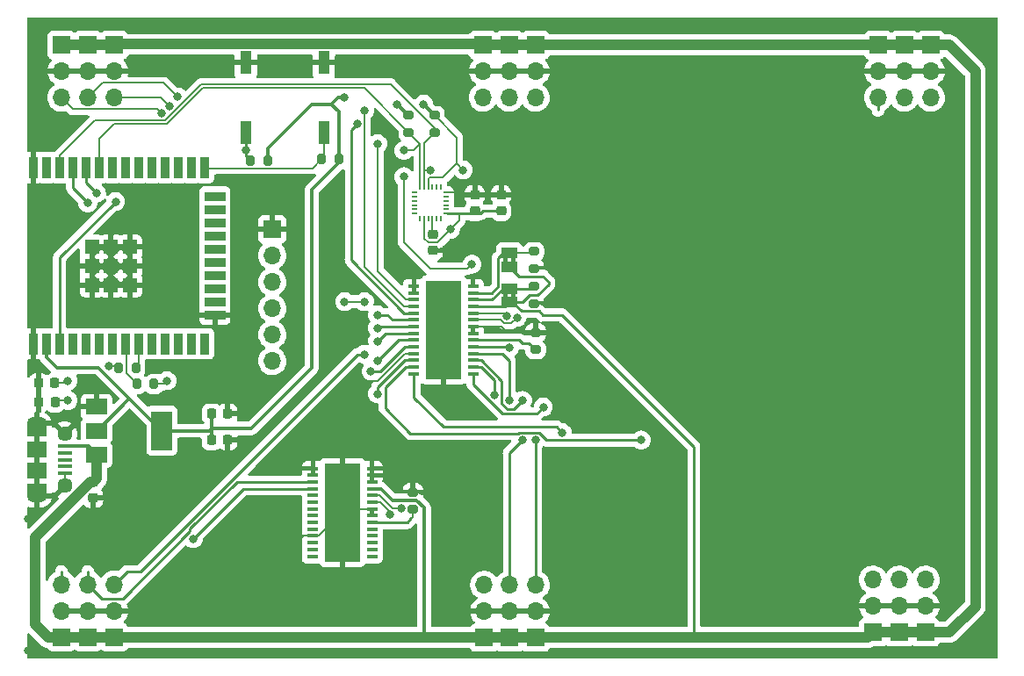
<source format=gbr>
%TF.GenerationSoftware,KiCad,Pcbnew,6.0.10-86aedd382b~118~ubuntu22.04.1*%
%TF.CreationDate,2023-01-14T07:34:14+01:00*%
%TF.ProjectId,servo_control,73657276-6f5f-4636-9f6e-74726f6c2e6b,rev?*%
%TF.SameCoordinates,Original*%
%TF.FileFunction,Copper,L1,Top*%
%TF.FilePolarity,Positive*%
%FSLAX46Y46*%
G04 Gerber Fmt 4.6, Leading zero omitted, Abs format (unit mm)*
G04 Created by KiCad (PCBNEW 6.0.10-86aedd382b~118~ubuntu22.04.1) date 2023-01-14 07:34:14*
%MOMM*%
%LPD*%
G01*
G04 APERTURE LIST*
G04 Aperture macros list*
%AMRoundRect*
0 Rectangle with rounded corners*
0 $1 Rounding radius*
0 $2 $3 $4 $5 $6 $7 $8 $9 X,Y pos of 4 corners*
0 Add a 4 corners polygon primitive as box body*
4,1,4,$2,$3,$4,$5,$6,$7,$8,$9,$2,$3,0*
0 Add four circle primitives for the rounded corners*
1,1,$1+$1,$2,$3*
1,1,$1+$1,$4,$5*
1,1,$1+$1,$6,$7*
1,1,$1+$1,$8,$9*
0 Add four rect primitives between the rounded corners*
20,1,$1+$1,$2,$3,$4,$5,0*
20,1,$1+$1,$4,$5,$6,$7,0*
20,1,$1+$1,$6,$7,$8,$9,0*
20,1,$1+$1,$8,$9,$2,$3,0*%
G04 Aperture macros list end*
%TA.AperFunction,SMDPad,CuDef*%
%ADD10R,1.100000X0.400000*%
%TD*%
%TA.AperFunction,SMDPad,CuDef*%
%ADD11R,3.400000X9.500000*%
%TD*%
%TA.AperFunction,SMDPad,CuDef*%
%ADD12RoundRect,0.200000X-0.275000X0.200000X-0.275000X-0.200000X0.275000X-0.200000X0.275000X0.200000X0*%
%TD*%
%TA.AperFunction,SMDPad,CuDef*%
%ADD13RoundRect,0.200000X0.275000X-0.200000X0.275000X0.200000X-0.275000X0.200000X-0.275000X-0.200000X0*%
%TD*%
%TA.AperFunction,SMDPad,CuDef*%
%ADD14R,1.500000X1.000000*%
%TD*%
%TA.AperFunction,SMDPad,CuDef*%
%ADD15RoundRect,0.225000X-0.250000X0.225000X-0.250000X-0.225000X0.250000X-0.225000X0.250000X0.225000X0*%
%TD*%
%TA.AperFunction,SMDPad,CuDef*%
%ADD16RoundRect,0.225000X-0.225000X-0.250000X0.225000X-0.250000X0.225000X0.250000X-0.225000X0.250000X0*%
%TD*%
%TA.AperFunction,ComponentPad*%
%ADD17R,1.700000X1.700000*%
%TD*%
%TA.AperFunction,ComponentPad*%
%ADD18O,1.700000X1.700000*%
%TD*%
%TA.AperFunction,SMDPad,CuDef*%
%ADD19RoundRect,0.225000X0.250000X-0.225000X0.250000X0.225000X-0.250000X0.225000X-0.250000X-0.225000X0*%
%TD*%
%TA.AperFunction,SMDPad,CuDef*%
%ADD20RoundRect,0.200000X-0.200000X-0.275000X0.200000X-0.275000X0.200000X0.275000X-0.200000X0.275000X0*%
%TD*%
%TA.AperFunction,SMDPad,CuDef*%
%ADD21R,0.900000X2.000000*%
%TD*%
%TA.AperFunction,SMDPad,CuDef*%
%ADD22R,2.000000X0.900000*%
%TD*%
%TA.AperFunction,SMDPad,CuDef*%
%ADD23R,1.330000X1.330000*%
%TD*%
%TA.AperFunction,ComponentPad*%
%ADD24C,0.300000*%
%TD*%
%TA.AperFunction,SMDPad,CuDef*%
%ADD25R,1.350000X0.400000*%
%TD*%
%TA.AperFunction,ComponentPad*%
%ADD26O,1.900000X1.200000*%
%TD*%
%TA.AperFunction,SMDPad,CuDef*%
%ADD27R,1.900000X1.200000*%
%TD*%
%TA.AperFunction,ComponentPad*%
%ADD28C,1.450000*%
%TD*%
%TA.AperFunction,SMDPad,CuDef*%
%ADD29R,1.900000X1.500000*%
%TD*%
%TA.AperFunction,SMDPad,CuDef*%
%ADD30R,2.000000X1.500000*%
%TD*%
%TA.AperFunction,SMDPad,CuDef*%
%ADD31R,2.000000X3.800000*%
%TD*%
%TA.AperFunction,SMDPad,CuDef*%
%ADD32R,1.120000X2.160000*%
%TD*%
%TA.AperFunction,SMDPad,CuDef*%
%ADD33RoundRect,0.218750X-0.218750X-0.256250X0.218750X-0.256250X0.218750X0.256250X-0.218750X0.256250X0*%
%TD*%
%TA.AperFunction,SMDPad,CuDef*%
%ADD34RoundRect,0.200000X0.200000X0.275000X-0.200000X0.275000X-0.200000X-0.275000X0.200000X-0.275000X0*%
%TD*%
%TA.AperFunction,SMDPad,CuDef*%
%ADD35RoundRect,0.050000X-0.225000X-0.050000X0.225000X-0.050000X0.225000X0.050000X-0.225000X0.050000X0*%
%TD*%
%TA.AperFunction,SMDPad,CuDef*%
%ADD36RoundRect,0.050000X0.050000X-0.225000X0.050000X0.225000X-0.050000X0.225000X-0.050000X-0.225000X0*%
%TD*%
%TA.AperFunction,ViaPad*%
%ADD37C,0.800000*%
%TD*%
%TA.AperFunction,Conductor*%
%ADD38C,0.300000*%
%TD*%
%TA.AperFunction,Conductor*%
%ADD39C,0.154000*%
%TD*%
%TA.AperFunction,Conductor*%
%ADD40C,0.200000*%
%TD*%
%TA.AperFunction,Conductor*%
%ADD41C,0.250000*%
%TD*%
%TA.AperFunction,Conductor*%
%ADD42C,1.000000*%
%TD*%
G04 APERTURE END LIST*
%TO.C,JP2*%
G36*
X147926539Y-64151849D02*
G01*
X147526539Y-64151849D01*
X147526539Y-63651849D01*
X147926539Y-63651849D01*
X147926539Y-64151849D01*
G37*
G36*
X147126539Y-64151849D02*
G01*
X146726539Y-64151849D01*
X146726539Y-63651849D01*
X147126539Y-63651849D01*
X147126539Y-64151849D01*
G37*
%TO.C,JP1*%
G36*
X147120000Y-67560000D02*
G01*
X146720000Y-67560000D01*
X146720000Y-67060000D01*
X147120000Y-67060000D01*
X147120000Y-67560000D01*
G37*
G36*
X147920000Y-67560000D02*
G01*
X147520000Y-67560000D01*
X147520000Y-67060000D01*
X147920000Y-67060000D01*
X147920000Y-67560000D01*
G37*
%TD*%
D10*
%TO.P,U1,1,A3*%
%TO.N,GND*%
X138120000Y-66445000D03*
%TO.P,U1,2,A4*%
X138120000Y-67095000D03*
%TO.P,U1,3,LED0*%
%TO.N,PWM_0_0*%
X138120000Y-67745000D03*
%TO.P,U1,4,LED1*%
%TO.N,PWM_0_1*%
X138120000Y-68395000D03*
%TO.P,U1,5,LED2*%
%TO.N,PWM_0_2*%
X138120000Y-69045000D03*
%TO.P,U1,6,LED3*%
%TO.N,PWM_0_3*%
X138120000Y-69695000D03*
%TO.P,U1,7,LED4*%
%TO.N,PWM_0_4*%
X138120000Y-70345000D03*
%TO.P,U1,8,LED5*%
%TO.N,PWM_0_5*%
X138120000Y-70995000D03*
%TO.P,U1,9,LED6*%
%TO.N,PWM_0_6*%
X138120000Y-71645000D03*
%TO.P,U1,10,LED7*%
%TO.N,PWM_0_7*%
X138120000Y-72295000D03*
%TO.P,U1,11,VSS*%
%TO.N,GND*%
X138120000Y-72945000D03*
%TO.P,U1,12,LED8*%
%TO.N,PWM_0_8*%
X138120000Y-73595000D03*
%TO.P,U1,13,LED9*%
%TO.N,PWM_0_9*%
X138120000Y-74245000D03*
%TO.P,U1,14,LED10*%
%TO.N,PWM_0_10*%
X138120000Y-74895000D03*
%TO.P,U1,15,LED11*%
%TO.N,PWM_0_11*%
X143820000Y-74895000D03*
%TO.P,U1,16,LED12*%
%TO.N,PWM_0_12*%
X143820000Y-74245000D03*
%TO.P,U1,17,LED13*%
%TO.N,PWM_0_13*%
X143820000Y-73595000D03*
%TO.P,U1,18,LED14*%
%TO.N,PWM_0_14*%
X143820000Y-72945000D03*
%TO.P,U1,19,LED15*%
%TO.N,PWM_0_15*%
X143820000Y-72295000D03*
%TO.P,U1,20,~{OE}*%
%TO.N,Net-(R10-Pad2)*%
X143820000Y-71645000D03*
%TO.P,U1,21,A5*%
%TO.N,GND*%
X143820000Y-70995000D03*
%TO.P,U1,22,EXTCLK*%
X143820000Y-70345000D03*
%TO.P,U1,23,SCL*%
%TO.N,I2C_SCL*%
X143820000Y-69695000D03*
%TO.P,U1,24,SDA*%
%TO.N,I2C_SDA*%
X143820000Y-69045000D03*
%TO.P,U1,25,VDD*%
%TO.N,VCC*%
X143820000Y-68395000D03*
%TO.P,U1,26,A0*%
%TO.N,FIRST_A0*%
X143820000Y-67745000D03*
%TO.P,U1,27,A1*%
%TO.N,FIRST_A1*%
X143820000Y-67095000D03*
%TO.P,U1,28,A2*%
%TO.N,GND*%
X143820000Y-66445000D03*
D11*
%TO.P,U1,29,VSS*%
X140970000Y-70670000D03*
%TD*%
D10*
%TO.P,U5,1,A3*%
%TO.N,GND*%
X128380000Y-84035000D03*
%TO.P,U5,2,A4*%
X128380000Y-84685000D03*
%TO.P,U5,3,LED0*%
%TO.N,PWM_1_0*%
X128380000Y-85335000D03*
%TO.P,U5,4,LED1*%
%TO.N,PWM_1_1*%
X128380000Y-85985000D03*
%TO.P,U5,5,LED2*%
%TO.N,PWM_1_2*%
X128380000Y-86635000D03*
%TO.P,U5,6,LED3*%
%TO.N,PWM_1_3*%
X128380000Y-87285000D03*
%TO.P,U5,7,LED4*%
%TO.N,PWM_1_4*%
X128380000Y-87935000D03*
%TO.P,U5,8,LED5*%
%TO.N,PWM_1_5*%
X128380000Y-88585000D03*
%TO.P,U5,9,LED6*%
%TO.N,PWM_1_6*%
X128380000Y-89235000D03*
%TO.P,U5,10,LED7*%
%TO.N,PWM_1_7*%
X128380000Y-89885000D03*
%TO.P,U5,11,VSS*%
%TO.N,GND*%
X128380000Y-90535000D03*
%TO.P,U5,12,LED8*%
%TO.N,PWM_1_8*%
X128380000Y-91185000D03*
%TO.P,U5,13,LED9*%
%TO.N,PWM_1_9*%
X128380000Y-91835000D03*
%TO.P,U5,14,LED10*%
%TO.N,PWM_1_10*%
X128380000Y-92485000D03*
%TO.P,U5,15,LED11*%
%TO.N,PWM_1_11*%
X134080000Y-92485000D03*
%TO.P,U5,16,LED12*%
%TO.N,PWM_1_12*%
X134080000Y-91835000D03*
%TO.P,U5,17,LED13*%
%TO.N,PWM_1_13*%
X134080000Y-91185000D03*
%TO.P,U5,18,LED14*%
%TO.N,PWM_1_14*%
X134080000Y-90535000D03*
%TO.P,U5,19,LED15*%
%TO.N,PWM_1_15*%
X134080000Y-89885000D03*
%TO.P,U5,20,~{OE}*%
%TO.N,Net-(R11-Pad2)*%
X134080000Y-89235000D03*
%TO.P,U5,21,A5*%
%TO.N,GND*%
X134080000Y-88585000D03*
%TO.P,U5,22,EXTCLK*%
X134080000Y-87935000D03*
%TO.P,U5,23,SCL*%
%TO.N,I2C_SCL*%
X134080000Y-87285000D03*
%TO.P,U5,24,SDA*%
%TO.N,I2C_SDA*%
X134080000Y-86635000D03*
%TO.P,U5,25,VDD*%
%TO.N,VCC*%
X134080000Y-85985000D03*
%TO.P,U5,26,A0*%
%TO.N,GND*%
X134080000Y-85335000D03*
%TO.P,U5,27,A1*%
X134080000Y-84685000D03*
%TO.P,U5,28,A2*%
X134080000Y-84035000D03*
D11*
%TO.P,U5,29,VSS*%
X131230000Y-88260000D03*
%TD*%
D12*
%TO.P,R11,2*%
%TO.N,Net-(R11-Pad2)*%
X138017500Y-87985000D03*
%TO.P,R11,1*%
%TO.N,GND*%
X138017500Y-86335000D03*
%TD*%
%TO.P,R10,2*%
%TO.N,Net-(R10-Pad2)*%
X149860000Y-72580000D03*
%TO.P,R10,1*%
%TO.N,GND*%
X149860000Y-70930000D03*
%TD*%
D13*
%TO.P,R9,2*%
%TO.N,FIRST_A0*%
X149670000Y-66485000D03*
%TO.P,R9,1*%
%TO.N,GND*%
X149670000Y-68135000D03*
%TD*%
%TO.P,R8,2*%
%TO.N,FIRST_A1*%
X149688546Y-63099781D03*
%TO.P,R8,1*%
%TO.N,GND*%
X149688546Y-64749781D03*
%TD*%
D14*
%TO.P,JP2,2,B*%
%TO.N,FIRST_A1*%
X147326539Y-63251849D03*
%TO.P,JP2,1,A*%
%TO.N,VCC*%
X147326539Y-64551849D03*
%TD*%
%TO.P,JP1,1,A*%
%TO.N,VCC*%
X147320000Y-67960000D03*
%TO.P,JP1,2,B*%
%TO.N,FIRST_A0*%
X147320000Y-66660000D03*
%TD*%
D15*
%TO.P,C1,1*%
%TO.N,VCC*%
X107180000Y-85325000D03*
%TO.P,C1,2*%
%TO.N,GND*%
X107180000Y-86875000D03*
%TD*%
D16*
%TO.P,C3,1*%
%TO.N,3.3V*%
X118605000Y-81280000D03*
%TO.P,C3,2*%
%TO.N,GND*%
X120155000Y-81280000D03*
%TD*%
D17*
%TO.P,J15,1,Pin_1*%
%TO.N,VCC*%
X109220000Y-100300000D03*
D18*
%TO.P,J15,2,Pin_2*%
%TO.N,GND*%
X109220000Y-97760000D03*
%TO.P,J15,3,Pin_3*%
%TO.N,PWM_0_15*%
X109220000Y-95220000D03*
%TD*%
D19*
%TO.P,C4,1*%
%TO.N,3.3V*%
X146520000Y-59195000D03*
%TO.P,C4,2*%
%TO.N,GND*%
X146520000Y-57645000D03*
%TD*%
D13*
%TO.P,R1,1*%
%TO.N,I2C_SDA*%
X137623176Y-51618960D03*
%TO.P,R1,2*%
%TO.N,3.3V*%
X137623176Y-49968960D03*
%TD*%
D17*
%TO.P,J13,1,Pin_1*%
%TO.N,VCC*%
X184912457Y-99827314D03*
D18*
%TO.P,J13,2,Pin_2*%
%TO.N,GND*%
X184912457Y-97287314D03*
%TO.P,J13,3,Pin_3*%
%TO.N,PWM_0_10*%
X184912457Y-94747314D03*
%TD*%
D20*
%TO.P,R4,1*%
%TO.N,LED_2*%
X111402936Y-75885504D03*
%TO.P,R4,2*%
%TO.N,Net-(D2-Pad2)*%
X113052936Y-75885504D03*
%TD*%
D17*
%TO.P,J19,1,Pin_1*%
%TO.N,VCC*%
X147320000Y-100330000D03*
D18*
%TO.P,J19,2,Pin_2*%
%TO.N,GND*%
X147320000Y-97790000D03*
%TO.P,J19,3,Pin_3*%
%TO.N,PWM_0_13*%
X147320000Y-95250000D03*
%TD*%
D16*
%TO.P,C2,1*%
%TO.N,3.3V*%
X118605000Y-78740000D03*
%TO.P,C2,2*%
%TO.N,GND*%
X120155000Y-78740000D03*
%TD*%
D17*
%TO.P,J14,1,Pin_1*%
%TO.N,VCC*%
X182372457Y-99827314D03*
D18*
%TO.P,J14,2,Pin_2*%
%TO.N,GND*%
X182372457Y-97287314D03*
%TO.P,J14,3,Pin_3*%
%TO.N,PWM_0_11*%
X182372457Y-94747314D03*
%TD*%
D17*
%TO.P,J21,1,Pin_1*%
%TO.N,GND*%
X124460000Y-60960000D03*
D18*
%TO.P,J21,2,Pin_2*%
%TO.N,FTDI_CTS*%
X124460000Y-63500000D03*
%TO.P,J21,3,Pin_3*%
%TO.N,FTDI_VCC*%
X124460000Y-66040000D03*
%TO.P,J21,4,Pin_4*%
%TO.N,FTDI_TX*%
X124460000Y-68580000D03*
%TO.P,J21,5,Pin_5*%
%TO.N,FTDI_RX*%
X124460000Y-71120000D03*
%TO.P,J21,6,Pin_6*%
%TO.N,FTDI_RST*%
X124460000Y-73660000D03*
%TD*%
D21*
%TO.P,U3,1,GND*%
%TO.N,GND*%
X101420000Y-72000000D03*
%TO.P,U3,2,3V3*%
%TO.N,3.3V*%
X102690000Y-72000000D03*
%TO.P,U3,3,EN*%
%TO.N,Net-(R7-Pad1)*%
X103960000Y-72000000D03*
%TO.P,U3,4,SENSOR_VP*%
%TO.N,unconnected-(U3-Pad4)*%
X105230000Y-72000000D03*
%TO.P,U3,5,SENSOR_VN*%
%TO.N,unconnected-(U3-Pad5)*%
X106500000Y-72000000D03*
%TO.P,U3,6,IO34*%
%TO.N,unconnected-(U3-Pad6)*%
X107770000Y-72000000D03*
%TO.P,U3,7,IO35*%
%TO.N,unconnected-(U3-Pad7)*%
X109040000Y-72000000D03*
%TO.P,U3,8,IO32*%
%TO.N,LED_2*%
X110310000Y-72000000D03*
%TO.P,U3,9,IO33*%
%TO.N,LED_1*%
X111580000Y-72000000D03*
%TO.P,U3,10,IO25*%
%TO.N,unconnected-(U3-Pad10)*%
X112850000Y-72000000D03*
%TO.P,U3,11,IO26*%
%TO.N,unconnected-(U3-Pad11)*%
X114120000Y-72000000D03*
%TO.P,U3,12,IO27*%
%TO.N,unconnected-(U3-Pad12)*%
X115390000Y-72000000D03*
%TO.P,U3,13,IO14*%
%TO.N,unconnected-(U3-Pad13)*%
X116660000Y-72000000D03*
%TO.P,U3,14,IO12*%
%TO.N,unconnected-(U3-Pad14)*%
X117930000Y-72000000D03*
D22*
%TO.P,U3,15,GND*%
%TO.N,GND*%
X118930000Y-69215000D03*
%TO.P,U3,16,IO13*%
%TO.N,unconnected-(U3-Pad16)*%
X118930000Y-67945000D03*
%TO.P,U3,17,SHD/SD2*%
%TO.N,unconnected-(U3-Pad17)*%
X118930000Y-66675000D03*
%TO.P,U3,18,SWP/SD3*%
%TO.N,unconnected-(U3-Pad18)*%
X118930000Y-65405000D03*
%TO.P,U3,19,SCS/CMD*%
%TO.N,unconnected-(U3-Pad19)*%
X118930000Y-64135000D03*
%TO.P,U3,20,SCK/CLK*%
%TO.N,unconnected-(U3-Pad20)*%
X118930000Y-62865000D03*
%TO.P,U3,21,SDO/SD0*%
%TO.N,unconnected-(U3-Pad21)*%
X118930000Y-61595000D03*
%TO.P,U3,22,SDI/SD1*%
%TO.N,unconnected-(U3-Pad22)*%
X118930000Y-60325000D03*
%TO.P,U3,23,IO15*%
%TO.N,unconnected-(U3-Pad23)*%
X118930000Y-59055000D03*
%TO.P,U3,24,IO2*%
%TO.N,unconnected-(U3-Pad24)*%
X118930000Y-57785000D03*
D21*
%TO.P,U3,25,IO0*%
%TO.N,Net-(R6-Pad1)*%
X117930000Y-55000000D03*
%TO.P,U3,26,IO4*%
%TO.N,unconnected-(U3-Pad26)*%
X116660000Y-55000000D03*
%TO.P,U3,27,IO16*%
%TO.N,unconnected-(U3-Pad27)*%
X115390000Y-55000000D03*
%TO.P,U3,28,IO17*%
%TO.N,unconnected-(U3-Pad28)*%
X114120000Y-55000000D03*
%TO.P,U3,29,IO5*%
%TO.N,unconnected-(U3-Pad29)*%
X112850000Y-55000000D03*
%TO.P,U3,30,IO18*%
%TO.N,unconnected-(U3-Pad30)*%
X111580000Y-55000000D03*
%TO.P,U3,31,IO19*%
%TO.N,unconnected-(U3-Pad31)*%
X110310000Y-55000000D03*
%TO.P,U3,32,NC*%
%TO.N,unconnected-(U3-Pad32)*%
X109040000Y-55000000D03*
%TO.P,U3,33,IO21*%
%TO.N,I2C_SDA*%
X107770000Y-55000000D03*
%TO.P,U3,34,RXD0*%
%TO.N,FTDI_TX*%
X106500000Y-55000000D03*
%TO.P,U3,35,TXD0*%
%TO.N,FTDI_RX*%
X105230000Y-55000000D03*
%TO.P,U3,36,IO22*%
%TO.N,I2C_SCL*%
X103960000Y-55000000D03*
%TO.P,U3,37,IO23*%
%TO.N,unconnected-(U3-Pad37)*%
X102690000Y-55000000D03*
%TO.P,U3,38,GND*%
%TO.N,GND*%
X101420000Y-55000000D03*
D23*
%TO.P,U3,39_1,GND*%
X107085000Y-66335000D03*
%TO.P,U3,39_2,GND*%
X107085000Y-64500000D03*
%TO.P,U3,39_3,GND*%
X107085000Y-62665000D03*
%TO.P,U3,39_4,GND*%
X108920000Y-66335000D03*
%TO.P,U3,39_5,GND*%
X108920000Y-64500000D03*
%TO.P,U3,39_6,GND*%
X108920000Y-62665000D03*
%TO.P,U3,39_7,GND*%
X110755000Y-66335000D03*
%TO.P,U3,39_8,GND*%
X110755000Y-64500000D03*
%TO.P,U3,39_9,GND*%
X110755000Y-62665000D03*
D24*
%TO.P,U3,39_10,GND*%
X107085000Y-65417500D03*
%TO.P,U3,39_11,GND*%
X107085000Y-63582500D03*
%TO.P,U3,39_12,GND*%
X108002500Y-66335000D03*
%TO.P,U3,39_13,GND*%
X108002500Y-64500000D03*
%TO.P,U3,39_14,GND*%
X108002500Y-62665000D03*
%TO.P,U3,39_15,GND*%
X108920000Y-65417500D03*
%TO.P,U3,39_16,GND*%
X108920000Y-63582500D03*
%TO.P,U3,39_17,GND*%
X109837500Y-66335000D03*
%TO.P,U3,39_18,GND*%
X109837500Y-64500000D03*
%TO.P,U3,39_19,GND*%
X109837500Y-62665000D03*
%TO.P,U3,39_20,GND*%
X110755000Y-65417500D03*
%TO.P,U3,39_21,GND*%
X110755000Y-63582500D03*
%TD*%
D25*
%TO.P,J1,1,VBUS*%
%TO.N,VCC*%
X104442369Y-81896152D03*
%TO.P,J1,2,D-*%
%TO.N,unconnected-(J1-Pad2)*%
X104442369Y-82546152D03*
%TO.P,J1,3,D+*%
%TO.N,unconnected-(J1-Pad3)*%
X104442369Y-83196152D03*
%TO.P,J1,4,ID*%
%TO.N,unconnected-(J1-Pad4)*%
X104442369Y-83846152D03*
%TO.P,J1,5,GND*%
%TO.N,GND*%
X104442369Y-84496152D03*
D26*
%TO.P,J1,6,Shield*%
X101742369Y-79696152D03*
D27*
X101742369Y-80296152D03*
D28*
X104442369Y-80696152D03*
D27*
X101742369Y-86096152D03*
D28*
X104442369Y-85696152D03*
D29*
X101742369Y-82196152D03*
X101742369Y-84196152D03*
D26*
X101742369Y-86696152D03*
%TD*%
D17*
%TO.P,J8,1,Pin_1*%
%TO.N,VCC*%
X149860000Y-43180000D03*
D18*
%TO.P,J8,2,Pin_2*%
%TO.N,GND*%
X149860000Y-45720000D03*
%TO.P,J8,3,Pin_3*%
%TO.N,PWM_0_5*%
X149860000Y-48260000D03*
%TD*%
D13*
%TO.P,R2,1*%
%TO.N,I2C_SCL*%
X140112500Y-51625000D03*
%TO.P,R2,2*%
%TO.N,3.3V*%
X140112500Y-49975000D03*
%TD*%
D17*
%TO.P,J18,1,Pin_1*%
%TO.N,VCC*%
X149860000Y-100330000D03*
D18*
%TO.P,J18,2,Pin_2*%
%TO.N,GND*%
X149860000Y-97790000D03*
%TO.P,J18,3,Pin_3*%
%TO.N,PWM_0_12*%
X149860000Y-95250000D03*
%TD*%
D20*
%TO.P,R6,1*%
%TO.N,Net-(R6-Pad1)*%
X129222656Y-54201464D03*
%TO.P,R6,2*%
%TO.N,3.3V*%
X130872656Y-54201464D03*
%TD*%
D17*
%TO.P,J7,1,Pin_1*%
%TO.N,VCC*%
X147320000Y-43180000D03*
D18*
%TO.P,J7,2,Pin_2*%
%TO.N,GND*%
X147320000Y-45720000D03*
%TO.P,J7,3,Pin_3*%
%TO.N,PWM_0_4*%
X147320000Y-48260000D03*
%TD*%
D17*
%TO.P,J4,1,Pin_1*%
%TO.N,VCC*%
X106680000Y-43180000D03*
D18*
%TO.P,J4,2,Pin_2*%
%TO.N,GND*%
X106680000Y-45720000D03*
%TO.P,J4,3,Pin_3*%
%TO.N,PWM_0_1*%
X106680000Y-48260000D03*
%TD*%
D15*
%TO.P,C6,1*%
%TO.N,Net-(C6-Pad1)*%
X139935000Y-61455000D03*
%TO.P,C6,2*%
%TO.N,GND*%
X139935000Y-63005000D03*
%TD*%
D17*
%TO.P,J10,1,Pin_1*%
%TO.N,VCC*%
X185420000Y-43180000D03*
D18*
%TO.P,J10,2,Pin_2*%
%TO.N,GND*%
X185420000Y-45720000D03*
%TO.P,J10,3,Pin_3*%
%TO.N,PWM_0_7*%
X185420000Y-48260000D03*
%TD*%
D19*
%TO.P,C5,1*%
%TO.N,3.3V*%
X143980000Y-59195000D03*
%TO.P,C5,2*%
%TO.N,GND*%
X143980000Y-57645000D03*
%TD*%
D17*
%TO.P,J17,1,Pin_1*%
%TO.N,VCC*%
X104140000Y-100300000D03*
D18*
%TO.P,J17,2,Pin_2*%
%TO.N,GND*%
X104140000Y-97760000D03*
%TO.P,J17,3,Pin_3*%
%TO.N,PWM_1_1*%
X104140000Y-95220000D03*
%TD*%
D17*
%TO.P,J5,1,Pin_1*%
%TO.N,VCC*%
X104140000Y-43180000D03*
D18*
%TO.P,J5,2,Pin_2*%
%TO.N,GND*%
X104140000Y-45720000D03*
%TO.P,J5,3,Pin_3*%
%TO.N,PWM_0_2*%
X104140000Y-48260000D03*
%TD*%
D17*
%TO.P,J3,1,Pin_1*%
%TO.N,VCC*%
X109220000Y-43180000D03*
D18*
%TO.P,J3,2,Pin_2*%
%TO.N,GND*%
X109220000Y-45720000D03*
%TO.P,J3,3,Pin_3*%
%TO.N,PWM_0_0*%
X109220000Y-48260000D03*
%TD*%
D17*
%TO.P,J16,1,Pin_1*%
%TO.N,VCC*%
X106680000Y-100300000D03*
D18*
%TO.P,J16,2,Pin_2*%
%TO.N,GND*%
X106680000Y-97760000D03*
%TO.P,J16,3,Pin_3*%
%TO.N,PWM_1_0*%
X106680000Y-95220000D03*
%TD*%
D20*
%TO.P,R7,1*%
%TO.N,Net-(R7-Pad1)*%
X122364142Y-54312035D03*
%TO.P,R7,2*%
%TO.N,3.3V*%
X124014142Y-54312035D03*
%TD*%
D30*
%TO.P,U2,1,ADJ*%
%TO.N,GND*%
X107523719Y-78087885D03*
%TO.P,U2,2,VO*%
%TO.N,3.3V*%
X107523719Y-80387885D03*
D31*
X113823719Y-80387885D03*
D30*
%TO.P,U2,3,VI*%
%TO.N,VCC*%
X107523719Y-82687885D03*
%TD*%
D32*
%TO.P,SW1,1,A*%
%TO.N,Net-(R6-Pad1)*%
X129445000Y-51625000D03*
%TO.P,SW1,2,B*%
%TO.N,GND*%
X129445000Y-44895000D03*
%TD*%
D17*
%TO.P,J6,1,Pin_1*%
%TO.N,VCC*%
X144780000Y-43180000D03*
D18*
%TO.P,J6,2,Pin_2*%
%TO.N,GND*%
X144780000Y-45720000D03*
%TO.P,J6,3,Pin_3*%
%TO.N,PWM_0_3*%
X144780000Y-48260000D03*
%TD*%
D32*
%TO.P,SW2,1,A*%
%TO.N,Net-(R7-Pad1)*%
X121920000Y-51625000D03*
%TO.P,SW2,2,B*%
%TO.N,GND*%
X121920000Y-44895000D03*
%TD*%
D17*
%TO.P,J11,1,Pin_1*%
%TO.N,VCC*%
X187960000Y-43180000D03*
D18*
%TO.P,J11,2,Pin_2*%
%TO.N,GND*%
X187960000Y-45720000D03*
%TO.P,J11,3,Pin_3*%
%TO.N,PWM_0_8*%
X187960000Y-48260000D03*
%TD*%
D33*
%TO.P,D2,1,K*%
%TO.N,GND*%
X101933165Y-77637263D03*
%TO.P,D2,2,A*%
%TO.N,Net-(D2-Pad2)*%
X103508165Y-77637263D03*
%TD*%
D17*
%TO.P,J12,1,Pin_1*%
%TO.N,VCC*%
X187452457Y-99827314D03*
D18*
%TO.P,J12,2,Pin_2*%
%TO.N,GND*%
X187452457Y-97287314D03*
%TO.P,J12,3,Pin_3*%
%TO.N,PWM_0_9*%
X187452457Y-94747314D03*
%TD*%
D17*
%TO.P,J9,1,Pin_1*%
%TO.N,VCC*%
X182880000Y-43180000D03*
D18*
%TO.P,J9,2,Pin_2*%
%TO.N,GND*%
X182880000Y-45720000D03*
%TO.P,J9,3,Pin_3*%
%TO.N,PWM_0_6*%
X182880000Y-48260000D03*
%TD*%
D17*
%TO.P,J20,1,Pin_1*%
%TO.N,VCC*%
X144900000Y-100330000D03*
D18*
%TO.P,J20,2,Pin_2*%
%TO.N,GND*%
X144900000Y-97790000D03*
%TO.P,J20,3,Pin_3*%
%TO.N,PWM_0_14*%
X144900000Y-95250000D03*
%TD*%
D34*
%TO.P,R3,1*%
%TO.N,LED_1*%
X111315000Y-74295000D03*
%TO.P,R3,2*%
%TO.N,Net-(D1-Pad2)*%
X109665000Y-74295000D03*
%TD*%
D33*
%TO.P,D1,1,K*%
%TO.N,GND*%
X101930000Y-75800000D03*
%TO.P,D1,2,A*%
%TO.N,Net-(D1-Pad2)*%
X103505000Y-75800000D03*
%TD*%
D35*
%TO.P,U4,1,RESV_VDDIO*%
%TO.N,unconnected-(U4-Pad1)*%
X138200000Y-57420000D03*
%TO.P,U4,2*%
%TO.N,N/C*%
X138200000Y-57820000D03*
%TO.P,U4,3*%
X138200000Y-58220000D03*
%TO.P,U4,4*%
X138200000Y-58620000D03*
%TO.P,U4,5*%
X138200000Y-59020000D03*
%TO.P,U4,6*%
X138200000Y-59420000D03*
D36*
%TO.P,U4,7,AUX_SCL*%
%TO.N,unconnected-(U4-Pad7)*%
X138700000Y-59920000D03*
%TO.P,U4,8,VDDIO*%
%TO.N,3.3V*%
X139100000Y-59920000D03*
%TO.P,U4,9,AD0/MISO*%
%TO.N,unconnected-(U4-Pad9)*%
X139500000Y-59920000D03*
%TO.P,U4,10,REGOUT*%
%TO.N,Net-(C6-Pad1)*%
X139900000Y-59920000D03*
%TO.P,U4,11,FSYNC*%
%TO.N,unconnected-(U4-Pad11)*%
X140300000Y-59920000D03*
%TO.P,U4,12,INT*%
%TO.N,9250_INT*%
X140700000Y-59920000D03*
D35*
%TO.P,U4,13,VDD*%
%TO.N,3.3V*%
X141200000Y-59420000D03*
%TO.P,U4,14*%
%TO.N,N/C*%
X141200000Y-59020000D03*
%TO.P,U4,15*%
X141200000Y-58620000D03*
%TO.P,U4,16*%
X141200000Y-58220000D03*
%TO.P,U4,17*%
X141200000Y-57820000D03*
%TO.P,U4,18,GND*%
%TO.N,GND*%
X141200000Y-57420000D03*
D36*
%TO.P,U4,19*%
%TO.N,N/C*%
X140700000Y-56920000D03*
%TO.P,U4,20,RESV_GND*%
%TO.N,unconnected-(U4-Pad20)*%
X140300000Y-56920000D03*
%TO.P,U4,21,AUX_SDA*%
%TO.N,unconnected-(U4-Pad21)*%
X139900000Y-56920000D03*
%TO.P,U4,22,~{CS}*%
%TO.N,3.3V*%
X139500000Y-56920000D03*
%TO.P,U4,23,SCL/SCLK*%
%TO.N,I2C_SCL*%
X139100000Y-56920000D03*
%TO.P,U4,24,SDA/MOSI*%
%TO.N,I2C_SDA*%
X138700000Y-56920000D03*
%TD*%
D37*
%TO.N,3.3V*%
X131445000Y-48260000D03*
%TO.N,PWM_0_0*%
X134620000Y-52705000D03*
%TO.N,GND*%
X100965000Y-101600000D03*
X100965000Y-88900000D03*
X172085000Y-41275000D03*
X167640000Y-59055000D03*
X180975000Y-74930000D03*
X173990000Y-86995000D03*
X161290000Y-84455000D03*
X156210000Y-92075000D03*
X141605000Y-83820000D03*
X131445000Y-95885000D03*
X117475000Y-95250000D03*
X122555000Y-90805000D03*
X109855000Y-87630000D03*
X117475000Y-76200000D03*
X116205000Y-85725000D03*
%TO.N,3.3V*%
X142875000Y-55245000D03*
X141626231Y-60981231D03*
%TO.N,GND*%
X156210000Y-78740000D03*
X141605000Y-78105000D03*
X123825000Y-41275000D03*
X116205000Y-45720000D03*
X102870000Y-51435000D03*
X102235000Y-59690000D03*
X102235000Y-67310000D03*
X107315000Y-69215000D03*
X111125000Y-69215000D03*
X175260000Y-67310000D03*
X170180000Y-71755000D03*
X159385000Y-59690000D03*
X136525000Y-63500000D03*
%TO.N,Net-(D1-Pad2)*%
X108687894Y-74192106D03*
X104775000Y-75565000D03*
%TO.N,Net-(D2-Pad2)*%
X104775000Y-77470000D03*
X114300000Y-75565000D03*
%TO.N,3.3V*%
X139065000Y-48895000D03*
X136525000Y-48895000D03*
%TO.N,I2C_SCL*%
X143704799Y-64329799D03*
X148060296Y-69457531D03*
X137160000Y-55880000D03*
%TO.N,I2C_SDA*%
X131445000Y-67945000D03*
X147070357Y-69319601D03*
X133350000Y-67945000D03*
%TO.N,I2C_SCL*%
X135813871Y-88499936D03*
%TO.N,I2C_SDA*%
X136943000Y-87834500D03*
%TO.N,PWM_1_1*%
X116840000Y-90805000D03*
%TO.N,PWM_0_15*%
X147320000Y-72390000D03*
X133350000Y-73025000D03*
%TO.N,PWM_0_11*%
X150584500Y-78105000D03*
%TO.N,PWM_0_12*%
X145870500Y-76924500D03*
X149860000Y-81280000D03*
%TO.N,PWM_0_13*%
X148590000Y-81280000D03*
X148590000Y-77470000D03*
%TO.N,PWM_0_14*%
X147320000Y-77470000D03*
%TO.N,PWM_0_10*%
X152400000Y-80555500D03*
%TO.N,PWM_0_9*%
X160020000Y-81280000D03*
%TO.N,PWM_0_8*%
X134620000Y-76835000D03*
%TO.N,PWM_0_7*%
X133985000Y-74659503D03*
%TO.N,PWM_0_6*%
X134620000Y-73660000D03*
%TO.N,PWM_0_5*%
X134620000Y-71755000D03*
%TO.N,PWM_0_4*%
X134620000Y-70485000D03*
%TO.N,PWM_0_3*%
X134620000Y-69215000D03*
%TO.N,PWM_0_2*%
X132673500Y-50800000D03*
%TO.N,PWM_0_1*%
X133350000Y-49530000D03*
%TO.N,PWM_0_0*%
X114531098Y-49111554D03*
%TO.N,PWM_0_1*%
X115353098Y-48198177D03*
%TO.N,PWM_0_2*%
X113778694Y-49769500D03*
%TO.N,FTDI_TX*%
X107520485Y-57470635D03*
%TO.N,FTDI_RX*%
X106680000Y-58420000D03*
%TO.N,I2C_SDA*%
X137160000Y-53340000D03*
%TO.N,I2C_SCL*%
X139700000Y-55245000D03*
%TO.N,Net-(R7-Pad1)*%
X109357224Y-58282776D03*
X121920000Y-53340000D03*
%TD*%
D38*
%TO.N,3.3V*%
X130810000Y-48260000D02*
X131445000Y-48260000D01*
X130175000Y-48895000D02*
X130810000Y-48260000D01*
D39*
%TO.N,I2C_SDA*%
X137623176Y-51618960D02*
X133348216Y-47344000D01*
X117756000Y-47344000D02*
X114300000Y-50800000D01*
X133348216Y-47344000D02*
X117756000Y-47344000D01*
X114300000Y-50800000D02*
X109220000Y-50800000D01*
X109220000Y-50800000D02*
X107770000Y-52250000D01*
X107770000Y-52250000D02*
X107770000Y-55000000D01*
%TO.N,I2C_SCL*%
X103960000Y-55000000D02*
X103960000Y-53846000D01*
X135890000Y-46990000D02*
X140112500Y-51212500D01*
X103960000Y-53846000D02*
X107360000Y-50446000D01*
X107360000Y-50446000D02*
X114153368Y-50446000D01*
X114153368Y-50446000D02*
X117609368Y-46990000D01*
X117609368Y-46990000D02*
X135890000Y-46990000D01*
X140112500Y-51212500D02*
X140112500Y-51625000D01*
D40*
%TO.N,GND*%
X104442369Y-84496152D02*
X104442369Y-85696152D01*
X128380000Y-90535000D02*
X128955000Y-90535000D01*
X128955000Y-90535000D02*
X131230000Y-88260000D01*
X134080000Y-87935000D02*
X131555000Y-87935000D01*
X131555000Y-87935000D02*
X131230000Y-88260000D01*
X126730000Y-90535000D02*
X126365000Y-90170000D01*
X128380000Y-90535000D02*
X126730000Y-90535000D01*
X141970000Y-57420000D02*
X142240000Y-57150000D01*
X141200000Y-57420000D02*
X141970000Y-57420000D01*
%TO.N,3.3V*%
X142240000Y-54610000D02*
X142875000Y-55245000D01*
X140377462Y-62230000D02*
X141626231Y-60981231D01*
X141626231Y-60981231D02*
X142485000Y-60122462D01*
D41*
%TO.N,FIRST_A1*%
X147326539Y-63251849D02*
X146726539Y-63251849D01*
X146726539Y-63251849D02*
X146251539Y-63726849D01*
X146251539Y-63726849D02*
X146251539Y-65835000D01*
X146251539Y-65835000D02*
X146245000Y-65841539D01*
X146245000Y-65841539D02*
X146245000Y-66480000D01*
X146245000Y-66480000D02*
X145630000Y-67095000D01*
X145630000Y-67095000D02*
X143820000Y-67095000D01*
D40*
%TO.N,I2C_SCL*%
X143704799Y-64329799D02*
X143264598Y-64770000D01*
X143264598Y-64770000D02*
X139741500Y-64770000D01*
X139741500Y-64770000D02*
X137160000Y-62188500D01*
X137160000Y-62188500D02*
X137160000Y-55880000D01*
%TO.N,GND*%
X143820000Y-70345000D02*
X146545000Y-70345000D01*
X146545000Y-70345000D02*
X147130000Y-70930000D01*
X147130000Y-70930000D02*
X149860000Y-70930000D01*
X134653960Y-75565000D02*
X133350000Y-75565000D01*
X135320000Y-74898960D02*
X134653960Y-75565000D01*
D41*
%TO.N,PWM_0_7*%
X133985000Y-74659503D02*
X134890497Y-74659503D01*
X134890497Y-74659503D02*
X137255000Y-72295000D01*
X137255000Y-72295000D02*
X138120000Y-72295000D01*
%TO.N,PWM_0_8*%
X134620000Y-76200000D02*
X137225000Y-73595000D01*
X134620000Y-76835000D02*
X134620000Y-76200000D01*
X137225000Y-73595000D02*
X138120000Y-73595000D01*
D40*
%TO.N,GND*%
X137273960Y-72945000D02*
X135320000Y-74898960D01*
X138120000Y-72945000D02*
X137273960Y-72945000D01*
D41*
%TO.N,PWM_0_11*%
X149949500Y-78740000D02*
X146660695Y-78740000D01*
X143820000Y-75899305D02*
X143820000Y-74895000D01*
X150584500Y-78105000D02*
X149949500Y-78740000D01*
X146660695Y-78740000D02*
X143820000Y-75899305D01*
%TO.N,PWM_0_10*%
X152400000Y-80555500D02*
X151854500Y-80010000D01*
X151854500Y-80010000D02*
X140970000Y-80010000D01*
X140970000Y-80010000D02*
X138120000Y-77160000D01*
X138120000Y-77160000D02*
X138120000Y-74895000D01*
%TO.N,PWM_0_9*%
X138120000Y-74245000D02*
X137320000Y-74245000D01*
X150160305Y-80555000D02*
X150885305Y-81280000D01*
X137320000Y-74245000D02*
X135345000Y-76220000D01*
X135345000Y-76220000D02*
X135345000Y-78195000D01*
X135345000Y-78195000D02*
X137795000Y-80645000D01*
X148289695Y-80555000D02*
X150160305Y-80555000D01*
X137795000Y-80645000D02*
X148199695Y-80645000D01*
X148199695Y-80645000D02*
X148289695Y-80555000D01*
X150885305Y-81280000D02*
X160020000Y-81280000D01*
%TO.N,VCC*%
X147320000Y-67960000D02*
X147570000Y-67960000D01*
X150162462Y-68860000D02*
X150517462Y-69215000D01*
X147570000Y-67960000D02*
X148470000Y-68860000D01*
X148470000Y-68860000D02*
X150162462Y-68860000D01*
X152400000Y-69215000D02*
X165100000Y-81915000D01*
X150517462Y-69215000D02*
X152400000Y-69215000D01*
X165100000Y-81915000D02*
X165100000Y-100330000D01*
D40*
%TO.N,I2C_SCL*%
X148060296Y-69457531D02*
X147498226Y-70019601D01*
X147498226Y-70019601D02*
X146780407Y-70019601D01*
X146780407Y-70019601D02*
X146455806Y-69695000D01*
X146455806Y-69695000D02*
X143820000Y-69695000D01*
D41*
%TO.N,Net-(R10-Pad2)*%
X148590000Y-71945000D02*
X149225000Y-71945000D01*
X149225000Y-71945000D02*
X149860000Y-72580000D01*
D40*
%TO.N,I2C_SDA*%
X147070357Y-69319601D02*
X146795756Y-69045000D01*
X146795756Y-69045000D02*
X143820000Y-69045000D01*
%TO.N,3.3V*%
X139100000Y-59920000D02*
X139100000Y-61837462D01*
X139100000Y-61837462D02*
X139492538Y-62230000D01*
X139492538Y-62230000D02*
X140377462Y-62230000D01*
X142485000Y-60122462D02*
X142485000Y-59445000D01*
%TO.N,Net-(D1-Pad2)*%
X103505000Y-75800000D02*
X104540000Y-75800000D01*
X109562106Y-74192106D02*
X109665000Y-74295000D01*
X104540000Y-75800000D02*
X104775000Y-75565000D01*
X108687894Y-74192106D02*
X109562106Y-74192106D01*
%TO.N,Net-(D2-Pad2)*%
X103675428Y-77470000D02*
X103508165Y-77637263D01*
X113052936Y-75885504D02*
X113979496Y-75885504D01*
X113979496Y-75885504D02*
X114300000Y-75565000D01*
X104775000Y-77470000D02*
X103675428Y-77470000D01*
%TO.N,LED_2*%
X111402936Y-75885504D02*
X110365000Y-74847568D01*
X110365000Y-74847568D02*
X110365000Y-72055000D01*
X110365000Y-72055000D02*
X110310000Y-72000000D01*
%TO.N,LED_1*%
X111315000Y-74295000D02*
X111580000Y-74030000D01*
X111580000Y-74030000D02*
X111580000Y-72000000D01*
D41*
%TO.N,FIRST_A0*%
X147320000Y-66660000D02*
X149495000Y-66660000D01*
X149495000Y-66660000D02*
X149670000Y-66485000D01*
%TO.N,VCC*%
X147320000Y-67960000D02*
X148627538Y-67960000D01*
X148249471Y-65474781D02*
X147326539Y-64551849D01*
X148627538Y-67960000D02*
X149277538Y-67310000D01*
X149277538Y-67310000D02*
X150062462Y-67310000D01*
X150062462Y-67310000D02*
X151130000Y-66242462D01*
X151130000Y-66242462D02*
X151130000Y-66040000D01*
X151130000Y-66040000D02*
X150564781Y-65474781D01*
X150564781Y-65474781D02*
X148249471Y-65474781D01*
D40*
%TO.N,FIRST_A1*%
X149688546Y-63099781D02*
X149536478Y-63251849D01*
X149536478Y-63251849D02*
X147326539Y-63251849D01*
D41*
%TO.N,3.3V*%
X142485000Y-59445000D02*
X141269670Y-59445000D01*
X144530000Y-59445000D02*
X142485000Y-59445000D01*
D40*
X140905000Y-55945000D02*
X141922500Y-54927500D01*
X141922500Y-54927500D02*
X142240000Y-54610000D01*
D41*
X144780000Y-59195000D02*
X146520000Y-59195000D01*
D40*
X139500000Y-56920000D02*
X139500000Y-56080000D01*
X139500000Y-56080000D02*
X139635000Y-55945000D01*
X142240000Y-54610000D02*
X142240000Y-52102500D01*
X139635000Y-55945000D02*
X140905000Y-55945000D01*
X142240000Y-52102500D02*
X140112500Y-49975000D01*
%TO.N,I2C_SCL*%
X139700000Y-55245000D02*
X139181000Y-55245000D01*
X139181000Y-55245000D02*
X139123000Y-55303000D01*
D38*
%TO.N,3.3V*%
X107730834Y-74295000D02*
X110697917Y-77262083D01*
X110697917Y-77262083D02*
X113823719Y-80387885D01*
X107523719Y-80387885D02*
X107572115Y-80387885D01*
X107572115Y-80387885D02*
X110697917Y-77262083D01*
X102690000Y-72000000D02*
X102690000Y-73300000D01*
X102690000Y-73300000D02*
X103685000Y-74295000D01*
X103685000Y-74295000D02*
X107730834Y-74295000D01*
X130872656Y-54201464D02*
X130872656Y-54547344D01*
X130872656Y-54547344D02*
X128270000Y-57150000D01*
X128270000Y-57150000D02*
X128270000Y-74295000D01*
X128270000Y-74295000D02*
X122415000Y-80150000D01*
X122415000Y-80150000D02*
X118605000Y-80150000D01*
X140112500Y-49942500D02*
X139065000Y-48895000D01*
X140112500Y-49975000D02*
X140112500Y-49942500D01*
X137623176Y-49968960D02*
X137598960Y-49968960D01*
X137598960Y-49968960D02*
X136525000Y-48895000D01*
X124014142Y-54312035D02*
X124014142Y-53150858D01*
X124014142Y-53150858D02*
X128270000Y-48895000D01*
X128270000Y-48895000D02*
X130175000Y-48895000D01*
X130175000Y-48895000D02*
X130872656Y-49592656D01*
X130872656Y-49592656D02*
X130872656Y-54201464D01*
X118605000Y-81280000D02*
X118605000Y-80150000D01*
X118605000Y-80150000D02*
X118605000Y-78740000D01*
X113823719Y-80387885D02*
X118367115Y-80387885D01*
X118367115Y-80387885D02*
X118605000Y-80150000D01*
D40*
%TO.N,Net-(C6-Pad1)*%
X139900000Y-59920000D02*
X139900000Y-61536028D01*
X139900000Y-61536028D02*
X139917384Y-61553412D01*
D42*
%TO.N,VCC*%
X149860000Y-100330000D02*
X165100000Y-100330000D01*
X165100000Y-100330000D02*
X181869771Y-100330000D01*
D38*
X147326539Y-64551849D02*
X147736849Y-64551849D01*
X147970000Y-67960000D02*
X147320000Y-67960000D01*
D40*
%TO.N,Net-(R11-Pad2)*%
X138017500Y-87985000D02*
X138017500Y-88677500D01*
X138017500Y-88677500D02*
X137795000Y-88900000D01*
%TO.N,PWM_0_0*%
X134620000Y-64995000D02*
X134620000Y-52705000D01*
X137370000Y-67745000D02*
X134620000Y-64995000D01*
X138120000Y-67745000D02*
X137370000Y-67745000D01*
%TO.N,I2C_SDA*%
X131445000Y-67945000D02*
X133350000Y-67945000D01*
%TO.N,I2C_SCL*%
X135890000Y-88265000D02*
X135890000Y-88423807D01*
X134910000Y-87285000D02*
X135890000Y-88265000D01*
X134080000Y-87285000D02*
X134910000Y-87285000D01*
X135890000Y-88423807D02*
X135813871Y-88499936D01*
D41*
%TO.N,Net-(R11-Pad2)*%
X134080000Y-89235000D02*
X137460000Y-89235000D01*
X137460000Y-89235000D02*
X137795000Y-88900000D01*
D40*
%TO.N,I2C_SDA*%
X136029500Y-87834500D02*
X136943000Y-87834500D01*
X134830000Y-86635000D02*
X136029500Y-87834500D01*
X134080000Y-86635000D02*
X134830000Y-86635000D01*
D42*
%TO.N,VCC*%
X139095000Y-100300000D02*
X144870000Y-100300000D01*
X109220000Y-100300000D02*
X139095000Y-100300000D01*
D38*
X134080000Y-85985000D02*
X134930000Y-85985000D01*
X139095000Y-87809683D02*
X139095000Y-100300000D01*
X134930000Y-85985000D02*
X136030000Y-87085000D01*
X136030000Y-87085000D02*
X138370317Y-87085000D01*
X138370317Y-87085000D02*
X139095000Y-87809683D01*
D41*
%TO.N,PWM_1_0*%
X106680000Y-95220000D02*
X108045000Y-96585000D01*
X108045000Y-96585000D02*
X110034695Y-96585000D01*
X110034695Y-96585000D02*
X116539695Y-90080000D01*
X116539695Y-90080000D02*
X116539695Y-89836701D01*
X116539695Y-89836701D02*
X121041396Y-85335000D01*
X121041396Y-85335000D02*
X128380000Y-85335000D01*
%TO.N,PWM_1_1*%
X121660000Y-85985000D02*
X116840000Y-90805000D01*
X128380000Y-85985000D02*
X121660000Y-85985000D01*
%TO.N,PWM_0_15*%
X143820000Y-72295000D02*
X147225000Y-72295000D01*
X147225000Y-72295000D02*
X147320000Y-72390000D01*
%TO.N,PWM_0_5*%
X134620000Y-71755000D02*
X135380000Y-70995000D01*
X135380000Y-70995000D02*
X138120000Y-70995000D01*
%TO.N,PWM_0_4*%
X134620000Y-70485000D02*
X134760000Y-70345000D01*
X134760000Y-70345000D02*
X138120000Y-70345000D01*
%TO.N,PWM_0_3*%
X134620000Y-69215000D02*
X135565000Y-69215000D01*
X135565000Y-69215000D02*
X136045000Y-69695000D01*
X136045000Y-69695000D02*
X138120000Y-69695000D01*
%TO.N,PWM_0_15*%
X110460000Y-93980000D02*
X111760000Y-93980000D01*
X132715000Y-73025000D02*
X133350000Y-73025000D01*
X111760000Y-93980000D02*
X132715000Y-73025000D01*
%TO.N,PWM_0_12*%
X143820000Y-74245000D02*
X144633604Y-74245000D01*
X145870500Y-75481896D02*
X145870500Y-76924500D01*
X144633604Y-74245000D02*
X145870500Y-75481896D01*
X149860000Y-95250000D02*
X149860000Y-81280000D01*
%TO.N,PWM_0_13*%
X147320000Y-82550000D02*
X148590000Y-81280000D01*
X147320000Y-95250000D02*
X147320000Y-82550000D01*
X147114695Y-78290000D02*
X147770000Y-78290000D01*
X146595000Y-77770305D02*
X147114695Y-78290000D01*
X146595000Y-75570000D02*
X146595000Y-77770305D01*
X144620000Y-73595000D02*
X146595000Y-75570000D01*
X147770000Y-78290000D02*
X148590000Y-77470000D01*
X143820000Y-73595000D02*
X144620000Y-73595000D01*
%TO.N,PWM_0_14*%
X147320000Y-73660000D02*
X147320000Y-77470000D01*
X143820000Y-72945000D02*
X146605000Y-72945000D01*
X146605000Y-72945000D02*
X147320000Y-73660000D01*
%TO.N,PWM_0_6*%
X134620000Y-73660000D02*
X136635000Y-71645000D01*
X136635000Y-71645000D02*
X138120000Y-71645000D01*
%TO.N,PWM_0_2*%
X138120000Y-69045000D02*
X137201486Y-69045000D01*
X137201486Y-69045000D02*
X132080000Y-63923514D01*
X132080000Y-63923514D02*
X132080000Y-51393500D01*
X132080000Y-51393500D02*
X132673500Y-50800000D01*
D39*
%TO.N,PWM_0_1*%
X133350000Y-49530000D02*
X133350000Y-64625000D01*
X133350000Y-64625000D02*
X137120000Y-68395000D01*
X137120000Y-68395000D02*
X138120000Y-68395000D01*
D41*
%TO.N,Net-(R10-Pad2)*%
X143820000Y-71645000D02*
X148290000Y-71645000D01*
X148290000Y-71645000D02*
X148590000Y-71945000D01*
%TO.N,VCC*%
X147320000Y-67960000D02*
X146885000Y-68395000D01*
X146885000Y-68395000D02*
X143820000Y-68395000D01*
%TO.N,FIRST_A0*%
X143820000Y-67745000D02*
X145635000Y-67745000D01*
X145635000Y-67745000D02*
X146720000Y-66660000D01*
X146720000Y-66660000D02*
X147320000Y-66660000D01*
%TO.N,PWM_1_0*%
X106680000Y-95220000D02*
X106680000Y-93980000D01*
%TO.N,PWM_0_6*%
X182880000Y-49462081D02*
X182880000Y-48260000D01*
%TO.N,PWM_0_15*%
X109220000Y-95220000D02*
X110460000Y-93980000D01*
%TO.N,PWM_0_13*%
X147320000Y-95250000D02*
X147820000Y-94750000D01*
D42*
%TO.N,VCC*%
X107523719Y-84981281D02*
X107180000Y-85325000D01*
X189700000Y-43180000D02*
X187960000Y-43180000D01*
X101600000Y-90671852D02*
X101600000Y-99060000D01*
X187452457Y-99827314D02*
X184912457Y-99827314D01*
X187452457Y-99827314D02*
X189732686Y-99827314D01*
X149860000Y-100330000D02*
X147320000Y-100330000D01*
X107523719Y-82687885D02*
X107523719Y-84981281D01*
X144780000Y-43180000D02*
X147320000Y-43180000D01*
X144870000Y-100300000D02*
X144900000Y-100330000D01*
X149860000Y-43180000D02*
X182880000Y-43180000D01*
X107180000Y-85325000D02*
X106946852Y-85325000D01*
X106680000Y-100300000D02*
X109220000Y-100300000D01*
D38*
X106731986Y-81896152D02*
X107523719Y-82687885D01*
D42*
X104140000Y-43180000D02*
X106680000Y-43180000D01*
X144900000Y-100330000D02*
X147320000Y-100330000D01*
X144715000Y-43115000D02*
X144780000Y-43180000D01*
X192240000Y-97320000D02*
X192240000Y-45720000D01*
X182880000Y-43180000D02*
X185420000Y-43180000D01*
X147320000Y-43180000D02*
X149860000Y-43180000D01*
X101600000Y-99060000D02*
X102840000Y-100300000D01*
X181869771Y-100330000D02*
X182372457Y-99827314D01*
X189732686Y-99827314D02*
X192240000Y-97320000D01*
X109285000Y-43115000D02*
X144715000Y-43115000D01*
D38*
X104442369Y-81896152D02*
X106731986Y-81896152D01*
D42*
X106946852Y-85325000D02*
X101600000Y-90671852D01*
X102840000Y-100300000D02*
X104140000Y-100300000D01*
X109220000Y-43180000D02*
X109285000Y-43115000D01*
X104140000Y-100300000D02*
X106680000Y-100300000D01*
X185420000Y-43180000D02*
X187960000Y-43180000D01*
X184912457Y-99827314D02*
X182372457Y-99827314D01*
X106680000Y-43180000D02*
X109220000Y-43180000D01*
X192240000Y-45720000D02*
X189700000Y-43180000D01*
D39*
%TO.N,PWM_0_0*%
X113679544Y-48260000D02*
X114531098Y-49111554D01*
X109220000Y-48260000D02*
X113679544Y-48260000D01*
%TO.N,PWM_0_1*%
X114001921Y-46847000D02*
X115353098Y-48198177D01*
X108093000Y-46847000D02*
X114001921Y-46847000D01*
X106680000Y-48260000D02*
X108093000Y-46847000D01*
%TO.N,PWM_0_2*%
X104140000Y-48260000D02*
X105267000Y-49387000D01*
X105267000Y-49387000D02*
X113396194Y-49387000D01*
X113396194Y-49387000D02*
X113778694Y-49769500D01*
D41*
%TO.N,PWM_1_1*%
X104140000Y-95220000D02*
X104140000Y-93980000D01*
%TO.N,3.3V*%
X144780000Y-59195000D02*
X144530000Y-59445000D01*
%TO.N,FTDI_TX*%
X106500000Y-55000000D02*
X106500000Y-56450150D01*
X106500000Y-56450150D02*
X107520485Y-57470635D01*
%TO.N,FTDI_RX*%
X105230000Y-56970000D02*
X106680000Y-58420000D01*
X105230000Y-55000000D02*
X105230000Y-56970000D01*
D39*
%TO.N,I2C_SDA*%
X138700000Y-52695784D02*
X138700000Y-56920000D01*
X138700000Y-52695784D02*
X138055784Y-53340000D01*
X138055784Y-53340000D02*
X137160000Y-53340000D01*
X137623176Y-51618960D02*
X138700000Y-52695784D01*
%TO.N,I2C_SCL*%
X140112500Y-51625000D02*
X139123000Y-52614500D01*
X139123000Y-52614500D02*
X139123000Y-55303000D01*
X139123000Y-55303000D02*
X139123000Y-56897000D01*
X139123000Y-56897000D02*
X139100000Y-56920000D01*
%TO.N,Net-(R6-Pad1)*%
X128360085Y-55064035D02*
X129222656Y-54201464D01*
X129222656Y-54201464D02*
X129445000Y-53979120D01*
X117930000Y-55000000D02*
X117994035Y-55064035D01*
X117994035Y-55064035D02*
X128360085Y-55064035D01*
X129445000Y-53979120D02*
X129445000Y-51625000D01*
D41*
%TO.N,Net-(R7-Pad1)*%
X121920000Y-53867893D02*
X122364142Y-54312035D01*
X103960000Y-72000000D02*
X103960000Y-63680000D01*
X121920000Y-53340000D02*
X121920000Y-53867893D01*
X103960000Y-63680000D02*
X109357224Y-58282776D01*
X121920000Y-51625000D02*
X121920000Y-53340000D01*
%TD*%
%TA.AperFunction,Conductor*%
%TO.N,GND*%
G36*
X194378621Y-40533502D02*
G01*
X194425114Y-40587158D01*
X194436500Y-40639500D01*
X194436500Y-102235500D01*
X194416498Y-102303621D01*
X194362842Y-102350114D01*
X194310500Y-102361500D01*
X100964500Y-102361500D01*
X100896379Y-102341498D01*
X100849886Y-102287842D01*
X100838500Y-102235500D01*
X100838500Y-100028925D01*
X100858502Y-99960804D01*
X100912158Y-99914311D01*
X100982432Y-99904207D01*
X101047012Y-99933701D01*
X101053595Y-99939830D01*
X102083145Y-100969379D01*
X102092247Y-100979522D01*
X102115968Y-101009025D01*
X102145011Y-101033395D01*
X102154421Y-101041291D01*
X102158069Y-101044472D01*
X102159881Y-101046115D01*
X102162075Y-101048309D01*
X102195349Y-101075642D01*
X102196147Y-101076304D01*
X102267474Y-101136154D01*
X102272144Y-101138722D01*
X102276261Y-101142103D01*
X102345184Y-101179059D01*
X102358112Y-101185991D01*
X102359272Y-101186620D01*
X102440787Y-101231433D01*
X102445865Y-101233044D01*
X102450563Y-101235563D01*
X102539498Y-101262753D01*
X102540702Y-101263128D01*
X102629306Y-101291235D01*
X102634597Y-101291828D01*
X102639698Y-101293388D01*
X102675604Y-101297035D01*
X102729226Y-101302482D01*
X102794977Y-101329266D01*
X102834474Y-101383604D01*
X102839385Y-101396705D01*
X102844765Y-101403884D01*
X102844767Y-101403887D01*
X102892483Y-101467554D01*
X102926739Y-101513261D01*
X103043295Y-101600615D01*
X103179684Y-101651745D01*
X103241866Y-101658500D01*
X105038134Y-101658500D01*
X105100316Y-101651745D01*
X105236705Y-101600615D01*
X105334436Y-101527370D01*
X105400941Y-101502522D01*
X105470324Y-101517575D01*
X105485562Y-101527368D01*
X105583295Y-101600615D01*
X105719684Y-101651745D01*
X105781866Y-101658500D01*
X107578134Y-101658500D01*
X107640316Y-101651745D01*
X107776705Y-101600615D01*
X107874436Y-101527370D01*
X107940941Y-101502522D01*
X108010324Y-101517575D01*
X108025562Y-101527368D01*
X108123295Y-101600615D01*
X108259684Y-101651745D01*
X108321866Y-101658500D01*
X110118134Y-101658500D01*
X110180316Y-101651745D01*
X110316705Y-101600615D01*
X110433261Y-101513261D01*
X110520615Y-101396705D01*
X110523767Y-101388296D01*
X110528077Y-101380425D01*
X110529741Y-101381336D01*
X110565663Y-101333510D01*
X110632224Y-101308807D01*
X110641009Y-101308500D01*
X143467745Y-101308500D01*
X143535866Y-101328502D01*
X143582359Y-101382158D01*
X143585717Y-101390245D01*
X143599385Y-101426705D01*
X143604765Y-101433884D01*
X143604767Y-101433887D01*
X143656207Y-101502522D01*
X143686739Y-101543261D01*
X143803295Y-101630615D01*
X143939684Y-101681745D01*
X144001866Y-101688500D01*
X145798134Y-101688500D01*
X145860316Y-101681745D01*
X145996705Y-101630615D01*
X146034435Y-101602338D01*
X146100942Y-101577490D01*
X146170324Y-101592543D01*
X146185565Y-101602338D01*
X146223295Y-101630615D01*
X146359684Y-101681745D01*
X146421866Y-101688500D01*
X148218134Y-101688500D01*
X148280316Y-101681745D01*
X148416705Y-101630615D01*
X148514436Y-101557370D01*
X148580941Y-101532522D01*
X148650324Y-101547575D01*
X148665562Y-101557368D01*
X148763295Y-101630615D01*
X148899684Y-101681745D01*
X148961866Y-101688500D01*
X150758134Y-101688500D01*
X150820316Y-101681745D01*
X150956705Y-101630615D01*
X151073261Y-101543261D01*
X151160615Y-101426705D01*
X151163767Y-101418296D01*
X151168077Y-101410425D01*
X151169741Y-101411336D01*
X151205663Y-101363510D01*
X151272224Y-101338807D01*
X151281009Y-101338500D01*
X181807928Y-101338500D01*
X181821535Y-101339237D01*
X181853033Y-101342659D01*
X181853038Y-101342659D01*
X181859159Y-101343324D01*
X181885409Y-101341027D01*
X181909159Y-101338950D01*
X181913985Y-101338621D01*
X181916457Y-101338500D01*
X181919540Y-101338500D01*
X181931509Y-101337326D01*
X181962277Y-101334310D01*
X181963590Y-101334188D01*
X182007855Y-101330315D01*
X182056184Y-101326087D01*
X182061303Y-101324600D01*
X182066604Y-101324080D01*
X182155605Y-101297209D01*
X182156738Y-101296874D01*
X182240185Y-101272630D01*
X182240189Y-101272628D01*
X182246107Y-101270909D01*
X182250839Y-101268456D01*
X182255940Y-101266916D01*
X182311523Y-101237363D01*
X182338031Y-101223269D01*
X182339117Y-101222698D01*
X182383004Y-101199949D01*
X182440987Y-101185814D01*
X183270591Y-101185814D01*
X183332773Y-101179059D01*
X183469162Y-101127929D01*
X183566893Y-101054684D01*
X183633398Y-101029836D01*
X183702781Y-101044889D01*
X183718019Y-101054682D01*
X183815752Y-101127929D01*
X183952141Y-101179059D01*
X184014323Y-101185814D01*
X185810591Y-101185814D01*
X185872773Y-101179059D01*
X186009162Y-101127929D01*
X186106893Y-101054684D01*
X186173398Y-101029836D01*
X186242781Y-101044889D01*
X186258019Y-101054682D01*
X186355752Y-101127929D01*
X186492141Y-101179059D01*
X186554323Y-101185814D01*
X188350591Y-101185814D01*
X188412773Y-101179059D01*
X188549162Y-101127929D01*
X188665718Y-101040575D01*
X188753072Y-100924019D01*
X188756224Y-100915610D01*
X188760534Y-100907739D01*
X188762198Y-100908650D01*
X188798120Y-100860824D01*
X188864681Y-100836121D01*
X188873466Y-100835814D01*
X189670843Y-100835814D01*
X189684450Y-100836551D01*
X189715948Y-100839973D01*
X189715953Y-100839973D01*
X189722074Y-100840638D01*
X189748324Y-100838341D01*
X189772074Y-100836264D01*
X189776900Y-100835935D01*
X189779372Y-100835814D01*
X189782455Y-100835814D01*
X189794424Y-100834640D01*
X189825192Y-100831624D01*
X189826505Y-100831502D01*
X189870770Y-100827629D01*
X189919099Y-100823401D01*
X189924218Y-100821914D01*
X189929519Y-100821394D01*
X190018520Y-100794523D01*
X190019653Y-100794188D01*
X190103100Y-100769944D01*
X190103104Y-100769942D01*
X190109022Y-100768223D01*
X190113754Y-100765770D01*
X190118855Y-100764230D01*
X190124298Y-100761336D01*
X190200946Y-100720583D01*
X190202112Y-100719971D01*
X190279139Y-100680043D01*
X190284612Y-100677206D01*
X190288775Y-100673883D01*
X190293482Y-100671380D01*
X190365604Y-100612559D01*
X190366460Y-100611868D01*
X190405659Y-100580576D01*
X190408163Y-100578072D01*
X190408881Y-100577430D01*
X190413214Y-100573729D01*
X190446748Y-100546379D01*
X190475974Y-100511051D01*
X190483963Y-100502272D01*
X192909384Y-98076851D01*
X192919527Y-98067749D01*
X192944218Y-98047897D01*
X192949025Y-98044032D01*
X192981312Y-98005554D01*
X192984467Y-98001938D01*
X192986123Y-98000112D01*
X192988309Y-97997926D01*
X192990264Y-97995546D01*
X192990273Y-97995536D01*
X193015576Y-97964732D01*
X193016418Y-97963717D01*
X193072194Y-97897245D01*
X193076154Y-97892526D01*
X193078723Y-97887852D01*
X193082102Y-97883739D01*
X193125975Y-97801915D01*
X193126584Y-97800793D01*
X193168464Y-97724614D01*
X193168465Y-97724612D01*
X193171433Y-97719213D01*
X193173045Y-97714131D01*
X193175562Y-97709437D01*
X193202762Y-97620469D01*
X193203108Y-97619358D01*
X193215523Y-97580224D01*
X193231235Y-97530694D01*
X193231829Y-97525398D01*
X193233387Y-97520302D01*
X193242785Y-97427778D01*
X193242905Y-97426658D01*
X193246642Y-97393336D01*
X193248108Y-97380270D01*
X193248108Y-97380266D01*
X193248500Y-97376773D01*
X193248500Y-97373246D01*
X193248556Y-97372243D01*
X193249003Y-97366559D01*
X193253373Y-97323538D01*
X193249059Y-97277899D01*
X193248500Y-97266043D01*
X193248500Y-45781840D01*
X193249237Y-45768232D01*
X193252659Y-45736736D01*
X193252659Y-45736732D01*
X193253324Y-45730611D01*
X193248950Y-45680609D01*
X193248621Y-45675784D01*
X193248500Y-45673313D01*
X193248500Y-45670231D01*
X193244309Y-45627489D01*
X193244187Y-45626174D01*
X193236623Y-45539719D01*
X193236087Y-45533587D01*
X193234600Y-45528468D01*
X193234080Y-45523167D01*
X193207199Y-45434133D01*
X193206864Y-45433000D01*
X193182627Y-45349578D01*
X193182625Y-45349574D01*
X193180908Y-45343663D01*
X193178457Y-45338934D01*
X193176916Y-45333831D01*
X193133230Y-45251669D01*
X193132683Y-45250627D01*
X193092728Y-45173545D01*
X193092727Y-45173544D01*
X193089892Y-45168074D01*
X193086569Y-45163911D01*
X193084066Y-45159204D01*
X193079394Y-45153475D01*
X193025263Y-45087105D01*
X193024500Y-45086160D01*
X192993261Y-45047027D01*
X192990770Y-45044536D01*
X192990120Y-45043809D01*
X192986408Y-45039463D01*
X192962955Y-45010708D01*
X192959065Y-45005938D01*
X192954323Y-45002015D01*
X192954321Y-45002013D01*
X192923727Y-44976703D01*
X192914947Y-44968713D01*
X190456855Y-42510621D01*
X190447753Y-42500478D01*
X190427897Y-42475782D01*
X190424032Y-42470975D01*
X190385578Y-42438708D01*
X190381931Y-42435528D01*
X190380119Y-42433885D01*
X190377925Y-42431691D01*
X190344651Y-42404358D01*
X190343853Y-42403696D01*
X190272526Y-42343846D01*
X190267856Y-42341278D01*
X190263739Y-42337897D01*
X190181914Y-42294023D01*
X190180755Y-42293394D01*
X190104619Y-42251538D01*
X190104611Y-42251535D01*
X190099213Y-42248567D01*
X190094131Y-42246955D01*
X190089437Y-42244438D01*
X190000469Y-42217238D01*
X189999441Y-42216918D01*
X189910694Y-42188765D01*
X189905398Y-42188171D01*
X189900302Y-42186613D01*
X189807743Y-42177210D01*
X189806607Y-42177089D01*
X189772992Y-42173319D01*
X189760270Y-42171892D01*
X189760266Y-42171892D01*
X189756773Y-42171500D01*
X189753246Y-42171500D01*
X189752261Y-42171445D01*
X189746581Y-42170998D01*
X189717175Y-42168011D01*
X189709663Y-42167248D01*
X189709661Y-42167248D01*
X189703538Y-42166626D01*
X189661259Y-42170623D01*
X189657891Y-42170941D01*
X189646033Y-42171500D01*
X189381009Y-42171500D01*
X189312888Y-42151498D01*
X189266395Y-42097842D01*
X189264097Y-42092306D01*
X189263767Y-42091703D01*
X189260615Y-42083295D01*
X189173261Y-41966739D01*
X189056705Y-41879385D01*
X188920316Y-41828255D01*
X188858134Y-41821500D01*
X187061866Y-41821500D01*
X186999684Y-41828255D01*
X186863295Y-41879385D01*
X186765565Y-41952630D01*
X186699059Y-41977478D01*
X186629676Y-41962425D01*
X186614435Y-41952630D01*
X186516705Y-41879385D01*
X186380316Y-41828255D01*
X186318134Y-41821500D01*
X184521866Y-41821500D01*
X184459684Y-41828255D01*
X184323295Y-41879385D01*
X184225565Y-41952630D01*
X184159059Y-41977478D01*
X184089676Y-41962425D01*
X184074435Y-41952630D01*
X183976705Y-41879385D01*
X183840316Y-41828255D01*
X183778134Y-41821500D01*
X181981866Y-41821500D01*
X181919684Y-41828255D01*
X181783295Y-41879385D01*
X181666739Y-41966739D01*
X181579385Y-42083295D01*
X181576233Y-42091703D01*
X181571923Y-42099575D01*
X181570259Y-42098664D01*
X181534337Y-42146490D01*
X181467776Y-42171193D01*
X181458991Y-42171500D01*
X151281009Y-42171500D01*
X151212888Y-42151498D01*
X151166395Y-42097842D01*
X151164097Y-42092306D01*
X151163767Y-42091703D01*
X151160615Y-42083295D01*
X151073261Y-41966739D01*
X150956705Y-41879385D01*
X150820316Y-41828255D01*
X150758134Y-41821500D01*
X148961866Y-41821500D01*
X148899684Y-41828255D01*
X148763295Y-41879385D01*
X148665565Y-41952630D01*
X148599059Y-41977478D01*
X148529676Y-41962425D01*
X148514435Y-41952630D01*
X148416705Y-41879385D01*
X148280316Y-41828255D01*
X148218134Y-41821500D01*
X146421866Y-41821500D01*
X146359684Y-41828255D01*
X146223295Y-41879385D01*
X146125565Y-41952630D01*
X146059059Y-41977478D01*
X145989676Y-41962425D01*
X145974435Y-41952630D01*
X145876705Y-41879385D01*
X145740316Y-41828255D01*
X145678134Y-41821500D01*
X143881866Y-41821500D01*
X143819684Y-41828255D01*
X143683295Y-41879385D01*
X143566739Y-41966739D01*
X143561358Y-41973919D01*
X143499793Y-42056065D01*
X143442934Y-42098580D01*
X143398967Y-42106500D01*
X110601033Y-42106500D01*
X110532912Y-42086498D01*
X110500207Y-42056065D01*
X110438642Y-41973919D01*
X110433261Y-41966739D01*
X110316705Y-41879385D01*
X110180316Y-41828255D01*
X110118134Y-41821500D01*
X108321866Y-41821500D01*
X108259684Y-41828255D01*
X108123295Y-41879385D01*
X108025565Y-41952630D01*
X107959059Y-41977478D01*
X107889676Y-41962425D01*
X107874435Y-41952630D01*
X107776705Y-41879385D01*
X107640316Y-41828255D01*
X107578134Y-41821500D01*
X105781866Y-41821500D01*
X105719684Y-41828255D01*
X105583295Y-41879385D01*
X105485565Y-41952630D01*
X105419059Y-41977478D01*
X105349676Y-41962425D01*
X105334435Y-41952630D01*
X105236705Y-41879385D01*
X105100316Y-41828255D01*
X105038134Y-41821500D01*
X103241866Y-41821500D01*
X103179684Y-41828255D01*
X103043295Y-41879385D01*
X102926739Y-41966739D01*
X102839385Y-42083295D01*
X102788255Y-42219684D01*
X102781500Y-42281866D01*
X102781500Y-44078134D01*
X102788255Y-44140316D01*
X102839385Y-44276705D01*
X102926739Y-44393261D01*
X103043295Y-44480615D01*
X103051704Y-44483767D01*
X103051705Y-44483768D01*
X103160960Y-44524726D01*
X103217725Y-44567367D01*
X103242425Y-44633929D01*
X103227218Y-44703278D01*
X103207825Y-44729759D01*
X103084590Y-44858717D01*
X103078104Y-44866727D01*
X102958098Y-45042649D01*
X102953000Y-45051623D01*
X102863338Y-45244783D01*
X102859775Y-45254470D01*
X102804389Y-45454183D01*
X102805912Y-45462607D01*
X102818292Y-45466000D01*
X110538344Y-45466000D01*
X110551875Y-45462027D01*
X110553180Y-45452947D01*
X110511214Y-45285875D01*
X110507894Y-45276124D01*
X110422972Y-45080814D01*
X110418105Y-45071739D01*
X110302426Y-44892926D01*
X110296136Y-44884757D01*
X110152293Y-44726677D01*
X110121241Y-44662831D01*
X110129635Y-44592333D01*
X110174812Y-44537564D01*
X110201256Y-44523895D01*
X110308297Y-44483767D01*
X110316705Y-44480615D01*
X110433261Y-44393261D01*
X110520615Y-44276705D01*
X110547395Y-44205270D01*
X110590037Y-44148506D01*
X110656598Y-44123806D01*
X110665377Y-44123500D01*
X120726000Y-44123500D01*
X120794121Y-44143502D01*
X120840614Y-44197158D01*
X120852000Y-44249500D01*
X120852000Y-44622885D01*
X120856475Y-44638124D01*
X120857865Y-44639329D01*
X120865548Y-44641000D01*
X122969884Y-44641000D01*
X122985123Y-44636525D01*
X122986328Y-44635135D01*
X122987999Y-44627452D01*
X122987999Y-44249500D01*
X123008001Y-44181379D01*
X123061657Y-44134886D01*
X123113999Y-44123500D01*
X128251000Y-44123500D01*
X128319121Y-44143502D01*
X128365614Y-44197158D01*
X128377000Y-44249500D01*
X128377000Y-44622885D01*
X128381475Y-44638124D01*
X128382865Y-44639329D01*
X128390548Y-44641000D01*
X130494884Y-44641000D01*
X130510123Y-44636525D01*
X130511328Y-44635135D01*
X130512999Y-44627452D01*
X130512999Y-44249500D01*
X130533001Y-44181379D01*
X130586657Y-44134886D01*
X130638999Y-44123500D01*
X143334623Y-44123500D01*
X143402744Y-44143502D01*
X143449237Y-44197158D01*
X143452605Y-44205270D01*
X143479385Y-44276705D01*
X143566739Y-44393261D01*
X143683295Y-44480615D01*
X143691704Y-44483767D01*
X143691705Y-44483768D01*
X143800960Y-44524726D01*
X143857725Y-44567367D01*
X143882425Y-44633929D01*
X143867218Y-44703278D01*
X143847825Y-44729759D01*
X143724590Y-44858717D01*
X143718104Y-44866727D01*
X143598098Y-45042649D01*
X143593000Y-45051623D01*
X143503338Y-45244783D01*
X143499775Y-45254470D01*
X143444389Y-45454183D01*
X143445912Y-45462607D01*
X143458292Y-45466000D01*
X151178344Y-45466000D01*
X151191875Y-45462027D01*
X151193180Y-45452947D01*
X151151214Y-45285875D01*
X151147894Y-45276124D01*
X151062972Y-45080814D01*
X151058105Y-45071739D01*
X150942426Y-44892926D01*
X150936136Y-44884757D01*
X150792293Y-44726677D01*
X150761241Y-44662831D01*
X150769635Y-44592333D01*
X150814812Y-44537564D01*
X150841256Y-44523895D01*
X150948297Y-44483767D01*
X150956705Y-44480615D01*
X151073261Y-44393261D01*
X151160615Y-44276705D01*
X151163767Y-44268296D01*
X151168077Y-44260425D01*
X151169741Y-44261336D01*
X151205663Y-44213510D01*
X151272224Y-44188807D01*
X151281009Y-44188500D01*
X181458991Y-44188500D01*
X181527112Y-44208502D01*
X181573605Y-44262158D01*
X181575903Y-44267694D01*
X181576232Y-44268296D01*
X181579385Y-44276705D01*
X181666739Y-44393261D01*
X181783295Y-44480615D01*
X181791704Y-44483767D01*
X181791705Y-44483768D01*
X181900960Y-44524726D01*
X181957725Y-44567367D01*
X181982425Y-44633929D01*
X181967218Y-44703278D01*
X181947825Y-44729759D01*
X181824590Y-44858717D01*
X181818104Y-44866727D01*
X181698098Y-45042649D01*
X181693000Y-45051623D01*
X181603338Y-45244783D01*
X181599775Y-45254470D01*
X181544389Y-45454183D01*
X181545912Y-45462607D01*
X181558292Y-45466000D01*
X189278344Y-45466000D01*
X189291875Y-45462027D01*
X189293180Y-45452947D01*
X189251214Y-45285875D01*
X189247894Y-45276124D01*
X189162972Y-45080814D01*
X189158105Y-45071739D01*
X189042426Y-44892926D01*
X189036136Y-44884757D01*
X188892293Y-44726677D01*
X188861241Y-44662831D01*
X188869635Y-44592333D01*
X188914812Y-44537564D01*
X188941256Y-44523895D01*
X189048297Y-44483767D01*
X189056705Y-44480615D01*
X189173261Y-44393261D01*
X189181310Y-44382522D01*
X189220519Y-44330205D01*
X189277378Y-44287690D01*
X189348197Y-44282664D01*
X189410440Y-44316675D01*
X191194595Y-46100830D01*
X191228621Y-46163142D01*
X191231500Y-46189925D01*
X191231500Y-96850076D01*
X191211498Y-96918197D01*
X191194595Y-96939171D01*
X189351857Y-98781909D01*
X189289545Y-98815935D01*
X189262762Y-98818814D01*
X188873466Y-98818814D01*
X188805345Y-98798812D01*
X188758852Y-98745156D01*
X188756554Y-98739620D01*
X188756224Y-98739017D01*
X188753072Y-98730609D01*
X188665718Y-98614053D01*
X188549162Y-98526699D01*
X188456120Y-98491819D01*
X188430144Y-98482081D01*
X188373380Y-98439439D01*
X188348680Y-98372878D01*
X188363887Y-98303529D01*
X188385434Y-98274849D01*
X188486509Y-98174126D01*
X188493187Y-98166279D01*
X188617460Y-97993334D01*
X188622770Y-97984497D01*
X188717127Y-97793581D01*
X188720926Y-97783986D01*
X188782834Y-97580224D01*
X188785012Y-97570151D01*
X188786443Y-97559276D01*
X188784232Y-97545092D01*
X188771074Y-97541314D01*
X181055682Y-97541314D01*
X181042151Y-97545287D01*
X181040714Y-97555280D01*
X181071022Y-97689760D01*
X181074102Y-97699589D01*
X181154227Y-97896917D01*
X181158870Y-97906108D01*
X181270151Y-98087702D01*
X181276234Y-98096013D01*
X181415670Y-98256981D01*
X181423034Y-98264193D01*
X181427979Y-98268299D01*
X181467613Y-98327203D01*
X181469110Y-98398184D01*
X181431994Y-98458706D01*
X181391721Y-98483224D01*
X181284162Y-98523546D01*
X181284161Y-98523547D01*
X181275752Y-98526699D01*
X181159196Y-98614053D01*
X181071842Y-98730609D01*
X181020712Y-98866998D01*
X181013957Y-98929180D01*
X181013957Y-99195500D01*
X180993955Y-99263621D01*
X180940299Y-99310114D01*
X180887957Y-99321500D01*
X165859500Y-99321500D01*
X165791379Y-99301498D01*
X165744886Y-99247842D01*
X165733500Y-99195500D01*
X165733500Y-94714009D01*
X181009708Y-94714009D01*
X181010005Y-94719162D01*
X181010005Y-94719165D01*
X181015659Y-94817222D01*
X181022567Y-94937029D01*
X181023704Y-94942075D01*
X181023705Y-94942081D01*
X181036692Y-94999707D01*
X181071679Y-95154953D01*
X181155723Y-95361930D01*
X181200223Y-95434547D01*
X181269748Y-95548002D01*
X181272444Y-95552402D01*
X181418707Y-95721252D01*
X181590583Y-95863946D01*
X181604734Y-95872215D01*
X181664412Y-95907088D01*
X181713136Y-95958726D01*
X181726207Y-96028509D01*
X181699476Y-96094281D01*
X181659019Y-96127641D01*
X181650914Y-96131860D01*
X181642195Y-96137350D01*
X181471890Y-96265219D01*
X181464183Y-96272062D01*
X181317047Y-96426031D01*
X181310561Y-96434041D01*
X181190555Y-96609963D01*
X181185457Y-96618937D01*
X181095795Y-96812097D01*
X181092232Y-96821784D01*
X181036846Y-97021497D01*
X181038369Y-97029921D01*
X181050749Y-97033314D01*
X188770801Y-97033314D01*
X188784332Y-97029341D01*
X188785637Y-97020261D01*
X188743671Y-96853189D01*
X188740351Y-96843438D01*
X188655429Y-96648128D01*
X188650562Y-96639053D01*
X188534883Y-96460240D01*
X188528593Y-96452071D01*
X188385263Y-96294554D01*
X188377730Y-96287529D01*
X188210596Y-96155536D01*
X188202013Y-96149834D01*
X188165059Y-96129434D01*
X188115088Y-96079001D01*
X188100316Y-96009559D01*
X188125432Y-95943153D01*
X188152784Y-95916546D01*
X188179310Y-95897625D01*
X188332317Y-95788487D01*
X188369122Y-95751811D01*
X188486892Y-95634451D01*
X188490553Y-95630803D01*
X188527110Y-95579929D01*
X188617892Y-95453591D01*
X188620910Y-95449391D01*
X188628247Y-95434547D01*
X188717593Y-95253767D01*
X188717594Y-95253765D01*
X188719887Y-95249125D01*
X188784827Y-95035383D01*
X188813986Y-94813904D01*
X188814264Y-94802546D01*
X188815531Y-94750679D01*
X188815531Y-94750675D01*
X188815613Y-94747314D01*
X188797309Y-94524675D01*
X188742888Y-94308016D01*
X188653811Y-94103154D01*
X188582780Y-93993357D01*
X188535279Y-93919931D01*
X188535277Y-93919928D01*
X188532471Y-93915591D01*
X188382127Y-93750365D01*
X188378076Y-93747166D01*
X188378072Y-93747162D01*
X188210871Y-93615114D01*
X188210867Y-93615112D01*
X188206816Y-93611912D01*
X188193714Y-93604679D01*
X188092122Y-93548598D01*
X188011246Y-93503952D01*
X188006377Y-93502228D01*
X188006373Y-93502226D01*
X187805544Y-93431109D01*
X187805540Y-93431108D01*
X187800669Y-93429383D01*
X187795576Y-93428476D01*
X187795573Y-93428475D01*
X187585830Y-93391114D01*
X187585824Y-93391113D01*
X187580741Y-93390208D01*
X187506909Y-93389306D01*
X187362538Y-93387542D01*
X187362536Y-93387542D01*
X187357368Y-93387479D01*
X187136548Y-93421269D01*
X186924213Y-93490671D01*
X186726064Y-93593821D01*
X186721931Y-93596924D01*
X186721928Y-93596926D01*
X186697704Y-93615114D01*
X186547422Y-93727949D01*
X186543850Y-93731687D01*
X186414780Y-93866751D01*
X186393086Y-93889452D01*
X186285658Y-94046935D01*
X186230750Y-94091935D01*
X186160225Y-94100106D01*
X186096478Y-94068852D01*
X186075781Y-94044368D01*
X185995279Y-93919931D01*
X185995277Y-93919928D01*
X185992471Y-93915591D01*
X185842127Y-93750365D01*
X185838076Y-93747166D01*
X185838072Y-93747162D01*
X185670871Y-93615114D01*
X185670867Y-93615112D01*
X185666816Y-93611912D01*
X185653714Y-93604679D01*
X185552122Y-93548598D01*
X185471246Y-93503952D01*
X185466377Y-93502228D01*
X185466373Y-93502226D01*
X185265544Y-93431109D01*
X185265540Y-93431108D01*
X185260669Y-93429383D01*
X185255576Y-93428476D01*
X185255573Y-93428475D01*
X185045830Y-93391114D01*
X185045824Y-93391113D01*
X185040741Y-93390208D01*
X184966909Y-93389306D01*
X184822538Y-93387542D01*
X184822536Y-93387542D01*
X184817368Y-93387479D01*
X184596548Y-93421269D01*
X184384213Y-93490671D01*
X184186064Y-93593821D01*
X184181931Y-93596924D01*
X184181928Y-93596926D01*
X184157704Y-93615114D01*
X184007422Y-93727949D01*
X184003850Y-93731687D01*
X183874780Y-93866751D01*
X183853086Y-93889452D01*
X183745658Y-94046935D01*
X183690750Y-94091935D01*
X183620225Y-94100106D01*
X183556478Y-94068852D01*
X183535781Y-94044368D01*
X183455279Y-93919931D01*
X183455277Y-93919928D01*
X183452471Y-93915591D01*
X183302127Y-93750365D01*
X183298076Y-93747166D01*
X183298072Y-93747162D01*
X183130871Y-93615114D01*
X183130867Y-93615112D01*
X183126816Y-93611912D01*
X183113714Y-93604679D01*
X183012122Y-93548598D01*
X182931246Y-93503952D01*
X182926377Y-93502228D01*
X182926373Y-93502226D01*
X182725544Y-93431109D01*
X182725540Y-93431108D01*
X182720669Y-93429383D01*
X182715576Y-93428476D01*
X182715573Y-93428475D01*
X182505830Y-93391114D01*
X182505824Y-93391113D01*
X182500741Y-93390208D01*
X182426909Y-93389306D01*
X182282538Y-93387542D01*
X182282536Y-93387542D01*
X182277368Y-93387479D01*
X182056548Y-93421269D01*
X181844213Y-93490671D01*
X181646064Y-93593821D01*
X181641931Y-93596924D01*
X181641928Y-93596926D01*
X181617704Y-93615114D01*
X181467422Y-93727949D01*
X181463850Y-93731687D01*
X181334780Y-93866751D01*
X181313086Y-93889452D01*
X181310177Y-93893717D01*
X181310171Y-93893725D01*
X181304479Y-93902069D01*
X181187200Y-94073994D01*
X181166866Y-94117800D01*
X181105572Y-94249848D01*
X181093145Y-94276619D01*
X181033446Y-94491884D01*
X181009708Y-94714009D01*
X165733500Y-94714009D01*
X165733500Y-81993767D01*
X165734027Y-81982584D01*
X165735702Y-81975091D01*
X165733562Y-81907014D01*
X165733500Y-81903055D01*
X165733500Y-81875144D01*
X165732995Y-81871144D01*
X165732062Y-81859301D01*
X165731522Y-81842101D01*
X165730673Y-81815110D01*
X165725022Y-81795658D01*
X165721014Y-81776306D01*
X165719467Y-81764063D01*
X165718474Y-81756203D01*
X165715556Y-81748832D01*
X165702200Y-81715097D01*
X165698355Y-81703870D01*
X165691349Y-81679757D01*
X165686018Y-81661407D01*
X165681984Y-81654585D01*
X165681981Y-81654579D01*
X165675706Y-81643968D01*
X165667010Y-81626218D01*
X165662472Y-81614756D01*
X165662469Y-81614751D01*
X165659552Y-81607383D01*
X165638736Y-81578732D01*
X165633573Y-81571625D01*
X165627057Y-81561707D01*
X165612968Y-81537885D01*
X165604542Y-81523637D01*
X165590218Y-81509313D01*
X165577376Y-81494278D01*
X165572097Y-81487012D01*
X165565472Y-81477893D01*
X165531406Y-81449711D01*
X165522627Y-81441722D01*
X152903652Y-68822747D01*
X152896112Y-68814461D01*
X152892000Y-68807982D01*
X152842348Y-68761356D01*
X152839507Y-68758602D01*
X152819770Y-68738865D01*
X152816573Y-68736385D01*
X152807551Y-68728680D01*
X152791401Y-68713514D01*
X152775321Y-68698414D01*
X152768375Y-68694595D01*
X152768372Y-68694593D01*
X152757566Y-68688652D01*
X152741047Y-68677801D01*
X152740583Y-68677441D01*
X152725041Y-68665386D01*
X152717772Y-68662241D01*
X152717768Y-68662238D01*
X152684463Y-68647826D01*
X152673813Y-68642609D01*
X152635060Y-68621305D01*
X152625908Y-68618955D01*
X152615438Y-68616267D01*
X152596734Y-68609863D01*
X152585420Y-68604967D01*
X152585419Y-68604967D01*
X152578145Y-68601819D01*
X152570322Y-68600580D01*
X152570312Y-68600577D01*
X152534476Y-68594901D01*
X152522856Y-68592495D01*
X152487711Y-68583472D01*
X152487710Y-68583472D01*
X152480030Y-68581500D01*
X152459776Y-68581500D01*
X152440065Y-68579949D01*
X152427886Y-68578020D01*
X152420057Y-68576780D01*
X152412165Y-68577526D01*
X152376039Y-68580941D01*
X152364181Y-68581500D01*
X150832057Y-68581500D01*
X150763936Y-68561498D01*
X150742962Y-68544595D01*
X150689429Y-68491062D01*
X150655403Y-68428750D01*
X150653810Y-68409875D01*
X150648525Y-68391876D01*
X150647135Y-68390671D01*
X150639452Y-68389000D01*
X150636214Y-68389000D01*
X150626958Y-68386282D01*
X150626217Y-68386121D01*
X150626229Y-68386068D01*
X150568093Y-68368998D01*
X150549961Y-68354850D01*
X150543562Y-68348841D01*
X150537783Y-68343414D01*
X150530837Y-68339595D01*
X150530834Y-68339593D01*
X150520028Y-68333652D01*
X150503509Y-68322801D01*
X150502836Y-68322279D01*
X150487503Y-68310386D01*
X150480234Y-68307241D01*
X150480230Y-68307238D01*
X150446925Y-68292826D01*
X150436275Y-68287609D01*
X150397522Y-68266305D01*
X150377899Y-68261267D01*
X150359196Y-68254863D01*
X150347882Y-68249967D01*
X150347881Y-68249967D01*
X150340607Y-68246819D01*
X150332784Y-68245580D01*
X150332774Y-68245577D01*
X150296938Y-68239901D01*
X150285318Y-68237495D01*
X150250173Y-68228472D01*
X150250172Y-68228472D01*
X150242492Y-68226500D01*
X150222238Y-68226500D01*
X150202527Y-68224949D01*
X150190348Y-68223020D01*
X150182519Y-68221780D01*
X150174627Y-68222526D01*
X150138501Y-68225941D01*
X150126643Y-68226500D01*
X149561133Y-68226500D01*
X149493012Y-68206498D01*
X149446519Y-68152842D01*
X149436415Y-68082568D01*
X149465909Y-68017988D01*
X149472038Y-68011405D01*
X149503038Y-67980405D01*
X149565350Y-67946379D01*
X149592133Y-67943500D01*
X149983695Y-67943500D01*
X149994878Y-67944027D01*
X150002371Y-67945702D01*
X150010297Y-67945453D01*
X150010298Y-67945453D01*
X150070448Y-67943562D01*
X150074407Y-67943500D01*
X150102318Y-67943500D01*
X150106253Y-67943003D01*
X150106318Y-67942995D01*
X150118155Y-67942062D01*
X150150413Y-67941048D01*
X150154432Y-67940922D01*
X150162351Y-67940673D01*
X150181805Y-67935021D01*
X150201162Y-67931013D01*
X150213392Y-67929468D01*
X150213393Y-67929468D01*
X150221259Y-67928474D01*
X150228630Y-67925555D01*
X150228632Y-67925555D01*
X150262374Y-67912196D01*
X150273604Y-67908351D01*
X150308441Y-67898230D01*
X150316055Y-67896018D01*
X150322881Y-67891981D01*
X150324309Y-67891363D01*
X150374350Y-67881000D01*
X150634884Y-67881000D01*
X150650123Y-67876525D01*
X150651328Y-67875135D01*
X150652291Y-67870706D01*
X150646868Y-67811685D01*
X150644257Y-67798649D01*
X150625430Y-67738571D01*
X150624146Y-67667586D01*
X150656569Y-67611797D01*
X151522247Y-66746119D01*
X151530537Y-66738575D01*
X151537018Y-66734462D01*
X151583659Y-66684794D01*
X151586413Y-66681953D01*
X151606135Y-66662231D01*
X151608619Y-66659029D01*
X151616317Y-66650017D01*
X151641161Y-66623560D01*
X151646586Y-66617783D01*
X151656347Y-66600028D01*
X151667198Y-66583509D01*
X151679614Y-66567503D01*
X151692876Y-66536857D01*
X151697174Y-66526925D01*
X151702391Y-66516275D01*
X151723695Y-66477522D01*
X151728733Y-66457899D01*
X151735137Y-66439196D01*
X151740033Y-66427882D01*
X151740033Y-66427881D01*
X151743181Y-66420607D01*
X151744420Y-66412784D01*
X151744423Y-66412774D01*
X151750099Y-66376938D01*
X151752505Y-66365318D01*
X151761528Y-66330173D01*
X151761528Y-66330172D01*
X151763500Y-66322492D01*
X151763500Y-66302238D01*
X151765051Y-66282527D01*
X151766980Y-66270348D01*
X151768220Y-66262519D01*
X151764059Y-66218500D01*
X151763500Y-66206643D01*
X151763500Y-66118763D01*
X151764027Y-66107579D01*
X151765701Y-66100091D01*
X151763562Y-66032032D01*
X151763500Y-66028075D01*
X151763500Y-66000144D01*
X151762994Y-65996138D01*
X151762061Y-65984292D01*
X151760922Y-65948037D01*
X151760673Y-65940110D01*
X151755022Y-65920658D01*
X151751014Y-65901306D01*
X151749468Y-65889068D01*
X151749467Y-65889066D01*
X151748474Y-65881203D01*
X151732194Y-65840086D01*
X151728359Y-65828885D01*
X151716018Y-65786406D01*
X151711985Y-65779587D01*
X151711983Y-65779582D01*
X151705707Y-65768971D01*
X151697010Y-65751221D01*
X151689552Y-65732383D01*
X151663571Y-65696623D01*
X151657053Y-65686701D01*
X151638578Y-65655460D01*
X151638574Y-65655455D01*
X151634542Y-65648637D01*
X151620218Y-65634313D01*
X151607376Y-65619278D01*
X151606818Y-65618510D01*
X151595472Y-65602893D01*
X151561406Y-65574711D01*
X151552627Y-65566722D01*
X151068433Y-65082528D01*
X151060893Y-65074242D01*
X151056781Y-65067763D01*
X151007129Y-65021137D01*
X151004288Y-65018383D01*
X150984551Y-64998646D01*
X150981354Y-64996166D01*
X150972332Y-64988461D01*
X150945881Y-64963622D01*
X150940102Y-64958195D01*
X150933156Y-64954376D01*
X150933153Y-64954374D01*
X150922347Y-64948433D01*
X150905828Y-64937582D01*
X150900247Y-64933253D01*
X150889822Y-64925167D01*
X150882553Y-64922022D01*
X150882549Y-64922019D01*
X150849244Y-64907607D01*
X150838594Y-64902390D01*
X150799841Y-64881086D01*
X150780218Y-64876048D01*
X150761515Y-64869644D01*
X150750201Y-64864748D01*
X150750200Y-64864748D01*
X150742926Y-64861600D01*
X150735103Y-64860361D01*
X150735093Y-64860358D01*
X150699257Y-64854682D01*
X150687637Y-64852276D01*
X150652492Y-64843253D01*
X150652491Y-64843253D01*
X150644811Y-64841281D01*
X150624557Y-64841281D01*
X150604846Y-64839730D01*
X150592667Y-64837801D01*
X150584838Y-64836561D01*
X150576946Y-64837307D01*
X150540820Y-64840722D01*
X150528962Y-64841281D01*
X149560546Y-64841281D01*
X149492425Y-64821279D01*
X149445932Y-64767623D01*
X149434546Y-64715281D01*
X149434546Y-64621781D01*
X149454548Y-64553660D01*
X149508204Y-64507167D01*
X149560546Y-64495781D01*
X150653430Y-64495781D01*
X150668669Y-64491306D01*
X150669874Y-64489916D01*
X150670837Y-64485487D01*
X150665414Y-64426466D01*
X150662803Y-64413430D01*
X150615831Y-64263538D01*
X150609625Y-64249793D01*
X150528722Y-64116207D01*
X150519415Y-64104338D01*
X150429307Y-64014230D01*
X150395281Y-63951918D01*
X150400346Y-63881103D01*
X150429307Y-63836040D01*
X150525185Y-63740162D01*
X150614018Y-63593480D01*
X150617447Y-63582540D01*
X150644364Y-63496646D01*
X150665299Y-63429843D01*
X150672046Y-63356416D01*
X150672045Y-62843147D01*
X150671619Y-62838501D01*
X150665910Y-62776373D01*
X150665299Y-62769719D01*
X150655187Y-62737452D01*
X150616290Y-62613331D01*
X150616289Y-62613329D01*
X150614018Y-62606082D01*
X150525185Y-62459400D01*
X150403927Y-62338142D01*
X150257245Y-62249309D01*
X150249998Y-62247038D01*
X150249996Y-62247037D01*
X150183710Y-62226264D01*
X150093608Y-62198028D01*
X150020181Y-62191281D01*
X150017283Y-62191281D01*
X149687686Y-62191282D01*
X149356912Y-62191282D01*
X149354054Y-62191545D01*
X149354045Y-62191545D01*
X149318542Y-62194807D01*
X149283484Y-62198028D01*
X149277106Y-62200027D01*
X149277105Y-62200027D01*
X149127096Y-62247037D01*
X149127094Y-62247038D01*
X149119847Y-62249309D01*
X148973165Y-62338142D01*
X148851907Y-62459400D01*
X148819112Y-62513552D01*
X148777283Y-62582620D01*
X148724886Y-62630527D01*
X148669507Y-62643349D01*
X148666293Y-62643349D01*
X148598172Y-62623347D01*
X148551679Y-62569691D01*
X148548311Y-62561579D01*
X148530306Y-62513552D01*
X148527154Y-62505144D01*
X148439800Y-62388588D01*
X148323244Y-62301234D01*
X148186855Y-62250104D01*
X148124673Y-62243349D01*
X146528405Y-62243349D01*
X146466223Y-62250104D01*
X146329834Y-62301234D01*
X146213278Y-62388588D01*
X146125924Y-62505144D01*
X146074794Y-62641533D01*
X146068039Y-62703715D01*
X146068039Y-62962254D01*
X146048037Y-63030375D01*
X146031134Y-63051349D01*
X145859286Y-63223197D01*
X145851000Y-63230737D01*
X145844521Y-63234849D01*
X145839096Y-63240626D01*
X145797896Y-63284500D01*
X145795141Y-63287342D01*
X145775404Y-63307079D01*
X145772924Y-63310276D01*
X145765221Y-63319296D01*
X145734953Y-63351528D01*
X145731134Y-63358474D01*
X145731132Y-63358477D01*
X145725191Y-63369283D01*
X145714340Y-63385802D01*
X145701925Y-63401808D01*
X145698780Y-63409077D01*
X145698777Y-63409081D01*
X145684365Y-63442386D01*
X145679148Y-63453036D01*
X145657844Y-63491789D01*
X145655873Y-63499464D01*
X145655873Y-63499465D01*
X145652806Y-63511411D01*
X145646402Y-63530115D01*
X145644315Y-63534939D01*
X145638358Y-63548704D01*
X145637119Y-63556527D01*
X145637116Y-63556537D01*
X145631440Y-63592373D01*
X145629034Y-63603993D01*
X145620594Y-63636866D01*
X145618039Y-63646819D01*
X145618039Y-63667073D01*
X145616488Y-63686783D01*
X145613319Y-63706792D01*
X145614065Y-63714684D01*
X145617480Y-63750810D01*
X145618039Y-63762668D01*
X145618039Y-65720122D01*
X145614080Y-65751458D01*
X145613472Y-65753826D01*
X145613471Y-65753831D01*
X145611500Y-65761509D01*
X145611500Y-65781763D01*
X145609949Y-65801473D01*
X145606780Y-65821482D01*
X145607526Y-65829374D01*
X145610941Y-65865500D01*
X145611500Y-65877358D01*
X145611500Y-66165405D01*
X145591498Y-66233526D01*
X145574595Y-66254500D01*
X145404500Y-66424595D01*
X145342188Y-66458621D01*
X145315405Y-66461500D01*
X145004000Y-66461500D01*
X144935879Y-66441498D01*
X144889386Y-66387842D01*
X144878000Y-66335501D01*
X144877999Y-66200332D01*
X144877629Y-66193510D01*
X144872105Y-66142648D01*
X144868479Y-66127396D01*
X144823324Y-66006946D01*
X144814786Y-65991351D01*
X144738285Y-65889276D01*
X144725724Y-65876715D01*
X144623649Y-65800214D01*
X144608054Y-65791676D01*
X144487606Y-65746522D01*
X144472351Y-65742895D01*
X144421486Y-65737369D01*
X144414672Y-65737000D01*
X144038115Y-65737000D01*
X144022876Y-65741475D01*
X144021671Y-65742865D01*
X144020000Y-65750548D01*
X144020000Y-66260500D01*
X143999998Y-66328621D01*
X143946342Y-66375114D01*
X143894000Y-66386500D01*
X143746000Y-66386500D01*
X143677879Y-66366498D01*
X143631386Y-66312842D01*
X143620000Y-66260500D01*
X143620000Y-65755116D01*
X143615525Y-65739877D01*
X143614135Y-65738672D01*
X143606452Y-65737001D01*
X143228131Y-65737001D01*
X143160010Y-65716999D01*
X143117612Y-65671512D01*
X143114788Y-65666354D01*
X143050118Y-65580065D01*
X143025270Y-65513558D01*
X143040323Y-65444176D01*
X143090497Y-65393946D01*
X143150944Y-65378500D01*
X143216462Y-65378500D01*
X143232905Y-65379578D01*
X143264598Y-65383750D01*
X143272787Y-65382672D01*
X143304472Y-65378501D01*
X143304482Y-65378500D01*
X143304483Y-65378500D01*
X143344202Y-65373271D01*
X143411819Y-65364369D01*
X143415262Y-65363916D01*
X143415264Y-65363916D01*
X143423449Y-65362838D01*
X143571474Y-65301524D01*
X143619937Y-65264337D01*
X143686157Y-65238736D01*
X143696641Y-65238299D01*
X143800286Y-65238299D01*
X143806738Y-65236927D01*
X143806743Y-65236927D01*
X143893687Y-65218446D01*
X143987087Y-65198593D01*
X143993118Y-65195908D01*
X144155521Y-65123602D01*
X144155523Y-65123601D01*
X144161551Y-65120917D01*
X144316052Y-65008665D01*
X144320474Y-65003754D01*
X144439420Y-64871651D01*
X144439421Y-64871650D01*
X144443839Y-64866743D01*
X144515038Y-64743423D01*
X144536022Y-64707078D01*
X144536023Y-64707077D01*
X144539326Y-64701355D01*
X144598341Y-64519727D01*
X144604779Y-64458478D01*
X144617613Y-64336364D01*
X144618303Y-64329799D01*
X144609894Y-64249793D01*
X144599031Y-64146434D01*
X144599031Y-64146432D01*
X144598341Y-64139871D01*
X144539326Y-63958243D01*
X144529679Y-63941533D01*
X144489158Y-63871350D01*
X144443839Y-63792855D01*
X144435429Y-63783514D01*
X144320474Y-63655844D01*
X144320473Y-63655843D01*
X144316052Y-63650933D01*
X144199964Y-63566590D01*
X144166893Y-63542562D01*
X144166892Y-63542561D01*
X144161551Y-63538681D01*
X144155523Y-63535997D01*
X144155521Y-63535996D01*
X143993118Y-63463690D01*
X143993117Y-63463690D01*
X143987087Y-63461005D01*
X143878853Y-63437999D01*
X143806743Y-63422671D01*
X143806738Y-63422671D01*
X143800286Y-63421299D01*
X143609312Y-63421299D01*
X143602860Y-63422671D01*
X143602855Y-63422671D01*
X143530745Y-63437999D01*
X143422511Y-63461005D01*
X143416481Y-63463690D01*
X143416480Y-63463690D01*
X143254077Y-63535996D01*
X143254075Y-63535997D01*
X143248047Y-63538681D01*
X143242706Y-63542561D01*
X143242705Y-63542562D01*
X143209634Y-63566590D01*
X143093546Y-63650933D01*
X143089125Y-63655843D01*
X143089124Y-63655844D01*
X142974170Y-63783514D01*
X142965759Y-63792855D01*
X142920440Y-63871350D01*
X142879920Y-63941533D01*
X142870272Y-63958243D01*
X142836157Y-64063236D01*
X142832518Y-64074437D01*
X142792444Y-64133042D01*
X142727047Y-64160679D01*
X142712685Y-64161500D01*
X140484952Y-64161500D01*
X140416831Y-64141498D01*
X140370338Y-64087842D01*
X140360234Y-64017568D01*
X140389728Y-63952988D01*
X140445076Y-63915976D01*
X140491107Y-63900619D01*
X140504286Y-63894445D01*
X140637173Y-63812212D01*
X140648574Y-63803176D01*
X140758986Y-63692571D01*
X140767998Y-63681160D01*
X140850004Y-63548120D01*
X140856151Y-63534939D01*
X140905491Y-63386186D01*
X140908358Y-63372810D01*
X140917672Y-63281903D01*
X140917929Y-63276874D01*
X140913525Y-63261876D01*
X140912135Y-63260671D01*
X140904452Y-63259000D01*
X139807000Y-63259000D01*
X139738879Y-63238998D01*
X139692386Y-63185342D01*
X139681000Y-63133000D01*
X139681000Y-62964500D01*
X139701002Y-62896379D01*
X139754658Y-62849886D01*
X139807000Y-62838500D01*
X140329326Y-62838500D01*
X140345769Y-62839578D01*
X140377462Y-62843750D01*
X140385651Y-62842672D01*
X140417336Y-62838501D01*
X140417346Y-62838500D01*
X140417347Y-62838500D01*
X140524683Y-62824369D01*
X140528126Y-62823916D01*
X140528128Y-62823916D01*
X140536313Y-62822838D01*
X140684338Y-62761524D01*
X140685393Y-62764071D01*
X140734172Y-62751000D01*
X140899885Y-62751000D01*
X140915124Y-62746525D01*
X140916329Y-62745135D01*
X140918000Y-62737452D01*
X140918000Y-62734562D01*
X140917663Y-62728047D01*
X140907394Y-62629084D01*
X140909960Y-62628818D01*
X140914260Y-62569758D01*
X140943164Y-62524847D01*
X141541375Y-61926636D01*
X141603687Y-61892610D01*
X141630470Y-61889731D01*
X141721718Y-61889731D01*
X141728170Y-61888359D01*
X141728175Y-61888359D01*
X141815118Y-61869878D01*
X141908519Y-61850025D01*
X141914550Y-61847340D01*
X142076953Y-61775034D01*
X142076955Y-61775033D01*
X142082983Y-61772349D01*
X142097302Y-61761946D01*
X142138388Y-61732095D01*
X142237484Y-61660097D01*
X142365271Y-61518175D01*
X142460758Y-61352787D01*
X142519773Y-61171159D01*
X142527582Y-61096866D01*
X142539045Y-60987796D01*
X142539735Y-60981231D01*
X142539547Y-60979445D01*
X142559047Y-60913035D01*
X142575950Y-60892061D01*
X142881234Y-60586777D01*
X142893625Y-60575910D01*
X142912437Y-60561475D01*
X142918987Y-60556449D01*
X142943474Y-60524537D01*
X142943478Y-60524533D01*
X143016524Y-60429338D01*
X143077838Y-60281313D01*
X143079139Y-60271434D01*
X143080391Y-60261920D01*
X143080391Y-60261918D01*
X143090116Y-60188053D01*
X143118839Y-60123126D01*
X143178104Y-60084035D01*
X143215038Y-60078500D01*
X143368807Y-60078500D01*
X143417874Y-60089378D01*
X143417899Y-60089302D01*
X143418637Y-60089547D01*
X143418639Y-60089547D01*
X143424850Y-60091608D01*
X143424851Y-60091608D01*
X143487649Y-60112437D01*
X143580243Y-60143149D01*
X143587080Y-60143849D01*
X143587082Y-60143850D01*
X143628401Y-60148083D01*
X143681268Y-60153500D01*
X144278732Y-60153500D01*
X144281978Y-60153163D01*
X144281982Y-60153163D01*
X144316083Y-60149625D01*
X144381019Y-60142887D01*
X144543268Y-60088756D01*
X144544551Y-60087962D01*
X144590797Y-60076902D01*
X144621970Y-60075922D01*
X144629889Y-60075673D01*
X144649343Y-60070021D01*
X144668700Y-60066013D01*
X144680930Y-60064468D01*
X144680931Y-60064468D01*
X144688797Y-60063474D01*
X144696168Y-60060555D01*
X144696170Y-60060555D01*
X144729912Y-60047196D01*
X144741142Y-60043351D01*
X144775983Y-60033229D01*
X144775984Y-60033229D01*
X144783593Y-60031018D01*
X144790412Y-60026985D01*
X144790417Y-60026983D01*
X144801028Y-60020707D01*
X144818776Y-60012012D01*
X144837617Y-60004552D01*
X144851617Y-59994381D01*
X144873387Y-59978564D01*
X144883307Y-59972048D01*
X144914535Y-59953580D01*
X144914538Y-59953578D01*
X144921362Y-59949542D01*
X144935683Y-59935221D01*
X144950717Y-59922380D01*
X144960694Y-59915131D01*
X144967107Y-59910472D01*
X144995298Y-59876395D01*
X145003288Y-59867616D01*
X145005499Y-59865405D01*
X145067811Y-59831379D01*
X145094594Y-59828500D01*
X145591621Y-59828500D01*
X145659742Y-59848502D01*
X145688884Y-59874894D01*
X145691248Y-59878713D01*
X145812298Y-59999552D01*
X145818528Y-60003392D01*
X145818529Y-60003393D01*
X145937783Y-60076902D01*
X145957899Y-60089302D01*
X146120243Y-60143149D01*
X146127080Y-60143849D01*
X146127082Y-60143850D01*
X146168401Y-60148083D01*
X146221268Y-60153500D01*
X146818732Y-60153500D01*
X146821978Y-60153163D01*
X146821982Y-60153163D01*
X146856083Y-60149625D01*
X146921019Y-60142887D01*
X146964990Y-60128217D01*
X147076324Y-60091073D01*
X147076326Y-60091072D01*
X147083268Y-60088756D01*
X147092882Y-60082807D01*
X147222485Y-60002606D01*
X147228713Y-59998752D01*
X147349552Y-59877702D01*
X147414375Y-59772540D01*
X147435462Y-59738331D01*
X147435463Y-59738329D01*
X147439302Y-59732101D01*
X147493149Y-59569757D01*
X147503500Y-59468732D01*
X147503500Y-58921268D01*
X147492887Y-58818981D01*
X147461588Y-58725168D01*
X147441073Y-58663676D01*
X147441072Y-58663674D01*
X147438756Y-58656732D01*
X147348752Y-58511287D01*
X147343570Y-58506114D01*
X147339023Y-58500377D01*
X147340830Y-58498945D01*
X147312098Y-58446425D01*
X147317108Y-58375605D01*
X147340499Y-58339147D01*
X147339448Y-58338317D01*
X147352998Y-58321160D01*
X147435004Y-58188120D01*
X147441151Y-58174939D01*
X147490491Y-58026186D01*
X147493358Y-58012810D01*
X147502672Y-57921903D01*
X147502929Y-57916874D01*
X147498525Y-57901876D01*
X147497135Y-57900671D01*
X147489452Y-57899000D01*
X145555115Y-57899000D01*
X145539876Y-57903475D01*
X145538671Y-57904865D01*
X145537000Y-57912548D01*
X145537000Y-57915438D01*
X145537337Y-57921953D01*
X145546894Y-58014057D01*
X145549788Y-58027456D01*
X145599381Y-58176107D01*
X145605555Y-58189286D01*
X145687788Y-58322173D01*
X145701371Y-58339311D01*
X145699441Y-58340841D01*
X145727903Y-58392880D01*
X145722887Y-58463699D01*
X145699201Y-58500618D01*
X145700156Y-58501373D01*
X145695618Y-58507119D01*
X145690448Y-58512298D01*
X145688986Y-58514670D01*
X145632588Y-58554655D01*
X145591624Y-58561500D01*
X144908379Y-58561500D01*
X144840258Y-58541498D01*
X144811116Y-58515106D01*
X144808752Y-58511287D01*
X144803568Y-58506112D01*
X144799022Y-58500376D01*
X144800829Y-58498944D01*
X144772098Y-58446425D01*
X144777108Y-58375605D01*
X144800499Y-58339147D01*
X144799448Y-58338317D01*
X144812998Y-58321160D01*
X144895004Y-58188120D01*
X144901151Y-58174939D01*
X144950491Y-58026186D01*
X144953358Y-58012810D01*
X144962672Y-57921903D01*
X144962929Y-57916874D01*
X144958525Y-57901876D01*
X144957135Y-57900671D01*
X144949452Y-57899000D01*
X143015115Y-57899000D01*
X142999876Y-57903475D01*
X142998671Y-57904865D01*
X142997000Y-57912548D01*
X142997000Y-57915438D01*
X142997337Y-57921953D01*
X143006894Y-58014057D01*
X143009788Y-58027456D01*
X143059381Y-58176107D01*
X143065555Y-58189286D01*
X143147788Y-58322173D01*
X143161371Y-58339311D01*
X143159441Y-58340841D01*
X143187903Y-58392880D01*
X143182887Y-58463699D01*
X143159201Y-58500617D01*
X143160157Y-58501372D01*
X143155619Y-58507118D01*
X143150448Y-58512298D01*
X143146608Y-58518528D01*
X143146607Y-58518529D01*
X143065255Y-58650507D01*
X143060698Y-58657899D01*
X143042292Y-58713392D01*
X143038386Y-58725168D01*
X142997955Y-58783527D01*
X142932391Y-58810764D01*
X142918793Y-58811500D01*
X142109500Y-58811500D01*
X142041379Y-58791498D01*
X141994886Y-58737842D01*
X141983500Y-58685500D01*
X141983500Y-58526608D01*
X141972478Y-58435527D01*
X141975339Y-58435181D01*
X141975339Y-58404819D01*
X141972478Y-58404473D01*
X141975544Y-58379135D01*
X141983500Y-58313392D01*
X141983500Y-58126608D01*
X141972478Y-58035527D01*
X141975339Y-58035181D01*
X141975339Y-58004819D01*
X141972478Y-58004473D01*
X141983044Y-57917157D01*
X141983500Y-57913392D01*
X141983500Y-57726608D01*
X141972478Y-57635527D01*
X141974103Y-57635330D01*
X141972072Y-57603653D01*
X141982544Y-57517115D01*
X141983000Y-57509561D01*
X141982999Y-57373126D01*
X142997071Y-57373126D01*
X143001475Y-57388124D01*
X143002865Y-57389329D01*
X143010548Y-57391000D01*
X143707885Y-57391000D01*
X143723124Y-57386525D01*
X143724329Y-57385135D01*
X143726000Y-57377452D01*
X143726000Y-57372885D01*
X144234000Y-57372885D01*
X144238475Y-57388124D01*
X144239865Y-57389329D01*
X144247548Y-57391000D01*
X144944885Y-57391000D01*
X144960124Y-57386525D01*
X144961329Y-57385135D01*
X144963000Y-57377452D01*
X144963000Y-57374562D01*
X144962926Y-57373126D01*
X145537071Y-57373126D01*
X145541475Y-57388124D01*
X145542865Y-57389329D01*
X145550548Y-57391000D01*
X146247885Y-57391000D01*
X146263124Y-57386525D01*
X146264329Y-57385135D01*
X146266000Y-57377452D01*
X146266000Y-57372885D01*
X146774000Y-57372885D01*
X146778475Y-57388124D01*
X146779865Y-57389329D01*
X146787548Y-57391000D01*
X147484885Y-57391000D01*
X147500124Y-57386525D01*
X147501329Y-57385135D01*
X147503000Y-57377452D01*
X147503000Y-57374562D01*
X147502663Y-57368047D01*
X147493106Y-57275943D01*
X147490212Y-57262544D01*
X147440619Y-57113893D01*
X147434445Y-57100714D01*
X147352212Y-56967827D01*
X147343176Y-56956426D01*
X147232571Y-56846014D01*
X147221160Y-56837002D01*
X147088120Y-56754996D01*
X147074939Y-56748849D01*
X146926186Y-56699509D01*
X146912810Y-56696642D01*
X146821903Y-56687328D01*
X146815486Y-56687000D01*
X146792115Y-56687000D01*
X146776876Y-56691475D01*
X146775671Y-56692865D01*
X146774000Y-56700548D01*
X146774000Y-57372885D01*
X146266000Y-57372885D01*
X146266000Y-56705115D01*
X146261525Y-56689876D01*
X146260135Y-56688671D01*
X146252452Y-56687000D01*
X146224562Y-56687000D01*
X146218047Y-56687337D01*
X146125943Y-56696894D01*
X146112544Y-56699788D01*
X145963893Y-56749381D01*
X145950714Y-56755555D01*
X145817827Y-56837788D01*
X145806426Y-56846824D01*
X145696014Y-56957429D01*
X145687002Y-56968840D01*
X145604996Y-57101880D01*
X145598849Y-57115061D01*
X145549509Y-57263814D01*
X145546642Y-57277190D01*
X145537328Y-57368097D01*
X145537071Y-57373126D01*
X144962926Y-57373126D01*
X144962663Y-57368047D01*
X144953106Y-57275943D01*
X144950212Y-57262544D01*
X144900619Y-57113893D01*
X144894445Y-57100714D01*
X144812212Y-56967827D01*
X144803176Y-56956426D01*
X144692571Y-56846014D01*
X144681160Y-56837002D01*
X144548120Y-56754996D01*
X144534939Y-56748849D01*
X144386186Y-56699509D01*
X144372810Y-56696642D01*
X144281903Y-56687328D01*
X144275486Y-56687000D01*
X144252115Y-56687000D01*
X144236876Y-56691475D01*
X144235671Y-56692865D01*
X144234000Y-56700548D01*
X144234000Y-57372885D01*
X143726000Y-57372885D01*
X143726000Y-56705115D01*
X143721525Y-56689876D01*
X143720135Y-56688671D01*
X143712452Y-56687000D01*
X143684562Y-56687000D01*
X143678047Y-56687337D01*
X143585943Y-56696894D01*
X143572544Y-56699788D01*
X143423893Y-56749381D01*
X143410714Y-56755555D01*
X143277827Y-56837788D01*
X143266426Y-56846824D01*
X143156014Y-56957429D01*
X143147002Y-56968840D01*
X143064996Y-57101880D01*
X143058849Y-57115061D01*
X143009509Y-57263814D01*
X143006642Y-57277190D01*
X142997328Y-57368097D01*
X142997071Y-57373126D01*
X141982999Y-57373126D01*
X141982999Y-57330447D01*
X141982544Y-57322888D01*
X141972959Y-57243680D01*
X141969008Y-57228122D01*
X141918872Y-57101492D01*
X141910510Y-57086652D01*
X141828467Y-56978565D01*
X141816435Y-56966533D01*
X141708348Y-56884490D01*
X141693508Y-56876128D01*
X141566877Y-56825992D01*
X141551319Y-56822041D01*
X141472114Y-56812456D01*
X141464560Y-56812000D01*
X141434500Y-56812000D01*
X141366379Y-56791998D01*
X141319886Y-56738342D01*
X141308500Y-56686000D01*
X141308500Y-56651608D01*
X141299715Y-56579011D01*
X141298451Y-56568566D01*
X141298451Y-56568565D01*
X141297478Y-56560527D01*
X141291998Y-56546686D01*
X141287038Y-56534157D01*
X141280559Y-56463456D01*
X141313332Y-56400477D01*
X141327478Y-56387818D01*
X141338987Y-56378987D01*
X141346925Y-56368642D01*
X141358452Y-56353621D01*
X141369319Y-56341230D01*
X141944880Y-55765669D01*
X142007192Y-55731643D01*
X142078007Y-55736708D01*
X142134719Y-55779794D01*
X142135960Y-55781944D01*
X142263747Y-55923866D01*
X142418248Y-56036118D01*
X142424276Y-56038802D01*
X142424278Y-56038803D01*
X142567255Y-56102460D01*
X142592712Y-56113794D01*
X142686112Y-56133647D01*
X142773056Y-56152128D01*
X142773061Y-56152128D01*
X142779513Y-56153500D01*
X142970487Y-56153500D01*
X142976939Y-56152128D01*
X142976944Y-56152128D01*
X143063888Y-56133647D01*
X143157288Y-56113794D01*
X143182745Y-56102460D01*
X143325722Y-56038803D01*
X143325724Y-56038802D01*
X143331752Y-56036118D01*
X143486253Y-55923866D01*
X143614040Y-55781944D01*
X143689864Y-55650613D01*
X143706223Y-55622279D01*
X143706224Y-55622278D01*
X143709527Y-55616556D01*
X143768542Y-55434928D01*
X143774439Y-55378826D01*
X143787814Y-55251565D01*
X143788504Y-55245000D01*
X143783485Y-55197251D01*
X143769232Y-55061635D01*
X143769232Y-55061633D01*
X143768542Y-55055072D01*
X143709527Y-54873444D01*
X143614040Y-54708056D01*
X143486253Y-54566134D01*
X143361721Y-54475656D01*
X143337094Y-54457763D01*
X143337093Y-54457762D01*
X143331752Y-54453882D01*
X143325724Y-54451198D01*
X143325722Y-54451197D01*
X143163319Y-54378891D01*
X143163318Y-54378891D01*
X143157288Y-54376206D01*
X143039513Y-54351172D01*
X142976943Y-54337872D01*
X142976940Y-54337872D01*
X142970487Y-54336500D01*
X142963884Y-54336500D01*
X142961333Y-54336232D01*
X142895675Y-54309221D01*
X142855044Y-54251001D01*
X142848500Y-54210922D01*
X142848500Y-52150636D01*
X142849578Y-52134190D01*
X142852672Y-52110688D01*
X142853750Y-52102500D01*
X142848500Y-52062622D01*
X142848500Y-52062615D01*
X142832838Y-51943650D01*
X142771524Y-51795625D01*
X142727742Y-51738567D01*
X142698477Y-51700428D01*
X142698474Y-51700425D01*
X142673987Y-51668513D01*
X142667432Y-51663483D01*
X142648621Y-51649048D01*
X142636230Y-51638181D01*
X141132905Y-50134856D01*
X141098879Y-50072544D01*
X141096000Y-50045761D01*
X141095999Y-49721249D01*
X141095999Y-49718366D01*
X141089253Y-49644938D01*
X141081713Y-49620878D01*
X141040244Y-49488550D01*
X141040243Y-49488548D01*
X141037972Y-49481301D01*
X140949139Y-49334619D01*
X140827881Y-49213361D01*
X140681199Y-49124528D01*
X140673952Y-49122257D01*
X140673950Y-49122256D01*
X140607664Y-49101483D01*
X140517562Y-49073247D01*
X140444135Y-49066500D01*
X140219950Y-49066500D01*
X140151829Y-49046498D01*
X140130855Y-49029595D01*
X140007970Y-48906710D01*
X139973944Y-48844398D01*
X139971755Y-48830786D01*
X139959232Y-48711636D01*
X139959232Y-48711635D01*
X139958542Y-48705072D01*
X139899527Y-48523444D01*
X139804040Y-48358056D01*
X139778696Y-48329908D01*
X139685762Y-48226695D01*
X143417251Y-48226695D01*
X143417548Y-48231848D01*
X143417548Y-48231851D01*
X143425155Y-48363774D01*
X143430110Y-48449715D01*
X143431247Y-48454761D01*
X143431248Y-48454767D01*
X143443726Y-48510135D01*
X143479222Y-48667639D01*
X143563266Y-48874616D01*
X143602638Y-48938866D01*
X143677291Y-49060688D01*
X143679987Y-49065088D01*
X143826250Y-49233938D01*
X143998126Y-49376632D01*
X144191000Y-49489338D01*
X144399692Y-49569030D01*
X144404760Y-49570061D01*
X144404763Y-49570062D01*
X144504753Y-49590405D01*
X144618597Y-49613567D01*
X144623772Y-49613757D01*
X144623774Y-49613757D01*
X144836673Y-49621564D01*
X144836677Y-49621564D01*
X144841837Y-49621753D01*
X144846957Y-49621097D01*
X144846959Y-49621097D01*
X145058288Y-49594025D01*
X145058289Y-49594025D01*
X145063416Y-49593368D01*
X145093791Y-49584255D01*
X145272429Y-49530661D01*
X145272434Y-49530659D01*
X145277384Y-49529174D01*
X145477994Y-49430896D01*
X145659860Y-49301173D01*
X145696689Y-49264473D01*
X145792997Y-49168500D01*
X145818096Y-49143489D01*
X145827670Y-49130166D01*
X145948453Y-48962077D01*
X145949776Y-48963028D01*
X145996645Y-48919857D01*
X146066580Y-48907625D01*
X146132026Y-48935144D01*
X146159875Y-48966994D01*
X146219987Y-49065088D01*
X146366250Y-49233938D01*
X146538126Y-49376632D01*
X146731000Y-49489338D01*
X146939692Y-49569030D01*
X146944760Y-49570061D01*
X146944763Y-49570062D01*
X147044753Y-49590405D01*
X147158597Y-49613567D01*
X147163772Y-49613757D01*
X147163774Y-49613757D01*
X147376673Y-49621564D01*
X147376677Y-49621564D01*
X147381837Y-49621753D01*
X147386957Y-49621097D01*
X147386959Y-49621097D01*
X147598288Y-49594025D01*
X147598289Y-49594025D01*
X147603416Y-49593368D01*
X147633791Y-49584255D01*
X147812429Y-49530661D01*
X147812434Y-49530659D01*
X147817384Y-49529174D01*
X148017994Y-49430896D01*
X148199860Y-49301173D01*
X148236689Y-49264473D01*
X148332997Y-49168500D01*
X148358096Y-49143489D01*
X148367670Y-49130166D01*
X148488453Y-48962077D01*
X148489776Y-48963028D01*
X148536645Y-48919857D01*
X148606580Y-48907625D01*
X148672026Y-48935144D01*
X148699875Y-48966994D01*
X148759987Y-49065088D01*
X148906250Y-49233938D01*
X149078126Y-49376632D01*
X149271000Y-49489338D01*
X149479692Y-49569030D01*
X149484760Y-49570061D01*
X149484763Y-49570062D01*
X149584753Y-49590405D01*
X149698597Y-49613567D01*
X149703772Y-49613757D01*
X149703774Y-49613757D01*
X149916673Y-49621564D01*
X149916677Y-49621564D01*
X149921837Y-49621753D01*
X149926957Y-49621097D01*
X149926959Y-49621097D01*
X150138288Y-49594025D01*
X150138289Y-49594025D01*
X150143416Y-49593368D01*
X150173791Y-49584255D01*
X150352429Y-49530661D01*
X150352434Y-49530659D01*
X150357384Y-49529174D01*
X150557994Y-49430896D01*
X150739860Y-49301173D01*
X150776689Y-49264473D01*
X150872997Y-49168500D01*
X150898096Y-49143489D01*
X150907670Y-49130166D01*
X151025435Y-48966277D01*
X151028453Y-48962077D01*
X151038006Y-48942749D01*
X151125136Y-48766453D01*
X151125137Y-48766451D01*
X151127430Y-48761811D01*
X151192370Y-48548069D01*
X151221529Y-48326590D01*
X151221852Y-48313365D01*
X151223074Y-48263365D01*
X151223074Y-48263361D01*
X151223156Y-48260000D01*
X151220418Y-48226695D01*
X181517251Y-48226695D01*
X181517548Y-48231848D01*
X181517548Y-48231851D01*
X181525155Y-48363774D01*
X181530110Y-48449715D01*
X181531247Y-48454761D01*
X181531248Y-48454767D01*
X181543726Y-48510135D01*
X181579222Y-48667639D01*
X181663266Y-48874616D01*
X181702638Y-48938866D01*
X181777291Y-49060688D01*
X181779987Y-49065088D01*
X181926250Y-49233938D01*
X182098126Y-49376632D01*
X182146890Y-49405127D01*
X182187586Y-49428908D01*
X182236310Y-49480546D01*
X182249022Y-49521903D01*
X182253014Y-49553500D01*
X182261526Y-49620878D01*
X182264443Y-49628245D01*
X182264443Y-49628246D01*
X182275083Y-49655119D01*
X182320448Y-49769698D01*
X182325106Y-49776109D01*
X182325107Y-49776111D01*
X182362912Y-49828145D01*
X182414528Y-49899188D01*
X182537856Y-50001214D01*
X182545023Y-50004587D01*
X182545027Y-50004589D01*
X182595665Y-50028417D01*
X182682682Y-50069364D01*
X182839906Y-50099356D01*
X182928400Y-50093789D01*
X182991738Y-50089804D01*
X182991740Y-50089804D01*
X182999650Y-50089306D01*
X183007186Y-50086857D01*
X183007188Y-50086857D01*
X183144333Y-50042296D01*
X183144336Y-50042295D01*
X183151875Y-50039845D01*
X183287018Y-49954081D01*
X183396586Y-49837402D01*
X183473695Y-49697141D01*
X183513500Y-49542111D01*
X183513500Y-49534184D01*
X183514494Y-49526317D01*
X183517530Y-49526701D01*
X183533502Y-49472306D01*
X183574618Y-49432550D01*
X183577994Y-49430896D01*
X183759860Y-49301173D01*
X183796689Y-49264473D01*
X183892997Y-49168500D01*
X183918096Y-49143489D01*
X183927670Y-49130166D01*
X184048453Y-48962077D01*
X184049776Y-48963028D01*
X184096645Y-48919857D01*
X184166580Y-48907625D01*
X184232026Y-48935144D01*
X184259875Y-48966994D01*
X184319987Y-49065088D01*
X184466250Y-49233938D01*
X184638126Y-49376632D01*
X184831000Y-49489338D01*
X185039692Y-49569030D01*
X185044760Y-49570061D01*
X185044763Y-49570062D01*
X185144753Y-49590405D01*
X185258597Y-49613567D01*
X185263772Y-49613757D01*
X185263774Y-49613757D01*
X185476673Y-49621564D01*
X185476677Y-49621564D01*
X185481837Y-49621753D01*
X185486957Y-49621097D01*
X185486959Y-49621097D01*
X185698288Y-49594025D01*
X185698289Y-49594025D01*
X185703416Y-49593368D01*
X185733791Y-49584255D01*
X185912429Y-49530661D01*
X185912434Y-49530659D01*
X185917384Y-49529174D01*
X186117994Y-49430896D01*
X186299860Y-49301173D01*
X186336689Y-49264473D01*
X186432997Y-49168500D01*
X186458096Y-49143489D01*
X186467670Y-49130166D01*
X186588453Y-48962077D01*
X186589776Y-48963028D01*
X186636645Y-48919857D01*
X186706580Y-48907625D01*
X186772026Y-48935144D01*
X186799875Y-48966994D01*
X186859987Y-49065088D01*
X187006250Y-49233938D01*
X187178126Y-49376632D01*
X187371000Y-49489338D01*
X187579692Y-49569030D01*
X187584760Y-49570061D01*
X187584763Y-49570062D01*
X187684753Y-49590405D01*
X187798597Y-49613567D01*
X187803772Y-49613757D01*
X187803774Y-49613757D01*
X188016673Y-49621564D01*
X188016677Y-49621564D01*
X188021837Y-49621753D01*
X188026957Y-49621097D01*
X188026959Y-49621097D01*
X188238288Y-49594025D01*
X188238289Y-49594025D01*
X188243416Y-49593368D01*
X188273791Y-49584255D01*
X188452429Y-49530661D01*
X188452434Y-49530659D01*
X188457384Y-49529174D01*
X188657994Y-49430896D01*
X188839860Y-49301173D01*
X188876689Y-49264473D01*
X188972997Y-49168500D01*
X188998096Y-49143489D01*
X189007670Y-49130166D01*
X189125435Y-48966277D01*
X189128453Y-48962077D01*
X189138006Y-48942749D01*
X189225136Y-48766453D01*
X189225137Y-48766451D01*
X189227430Y-48761811D01*
X189292370Y-48548069D01*
X189321529Y-48326590D01*
X189321852Y-48313365D01*
X189323074Y-48263365D01*
X189323074Y-48263361D01*
X189323156Y-48260000D01*
X189304852Y-48037361D01*
X189250431Y-47820702D01*
X189161354Y-47615840D01*
X189040014Y-47428277D01*
X188889670Y-47263051D01*
X188885619Y-47259852D01*
X188885615Y-47259848D01*
X188718414Y-47127800D01*
X188718410Y-47127798D01*
X188714359Y-47124598D01*
X188672569Y-47101529D01*
X188622598Y-47051097D01*
X188607826Y-46981654D01*
X188632942Y-46915248D01*
X188660294Y-46888641D01*
X188835328Y-46763792D01*
X188843200Y-46757139D01*
X188994052Y-46606812D01*
X189000730Y-46598965D01*
X189125003Y-46426020D01*
X189130313Y-46417183D01*
X189224670Y-46226267D01*
X189228469Y-46216672D01*
X189290377Y-46012910D01*
X189292555Y-46002837D01*
X189293986Y-45991962D01*
X189291775Y-45977778D01*
X189278617Y-45974000D01*
X181563225Y-45974000D01*
X181549694Y-45977973D01*
X181548257Y-45987966D01*
X181578565Y-46122446D01*
X181581645Y-46132275D01*
X181661770Y-46329603D01*
X181666413Y-46338794D01*
X181777694Y-46520388D01*
X181783777Y-46528699D01*
X181923213Y-46689667D01*
X181930580Y-46696883D01*
X182094434Y-46832916D01*
X182102881Y-46838831D01*
X182171969Y-46879203D01*
X182220693Y-46930842D01*
X182233764Y-47000625D01*
X182207033Y-47066396D01*
X182166584Y-47099752D01*
X182153607Y-47106507D01*
X182149474Y-47109610D01*
X182149471Y-47109612D01*
X182125247Y-47127800D01*
X181974965Y-47240635D01*
X181971393Y-47244373D01*
X181887590Y-47332068D01*
X181820629Y-47402138D01*
X181694743Y-47586680D01*
X181600688Y-47789305D01*
X181540989Y-48004570D01*
X181517251Y-48226695D01*
X151220418Y-48226695D01*
X151204852Y-48037361D01*
X151150431Y-47820702D01*
X151061354Y-47615840D01*
X150940014Y-47428277D01*
X150789670Y-47263051D01*
X150785619Y-47259852D01*
X150785615Y-47259848D01*
X150618414Y-47127800D01*
X150618410Y-47127798D01*
X150614359Y-47124598D01*
X150572569Y-47101529D01*
X150522598Y-47051097D01*
X150507826Y-46981654D01*
X150532942Y-46915248D01*
X150560294Y-46888641D01*
X150735328Y-46763792D01*
X150743200Y-46757139D01*
X150894052Y-46606812D01*
X150900730Y-46598965D01*
X151025003Y-46426020D01*
X151030313Y-46417183D01*
X151124670Y-46226267D01*
X151128469Y-46216672D01*
X151190377Y-46012910D01*
X151192555Y-46002837D01*
X151193986Y-45991962D01*
X151191775Y-45977778D01*
X151178617Y-45974000D01*
X143463225Y-45974000D01*
X143449694Y-45977973D01*
X143448257Y-45987966D01*
X143478565Y-46122446D01*
X143481645Y-46132275D01*
X143561770Y-46329603D01*
X143566413Y-46338794D01*
X143677694Y-46520388D01*
X143683777Y-46528699D01*
X143823213Y-46689667D01*
X143830580Y-46696883D01*
X143994434Y-46832916D01*
X144002881Y-46838831D01*
X144071969Y-46879203D01*
X144120693Y-46930842D01*
X144133764Y-47000625D01*
X144107033Y-47066396D01*
X144066584Y-47099752D01*
X144053607Y-47106507D01*
X144049474Y-47109610D01*
X144049471Y-47109612D01*
X144025247Y-47127800D01*
X143874965Y-47240635D01*
X143871393Y-47244373D01*
X143787590Y-47332068D01*
X143720629Y-47402138D01*
X143594743Y-47586680D01*
X143500688Y-47789305D01*
X143440989Y-48004570D01*
X143417251Y-48226695D01*
X139685762Y-48226695D01*
X139680675Y-48221045D01*
X139680674Y-48221044D01*
X139676253Y-48216134D01*
X139521752Y-48103882D01*
X139515724Y-48101198D01*
X139515722Y-48101197D01*
X139353319Y-48028891D01*
X139353318Y-48028891D01*
X139347288Y-48026206D01*
X139245499Y-48004570D01*
X139166944Y-47987872D01*
X139166939Y-47987872D01*
X139160487Y-47986500D01*
X138969513Y-47986500D01*
X138963061Y-47987872D01*
X138963056Y-47987872D01*
X138884501Y-48004570D01*
X138782712Y-48026206D01*
X138776682Y-48028891D01*
X138776681Y-48028891D01*
X138614278Y-48101197D01*
X138614276Y-48101198D01*
X138608248Y-48103882D01*
X138453747Y-48216134D01*
X138449326Y-48221044D01*
X138449325Y-48221045D01*
X138351305Y-48329908D01*
X138325960Y-48358056D01*
X138320260Y-48367929D01*
X138268879Y-48416921D01*
X138199166Y-48430359D01*
X138133254Y-48403973D01*
X138122046Y-48394024D01*
X136336985Y-46608963D01*
X136326124Y-46596580D01*
X136307583Y-46572417D01*
X136185276Y-46478567D01*
X136042846Y-46419571D01*
X135928373Y-46404500D01*
X135890000Y-46399448D01*
X135881812Y-46400526D01*
X135859815Y-46403422D01*
X135843368Y-46404500D01*
X130566142Y-46404500D01*
X130498021Y-46384498D01*
X130451528Y-46330842D01*
X130441424Y-46260568D01*
X130455621Y-46217993D01*
X130458322Y-46213059D01*
X130503478Y-46092606D01*
X130507105Y-46077351D01*
X130512631Y-46026486D01*
X130513000Y-46019672D01*
X130513000Y-45167115D01*
X130508525Y-45151876D01*
X130507135Y-45150671D01*
X130499452Y-45149000D01*
X128395116Y-45149000D01*
X128379877Y-45153475D01*
X128378672Y-45154865D01*
X128377001Y-45162548D01*
X128377001Y-46019669D01*
X128377371Y-46026490D01*
X128382895Y-46077352D01*
X128386521Y-46092604D01*
X128431678Y-46213059D01*
X128434379Y-46217993D01*
X128449547Y-46287350D01*
X128424809Y-46353898D01*
X128368020Y-46396507D01*
X128323858Y-46404500D01*
X123041142Y-46404500D01*
X122973021Y-46384498D01*
X122926528Y-46330842D01*
X122916424Y-46260568D01*
X122930621Y-46217993D01*
X122933322Y-46213059D01*
X122978478Y-46092606D01*
X122982105Y-46077351D01*
X122987631Y-46026486D01*
X122988000Y-46019672D01*
X122988000Y-45167115D01*
X122983525Y-45151876D01*
X122982135Y-45150671D01*
X122974452Y-45149000D01*
X120870116Y-45149000D01*
X120854877Y-45153475D01*
X120853672Y-45154865D01*
X120852001Y-45162548D01*
X120852001Y-46019669D01*
X120852371Y-46026490D01*
X120857895Y-46077352D01*
X120861521Y-46092604D01*
X120906678Y-46213059D01*
X120909379Y-46217993D01*
X120924547Y-46287350D01*
X120899809Y-46353898D01*
X120843020Y-46396507D01*
X120798858Y-46404500D01*
X117655993Y-46404500D01*
X117639547Y-46403422D01*
X117617557Y-46400527D01*
X117617556Y-46400527D01*
X117609368Y-46399449D01*
X117601180Y-46400527D01*
X117601179Y-46400527D01*
X117571008Y-46404499D01*
X117570996Y-46404500D01*
X117570993Y-46404500D01*
X117570984Y-46404501D01*
X117488158Y-46415406D01*
X117456522Y-46419571D01*
X117314092Y-46478567D01*
X117191785Y-46572417D01*
X117173244Y-46596580D01*
X117162383Y-46608963D01*
X116194541Y-47576805D01*
X116132229Y-47610831D01*
X116061414Y-47605766D01*
X116011812Y-47572022D01*
X115964351Y-47519311D01*
X115865255Y-47447313D01*
X115815192Y-47410940D01*
X115815191Y-47410939D01*
X115809850Y-47407059D01*
X115803822Y-47404375D01*
X115803820Y-47404374D01*
X115641417Y-47332068D01*
X115641416Y-47332068D01*
X115635386Y-47329383D01*
X115541986Y-47309530D01*
X115455042Y-47291049D01*
X115455037Y-47291049D01*
X115448585Y-47289677D01*
X115324810Y-47289677D01*
X115256689Y-47269675D01*
X115235715Y-47252772D01*
X114448906Y-46465963D01*
X114438045Y-46453580D01*
X114419504Y-46429417D01*
X114380450Y-46399449D01*
X114297197Y-46335567D01*
X114154767Y-46276571D01*
X114001921Y-46256448D01*
X113993733Y-46257526D01*
X113971736Y-46260422D01*
X113955289Y-46261500D01*
X110644818Y-46261500D01*
X110576697Y-46241498D01*
X110530204Y-46187842D01*
X110520100Y-46117568D01*
X110524260Y-46098871D01*
X110550377Y-46012910D01*
X110552555Y-46002837D01*
X110553986Y-45991962D01*
X110551775Y-45977778D01*
X110538617Y-45974000D01*
X102823225Y-45974000D01*
X102809694Y-45977973D01*
X102808257Y-45987966D01*
X102838565Y-46122446D01*
X102841645Y-46132275D01*
X102921770Y-46329603D01*
X102926413Y-46338794D01*
X103037694Y-46520388D01*
X103043777Y-46528699D01*
X103183213Y-46689667D01*
X103190580Y-46696883D01*
X103354434Y-46832916D01*
X103362881Y-46838831D01*
X103431969Y-46879203D01*
X103480693Y-46930842D01*
X103493764Y-47000625D01*
X103467033Y-47066396D01*
X103426584Y-47099752D01*
X103413607Y-47106507D01*
X103409474Y-47109610D01*
X103409471Y-47109612D01*
X103385247Y-47127800D01*
X103234965Y-47240635D01*
X103231393Y-47244373D01*
X103147590Y-47332068D01*
X103080629Y-47402138D01*
X102954743Y-47586680D01*
X102860688Y-47789305D01*
X102800989Y-48004570D01*
X102777251Y-48226695D01*
X102777548Y-48231848D01*
X102777548Y-48231851D01*
X102785155Y-48363774D01*
X102790110Y-48449715D01*
X102791247Y-48454761D01*
X102791248Y-48454767D01*
X102803726Y-48510135D01*
X102839222Y-48667639D01*
X102923266Y-48874616D01*
X102962638Y-48938866D01*
X103037291Y-49060688D01*
X103039987Y-49065088D01*
X103186250Y-49233938D01*
X103358126Y-49376632D01*
X103551000Y-49489338D01*
X103759692Y-49569030D01*
X103764760Y-49570061D01*
X103764763Y-49570062D01*
X103864753Y-49590405D01*
X103978597Y-49613567D01*
X103983772Y-49613757D01*
X103983774Y-49613757D01*
X104196673Y-49621564D01*
X104196677Y-49621564D01*
X104201837Y-49621753D01*
X104206957Y-49621097D01*
X104206959Y-49621097D01*
X104418288Y-49594025D01*
X104418289Y-49594025D01*
X104423416Y-49593368D01*
X104453791Y-49584255D01*
X104522044Y-49563778D01*
X104593040Y-49563362D01*
X104647347Y-49595369D01*
X104820011Y-49768033D01*
X104830878Y-49780423D01*
X104849417Y-49804583D01*
X104855967Y-49809609D01*
X104855970Y-49809612D01*
X104874690Y-49823976D01*
X104880122Y-49828144D01*
X104880123Y-49828145D01*
X104971724Y-49898433D01*
X105114154Y-49957430D01*
X105122338Y-49958507D01*
X105122340Y-49958508D01*
X105258812Y-49976474D01*
X105267000Y-49977552D01*
X105275188Y-49976474D01*
X105275189Y-49976474D01*
X105297187Y-49973578D01*
X105313633Y-49972500D01*
X106701288Y-49972500D01*
X106769409Y-49992502D01*
X106815902Y-50046158D01*
X106826006Y-50116432D01*
X106796512Y-50181012D01*
X106790383Y-50187595D01*
X103578963Y-53399015D01*
X103566580Y-53409876D01*
X103542417Y-53428417D01*
X103529731Y-53444950D01*
X103472395Y-53486817D01*
X103443377Y-53493508D01*
X103430780Y-53494877D01*
X103407541Y-53497401D01*
X103407537Y-53497402D01*
X103399684Y-53498255D01*
X103369229Y-53509672D01*
X103298423Y-53514855D01*
X103280776Y-53509674D01*
X103250316Y-53498255D01*
X103188134Y-53491500D01*
X102191866Y-53491500D01*
X102129684Y-53498255D01*
X102098517Y-53509939D01*
X102027712Y-53515122D01*
X102010057Y-53509939D01*
X101987602Y-53501521D01*
X101972351Y-53497895D01*
X101921486Y-53492369D01*
X101914672Y-53492000D01*
X101692115Y-53492000D01*
X101676876Y-53496475D01*
X101675671Y-53497865D01*
X101674000Y-53505548D01*
X101674000Y-56489884D01*
X101678475Y-56505123D01*
X101679865Y-56506328D01*
X101687548Y-56507999D01*
X101914669Y-56507999D01*
X101921490Y-56507629D01*
X101972352Y-56502105D01*
X101987600Y-56498480D01*
X102010057Y-56490061D01*
X102080864Y-56484878D01*
X102098510Y-56490058D01*
X102129684Y-56501745D01*
X102191866Y-56508500D01*
X103188134Y-56508500D01*
X103250316Y-56501745D01*
X103280771Y-56490328D01*
X103351577Y-56485145D01*
X103369224Y-56490326D01*
X103399684Y-56501745D01*
X103461866Y-56508500D01*
X104458134Y-56508500D01*
X104461520Y-56508132D01*
X104463683Y-56508015D01*
X104532786Y-56524302D01*
X104582114Y-56575364D01*
X104596500Y-56633830D01*
X104596500Y-56891233D01*
X104595973Y-56902416D01*
X104594298Y-56909909D01*
X104594547Y-56917835D01*
X104594547Y-56917836D01*
X104596438Y-56977986D01*
X104596500Y-56981945D01*
X104596500Y-57009856D01*
X104596997Y-57013790D01*
X104596997Y-57013791D01*
X104597005Y-57013856D01*
X104597938Y-57025693D01*
X104599327Y-57069889D01*
X104604978Y-57089339D01*
X104608987Y-57108700D01*
X104611526Y-57128797D01*
X104614445Y-57136168D01*
X104614445Y-57136170D01*
X104627804Y-57169912D01*
X104631649Y-57181142D01*
X104643982Y-57223593D01*
X104648015Y-57230412D01*
X104648017Y-57230417D01*
X104654293Y-57241028D01*
X104662988Y-57258776D01*
X104670448Y-57277617D01*
X104675110Y-57284033D01*
X104675110Y-57284034D01*
X104696436Y-57313387D01*
X104702952Y-57323307D01*
X104725458Y-57361362D01*
X104739779Y-57375683D01*
X104752619Y-57390716D01*
X104764528Y-57407107D01*
X104776084Y-57416667D01*
X104798605Y-57435298D01*
X104807384Y-57443288D01*
X105732878Y-58368782D01*
X105766904Y-58431094D01*
X105769092Y-58444703D01*
X105786458Y-58609928D01*
X105845473Y-58791556D01*
X105848776Y-58797278D01*
X105848777Y-58797279D01*
X105864567Y-58824628D01*
X105940960Y-58956944D01*
X106068747Y-59098866D01*
X106137592Y-59148885D01*
X106199901Y-59194155D01*
X106223248Y-59211118D01*
X106229276Y-59213802D01*
X106229278Y-59213803D01*
X106374151Y-59278304D01*
X106397712Y-59288794D01*
X106491113Y-59308647D01*
X106578056Y-59327128D01*
X106578061Y-59327128D01*
X106584513Y-59328500D01*
X106775487Y-59328500D01*
X106781939Y-59327128D01*
X106781944Y-59327128D01*
X106868887Y-59308647D01*
X106962288Y-59288794D01*
X106985849Y-59278304D01*
X107130722Y-59213803D01*
X107130724Y-59213802D01*
X107136752Y-59211118D01*
X107160100Y-59194155D01*
X107290481Y-59099427D01*
X107296551Y-59097261D01*
X107310780Y-59077179D01*
X107414621Y-58961852D01*
X107414622Y-58961851D01*
X107419040Y-58956944D01*
X107495433Y-58824628D01*
X107511223Y-58797279D01*
X107511224Y-58797278D01*
X107514527Y-58791556D01*
X107573542Y-58609928D01*
X107578864Y-58559299D01*
X107587815Y-58474129D01*
X107614828Y-58408473D01*
X107673050Y-58367843D01*
X107686928Y-58364053D01*
X107723880Y-58356198D01*
X107802773Y-58339429D01*
X107852797Y-58317157D01*
X107971207Y-58264438D01*
X107971209Y-58264437D01*
X107977237Y-58261753D01*
X108131738Y-58149501D01*
X108241330Y-58027786D01*
X108301775Y-57990548D01*
X108372759Y-57991900D01*
X108431743Y-58031414D01*
X108460001Y-58096544D01*
X108460275Y-58125264D01*
X108446317Y-58258069D01*
X108419304Y-58323725D01*
X108410102Y-58333993D01*
X107493511Y-59250584D01*
X107470147Y-59263342D01*
X107464322Y-59278304D01*
X107453637Y-59290458D01*
X103567747Y-63176348D01*
X103559461Y-63183888D01*
X103552982Y-63188000D01*
X103547557Y-63193777D01*
X103506357Y-63237651D01*
X103503602Y-63240493D01*
X103483865Y-63260230D01*
X103481385Y-63263427D01*
X103473682Y-63272447D01*
X103443414Y-63304679D01*
X103439595Y-63311625D01*
X103439593Y-63311628D01*
X103433652Y-63322434D01*
X103422801Y-63338953D01*
X103410386Y-63354959D01*
X103407241Y-63362228D01*
X103407238Y-63362232D01*
X103392826Y-63395537D01*
X103387609Y-63406187D01*
X103366305Y-63444940D01*
X103364334Y-63452615D01*
X103364334Y-63452616D01*
X103361267Y-63464562D01*
X103354863Y-63483266D01*
X103354179Y-63484848D01*
X103346819Y-63501855D01*
X103345580Y-63509678D01*
X103345577Y-63509688D01*
X103339901Y-63545524D01*
X103337495Y-63557144D01*
X103335930Y-63563240D01*
X103326500Y-63599970D01*
X103326500Y-63620224D01*
X103324949Y-63639934D01*
X103321780Y-63659943D01*
X103322526Y-63667835D01*
X103325941Y-63703961D01*
X103326500Y-63715819D01*
X103326500Y-70366170D01*
X103306498Y-70434291D01*
X103252842Y-70480784D01*
X103193683Y-70491985D01*
X103191520Y-70491868D01*
X103188134Y-70491500D01*
X102191866Y-70491500D01*
X102129684Y-70498255D01*
X102098517Y-70509939D01*
X102027712Y-70515122D01*
X102010057Y-70509939D01*
X101987602Y-70501521D01*
X101972351Y-70497895D01*
X101921486Y-70492369D01*
X101914672Y-70492000D01*
X101692115Y-70492000D01*
X101676876Y-70496475D01*
X101675671Y-70497865D01*
X101674000Y-70505548D01*
X101674000Y-73489884D01*
X101678475Y-73505123D01*
X101679865Y-73506328D01*
X101687548Y-73507999D01*
X101914669Y-73507999D01*
X101921490Y-73507629D01*
X101959409Y-73503511D01*
X102029291Y-73516040D01*
X102081466Y-73564633D01*
X102091776Y-73582065D01*
X102100466Y-73599805D01*
X102108365Y-73619756D01*
X102129949Y-73649464D01*
X102135516Y-73657126D01*
X102142033Y-73667048D01*
X102161507Y-73699977D01*
X102161510Y-73699981D01*
X102165547Y-73706807D01*
X102180711Y-73721971D01*
X102193551Y-73737004D01*
X102206159Y-73754357D01*
X102237764Y-73780503D01*
X102241747Y-73783798D01*
X102250527Y-73791787D01*
X103104310Y-74645569D01*
X103138335Y-74707882D01*
X103133271Y-74778697D01*
X103090724Y-74835533D01*
X103055091Y-74854188D01*
X102975651Y-74880692D01*
X102831445Y-74969929D01*
X102826276Y-74975107D01*
X102806259Y-74995159D01*
X102743977Y-75029238D01*
X102673157Y-75024235D01*
X102628068Y-74995314D01*
X102607420Y-74974702D01*
X102596009Y-74965690D01*
X102464209Y-74884447D01*
X102451032Y-74878303D01*
X102303657Y-74829421D01*
X102290290Y-74826555D01*
X102200800Y-74817386D01*
X102186876Y-74821475D01*
X102185671Y-74822865D01*
X102184000Y-74830548D01*
X102184000Y-76603030D01*
X102187165Y-76625042D01*
X102187165Y-78534263D01*
X102167163Y-78602384D01*
X102113507Y-78648877D01*
X102061165Y-78660263D01*
X102014484Y-78660263D01*
X101999245Y-78664738D01*
X101998040Y-78666128D01*
X101996369Y-78673811D01*
X101996369Y-79424037D01*
X102000844Y-79439276D01*
X102002234Y-79440481D01*
X102009917Y-79442152D01*
X103152771Y-79442152D01*
X103166302Y-79438179D01*
X103167657Y-79428753D01*
X103146175Y-79339615D01*
X103142286Y-79328320D01*
X103059740Y-79146770D01*
X103053793Y-79136428D01*
X102938401Y-78973755D01*
X102930608Y-78964727D01*
X102786538Y-78826810D01*
X102777173Y-78819414D01*
X102609628Y-78711231D01*
X102593707Y-78702979D01*
X102594469Y-78701509D01*
X102544941Y-78662364D01*
X102521883Y-78595217D01*
X102538788Y-78526262D01*
X102581452Y-78482381D01*
X102600182Y-78470791D01*
X102611580Y-78461757D01*
X102631198Y-78442105D01*
X102693481Y-78408026D01*
X102764301Y-78413029D01*
X102809388Y-78441949D01*
X102812006Y-78444562D01*
X102835612Y-78468127D01*
X102979973Y-78557112D01*
X102986921Y-78559417D01*
X102986922Y-78559417D01*
X103134403Y-78608335D01*
X103134405Y-78608335D01*
X103140934Y-78610501D01*
X103241093Y-78620763D01*
X103775237Y-78620763D01*
X103778483Y-78620426D01*
X103778487Y-78620426D01*
X103812268Y-78616921D01*
X103876647Y-78610241D01*
X104037514Y-78556571D01*
X104181720Y-78467334D01*
X104248507Y-78400431D01*
X104301529Y-78347316D01*
X104302937Y-78348721D01*
X104352677Y-78313455D01*
X104423600Y-78310223D01*
X104444892Y-78317503D01*
X104481307Y-78333716D01*
X104492712Y-78338794D01*
X104570992Y-78355433D01*
X104673056Y-78377128D01*
X104673061Y-78377128D01*
X104679513Y-78378500D01*
X104870487Y-78378500D01*
X104876939Y-78377128D01*
X104876944Y-78377128D01*
X104979008Y-78355433D01*
X105057288Y-78338794D01*
X105063319Y-78336109D01*
X105225722Y-78263803D01*
X105225724Y-78263802D01*
X105231752Y-78261118D01*
X105246093Y-78250699D01*
X105310214Y-78204112D01*
X105386253Y-78148866D01*
X105420139Y-78111232D01*
X105509621Y-78011852D01*
X105509622Y-78011851D01*
X105514040Y-78006944D01*
X105572314Y-77906010D01*
X105606223Y-77847279D01*
X105606224Y-77847278D01*
X105609527Y-77841556D01*
X105617905Y-77815770D01*
X106015719Y-77815770D01*
X106020194Y-77831009D01*
X106021584Y-77832214D01*
X106029267Y-77833885D01*
X107251604Y-77833885D01*
X107266843Y-77829410D01*
X107268048Y-77828020D01*
X107269719Y-77820337D01*
X107269719Y-76848001D01*
X107265244Y-76832762D01*
X107263854Y-76831557D01*
X107256171Y-76829886D01*
X106479050Y-76829886D01*
X106472229Y-76830256D01*
X106421367Y-76835780D01*
X106406115Y-76839406D01*
X106285665Y-76884561D01*
X106270070Y-76893099D01*
X106167995Y-76969600D01*
X106155434Y-76982161D01*
X106078933Y-77084236D01*
X106070395Y-77099831D01*
X106025241Y-77220279D01*
X106021614Y-77235534D01*
X106016088Y-77286399D01*
X106015719Y-77293213D01*
X106015719Y-77815770D01*
X105617905Y-77815770D01*
X105668542Y-77659928D01*
X105671814Y-77628803D01*
X105687814Y-77476565D01*
X105688504Y-77470000D01*
X105683293Y-77420417D01*
X105669232Y-77286635D01*
X105669232Y-77286633D01*
X105668542Y-77280072D01*
X105609527Y-77098444D01*
X105604686Y-77090058D01*
X105542391Y-76982161D01*
X105514040Y-76933056D01*
X105478996Y-76894135D01*
X105390675Y-76796045D01*
X105390674Y-76796044D01*
X105386253Y-76791134D01*
X105231752Y-76678882D01*
X105225724Y-76676198D01*
X105225722Y-76676197D01*
X105127816Y-76632607D01*
X105073721Y-76586627D01*
X105053071Y-76518700D01*
X105072423Y-76450392D01*
X105127816Y-76402393D01*
X105225722Y-76358803D01*
X105225724Y-76358802D01*
X105231752Y-76356118D01*
X105386253Y-76243866D01*
X105415455Y-76211434D01*
X105509621Y-76106852D01*
X105509622Y-76106851D01*
X105514040Y-76101944D01*
X105588708Y-75972616D01*
X105606223Y-75942279D01*
X105606224Y-75942278D01*
X105609527Y-75936556D01*
X105668542Y-75754928D01*
X105674933Y-75694126D01*
X105687814Y-75571565D01*
X105688504Y-75565000D01*
X105686467Y-75545615D01*
X105669232Y-75381635D01*
X105669232Y-75381633D01*
X105668542Y-75375072D01*
X105609527Y-75193444D01*
X105580113Y-75142498D01*
X105563376Y-75073506D01*
X105586596Y-75006414D01*
X105642403Y-74962526D01*
X105689233Y-74953500D01*
X107405884Y-74953500D01*
X107474005Y-74973502D01*
X107494979Y-74990405D01*
X109677562Y-77172988D01*
X109711588Y-77235300D01*
X109706523Y-77306115D01*
X109677562Y-77351178D01*
X109246813Y-77781927D01*
X109184501Y-77815953D01*
X109113686Y-77810888D01*
X109056850Y-77768341D01*
X109032039Y-77701821D01*
X109031718Y-77692832D01*
X109031718Y-77293216D01*
X109031348Y-77286395D01*
X109025824Y-77235533D01*
X109022198Y-77220281D01*
X108977043Y-77099831D01*
X108968505Y-77084236D01*
X108892004Y-76982161D01*
X108879443Y-76969600D01*
X108777368Y-76893099D01*
X108761773Y-76884561D01*
X108641325Y-76839407D01*
X108626070Y-76835780D01*
X108575205Y-76830254D01*
X108568391Y-76829885D01*
X107795834Y-76829885D01*
X107780595Y-76834360D01*
X107779390Y-76835750D01*
X107777719Y-76843433D01*
X107777719Y-78215885D01*
X107757717Y-78284006D01*
X107704061Y-78330499D01*
X107651719Y-78341885D01*
X106033835Y-78341885D01*
X106018596Y-78346360D01*
X106017391Y-78347750D01*
X106015720Y-78355433D01*
X106015720Y-78882554D01*
X106016090Y-78889375D01*
X106021614Y-78940237D01*
X106025240Y-78955489D01*
X106070395Y-79075939D01*
X106078933Y-79091533D01*
X106131672Y-79161903D01*
X106156520Y-79228409D01*
X106141467Y-79297792D01*
X106131672Y-79313033D01*
X106073104Y-79391180D01*
X106021974Y-79527569D01*
X106015219Y-79589751D01*
X106015219Y-81111652D01*
X105995217Y-81179773D01*
X105941561Y-81226266D01*
X105889219Y-81237652D01*
X105737977Y-81237652D01*
X105669856Y-81217650D01*
X105623363Y-81163994D01*
X105613259Y-81093720D01*
X105616270Y-81079041D01*
X105659851Y-80916393D01*
X105661754Y-80905598D01*
X105679600Y-80701627D01*
X105679600Y-80690677D01*
X105661754Y-80486706D01*
X105659851Y-80475911D01*
X105606859Y-80278140D01*
X105603113Y-80267848D01*
X105516583Y-80082284D01*
X105511100Y-80072789D01*
X105486009Y-80036955D01*
X105475530Y-80028579D01*
X105462084Y-80035647D01*
X104531464Y-80966267D01*
X104469152Y-81000293D01*
X104398337Y-80995228D01*
X104353274Y-80966267D01*
X103421933Y-80034926D01*
X103410159Y-80028496D01*
X103399608Y-80036659D01*
X103333490Y-80062522D01*
X103263885Y-80048534D01*
X103212892Y-79999135D01*
X103201611Y-79972500D01*
X103195894Y-79953028D01*
X103194503Y-79951823D01*
X103186820Y-79950152D01*
X102014484Y-79950152D01*
X101999245Y-79954627D01*
X101998040Y-79956017D01*
X101996369Y-79963700D01*
X101996369Y-86424037D01*
X102000844Y-86439276D01*
X102002234Y-86440481D01*
X102009917Y-86442152D01*
X103182254Y-86442152D01*
X103197493Y-86437677D01*
X103198698Y-86436287D01*
X103200160Y-86429565D01*
X103234185Y-86367252D01*
X103296497Y-86333227D01*
X103367312Y-86338291D01*
X103401952Y-86357925D01*
X103409208Y-86363725D01*
X103422654Y-86356657D01*
X104353274Y-85426037D01*
X104415586Y-85392011D01*
X104486401Y-85397076D01*
X104531464Y-85426037D01*
X104712484Y-85607057D01*
X104746510Y-85669369D01*
X104741445Y-85740184D01*
X104712484Y-85785247D01*
X103781143Y-86716588D01*
X103774713Y-86728363D01*
X103784009Y-86740378D01*
X103819006Y-86764883D01*
X103828501Y-86770365D01*
X103833700Y-86772790D01*
X103886983Y-86819710D01*
X103906441Y-86887988D01*
X103885896Y-86955947D01*
X103869540Y-86976078D01*
X101053595Y-89792023D01*
X100991283Y-89826049D01*
X100920468Y-89820984D01*
X100863632Y-89778437D01*
X100838821Y-89711917D01*
X100838500Y-89702928D01*
X100838500Y-87854168D01*
X100858502Y-87786047D01*
X100912158Y-87739554D01*
X100982432Y-87729450D01*
X101011598Y-87737302D01*
X101070680Y-87761113D01*
X101082139Y-87764507D01*
X101279297Y-87803009D01*
X101288160Y-87804086D01*
X101290869Y-87804152D01*
X101470254Y-87804152D01*
X101485493Y-87799677D01*
X101486698Y-87798287D01*
X101488369Y-87790604D01*
X101488369Y-87786037D01*
X101996369Y-87786037D01*
X102000844Y-87801276D01*
X102002234Y-87802481D01*
X102009917Y-87804152D01*
X102142201Y-87804152D01*
X102148177Y-87803867D01*
X102296863Y-87789681D01*
X102308597Y-87787422D01*
X102499968Y-87731280D01*
X102511044Y-87726850D01*
X102688347Y-87635533D01*
X102698393Y-87629083D01*
X102855226Y-87505890D01*
X102863875Y-87497653D01*
X102994581Y-87347029D01*
X103001516Y-87337305D01*
X103101379Y-87164685D01*
X103106353Y-87153821D01*
X103171776Y-86965425D01*
X103172017Y-86964436D01*
X103170549Y-86954144D01*
X103156984Y-86950152D01*
X102014484Y-86950152D01*
X101999245Y-86954627D01*
X101998040Y-86956017D01*
X101996369Y-86963700D01*
X101996369Y-87786037D01*
X101488369Y-87786037D01*
X101488369Y-79662991D01*
X103774796Y-79662991D01*
X103781864Y-79676437D01*
X104429557Y-80324130D01*
X104443501Y-80331744D01*
X104445334Y-80331613D01*
X104451949Y-80327362D01*
X105103595Y-79675716D01*
X105110025Y-79663941D01*
X105100729Y-79651926D01*
X105065732Y-79627421D01*
X105056237Y-79621938D01*
X104870673Y-79535408D01*
X104860381Y-79531662D01*
X104662610Y-79478670D01*
X104651815Y-79476767D01*
X104447844Y-79458921D01*
X104436894Y-79458921D01*
X104232923Y-79476767D01*
X104222128Y-79478670D01*
X104024357Y-79531662D01*
X104014065Y-79535408D01*
X103828501Y-79621938D01*
X103819006Y-79627421D01*
X103783172Y-79652512D01*
X103774796Y-79662991D01*
X101488369Y-79662991D01*
X101488369Y-78674152D01*
X101508371Y-78606031D01*
X101562027Y-78559538D01*
X101614369Y-78548152D01*
X101661050Y-78548152D01*
X101676289Y-78543677D01*
X101677494Y-78542287D01*
X101679165Y-78534604D01*
X101679165Y-76834233D01*
X101676000Y-76812221D01*
X101676000Y-74835115D01*
X101671525Y-74819876D01*
X101670135Y-74818671D01*
X101663179Y-74817158D01*
X101659718Y-74817337D01*
X101568479Y-74826804D01*
X101555083Y-74829697D01*
X101407813Y-74878830D01*
X101394634Y-74885004D01*
X101262986Y-74966470D01*
X101251585Y-74975506D01*
X101142202Y-75085080D01*
X101133190Y-75096491D01*
X101071760Y-75196149D01*
X101018988Y-75243642D01*
X100948916Y-75255066D01*
X100883792Y-75226792D01*
X100844293Y-75167798D01*
X100838500Y-75130033D01*
X100838500Y-73634000D01*
X100858502Y-73565879D01*
X100912158Y-73519386D01*
X100964500Y-73508000D01*
X101147885Y-73508000D01*
X101163124Y-73503525D01*
X101164329Y-73502135D01*
X101166000Y-73494452D01*
X101166000Y-70510116D01*
X101161525Y-70494877D01*
X101160135Y-70493672D01*
X101152452Y-70492001D01*
X100964500Y-70492001D01*
X100896379Y-70471999D01*
X100849886Y-70418343D01*
X100838500Y-70366001D01*
X100838500Y-56634000D01*
X100858502Y-56565879D01*
X100912158Y-56519386D01*
X100964500Y-56508000D01*
X101147885Y-56508000D01*
X101163124Y-56503525D01*
X101164329Y-56502135D01*
X101166000Y-56494452D01*
X101166000Y-53510116D01*
X101161525Y-53494877D01*
X101160135Y-53493672D01*
X101152452Y-53492001D01*
X100964500Y-53492001D01*
X100896379Y-53471999D01*
X100849886Y-53418343D01*
X100838500Y-53366001D01*
X100838500Y-40639500D01*
X100858502Y-40571379D01*
X100912158Y-40524886D01*
X100964500Y-40513500D01*
X194310500Y-40513500D01*
X194378621Y-40533502D01*
G37*
%TD.AperFunction*%
%TA.AperFunction,Conductor*%
G36*
X149915988Y-69513502D02*
G01*
X149936962Y-69530405D01*
X150013810Y-69607253D01*
X150021350Y-69615539D01*
X150025462Y-69622018D01*
X150031239Y-69627443D01*
X150075114Y-69668644D01*
X150077956Y-69671399D01*
X150097692Y-69691135D01*
X150100889Y-69693615D01*
X150109909Y-69701318D01*
X150142141Y-69731586D01*
X150149087Y-69735405D01*
X150149090Y-69735407D01*
X150159896Y-69741348D01*
X150176415Y-69752199D01*
X150192421Y-69764614D01*
X150199690Y-69767759D01*
X150199694Y-69767762D01*
X150228814Y-69780363D01*
X150283389Y-69825774D01*
X150304749Y-69893481D01*
X150286113Y-69961988D01*
X150233397Y-70009544D01*
X150178774Y-70022000D01*
X150132115Y-70022000D01*
X150116876Y-70026475D01*
X150115671Y-70027865D01*
X150114000Y-70035548D01*
X150114000Y-70657885D01*
X150118475Y-70673124D01*
X150119865Y-70674329D01*
X150127548Y-70676000D01*
X150824884Y-70676000D01*
X150840123Y-70671525D01*
X150841328Y-70670135D01*
X150842291Y-70665706D01*
X150836868Y-70606685D01*
X150834257Y-70593649D01*
X150787285Y-70443757D01*
X150781079Y-70430012D01*
X150700176Y-70296426D01*
X150690869Y-70284557D01*
X150580443Y-70174131D01*
X150568574Y-70164824D01*
X150438877Y-70086276D01*
X150390971Y-70033878D01*
X150378998Y-69963898D01*
X150406759Y-69898555D01*
X150465441Y-69858593D01*
X150497485Y-69854064D01*
X150497405Y-69853220D01*
X150541424Y-69849059D01*
X150553281Y-69848500D01*
X152085406Y-69848500D01*
X152153527Y-69868502D01*
X152174501Y-69885405D01*
X164429595Y-82140499D01*
X164463621Y-82202811D01*
X164466500Y-82229594D01*
X164466500Y-99195500D01*
X164446498Y-99263621D01*
X164392842Y-99310114D01*
X164340500Y-99321500D01*
X151281009Y-99321500D01*
X151212888Y-99301498D01*
X151166395Y-99247842D01*
X151164097Y-99242306D01*
X151163768Y-99241704D01*
X151160615Y-99233295D01*
X151073261Y-99116739D01*
X150956705Y-99029385D01*
X150868270Y-98996232D01*
X150837687Y-98984767D01*
X150780923Y-98942125D01*
X150756223Y-98875564D01*
X150771430Y-98806215D01*
X150792977Y-98777535D01*
X150894052Y-98676812D01*
X150900730Y-98668965D01*
X151025003Y-98496020D01*
X151030313Y-98487183D01*
X151124670Y-98296267D01*
X151128469Y-98286672D01*
X151190377Y-98082910D01*
X151192555Y-98072837D01*
X151193986Y-98061962D01*
X151191775Y-98047778D01*
X151178617Y-98044000D01*
X143583225Y-98044000D01*
X143569694Y-98047973D01*
X143568257Y-98057966D01*
X143598565Y-98192446D01*
X143601645Y-98202275D01*
X143681770Y-98399603D01*
X143686413Y-98408794D01*
X143797694Y-98590388D01*
X143803777Y-98598699D01*
X143943213Y-98759667D01*
X143950577Y-98766879D01*
X143955522Y-98770985D01*
X143995156Y-98829889D01*
X143996653Y-98900870D01*
X143959537Y-98961392D01*
X143919264Y-98985910D01*
X143811705Y-99026232D01*
X143811704Y-99026233D01*
X143803295Y-99029385D01*
X143686739Y-99116739D01*
X143599385Y-99233295D01*
X143598322Y-99232498D01*
X143554567Y-99276155D01*
X143494305Y-99291500D01*
X139879500Y-99291500D01*
X139811379Y-99271498D01*
X139764886Y-99217842D01*
X139753500Y-99165500D01*
X139753500Y-87891743D01*
X139754059Y-87879886D01*
X139755789Y-87872146D01*
X139754549Y-87832672D01*
X139753562Y-87801282D01*
X139753500Y-87797324D01*
X139753500Y-87768251D01*
X139752947Y-87763872D01*
X139752014Y-87752029D01*
X139751552Y-87737302D01*
X139750563Y-87705852D01*
X139744579Y-87685254D01*
X139740571Y-87665901D01*
X139740132Y-87662426D01*
X139737882Y-87644619D01*
X139729885Y-87624420D01*
X139720875Y-87601665D01*
X139717029Y-87590430D01*
X139706358Y-87553699D01*
X139706357Y-87553696D01*
X139704145Y-87546083D01*
X139693225Y-87527618D01*
X139684534Y-87509878D01*
X139676635Y-87489927D01*
X139649482Y-87452554D01*
X139642967Y-87442635D01*
X139623493Y-87409706D01*
X139623490Y-87409702D01*
X139619453Y-87402876D01*
X139604289Y-87387712D01*
X139591448Y-87372678D01*
X139583501Y-87361740D01*
X139578841Y-87355326D01*
X139543247Y-87325880D01*
X139534468Y-87317891D01*
X139020941Y-86804364D01*
X138986915Y-86742052D01*
X138989802Y-86677589D01*
X138991757Y-86671352D01*
X138994369Y-86658306D01*
X138999413Y-86603414D01*
X138996025Y-86591876D01*
X138994635Y-86590671D01*
X138986952Y-86589000D01*
X138853968Y-86589000D01*
X138785847Y-86568998D01*
X138767717Y-86554852D01*
X138766230Y-86553456D01*
X138760450Y-86548028D01*
X138753498Y-86544206D01*
X138741659Y-86537697D01*
X138725135Y-86526843D01*
X138714449Y-86518555D01*
X138708185Y-86513696D01*
X138700913Y-86510549D01*
X138700911Y-86510548D01*
X138665782Y-86495346D01*
X138655122Y-86490124D01*
X138621601Y-86471695D01*
X138621599Y-86471694D01*
X138614654Y-86467876D01*
X138593876Y-86462541D01*
X138575186Y-86456142D01*
X138555493Y-86447620D01*
X138509869Y-86440394D01*
X138498246Y-86437987D01*
X138470245Y-86430798D01*
X138453505Y-86426500D01*
X138432058Y-86426500D01*
X138412348Y-86424949D01*
X138398994Y-86422834D01*
X138391165Y-86421594D01*
X138345176Y-86425941D01*
X138333321Y-86426500D01*
X136354950Y-86426500D01*
X136286829Y-86406498D01*
X136265855Y-86389595D01*
X135942846Y-86066586D01*
X137035587Y-86066586D01*
X137038975Y-86078124D01*
X137040365Y-86079329D01*
X137048048Y-86081000D01*
X137745385Y-86081000D01*
X137760624Y-86076525D01*
X137761829Y-86075135D01*
X137763500Y-86067452D01*
X137763500Y-86062885D01*
X138271500Y-86062885D01*
X138275975Y-86078124D01*
X138277365Y-86079329D01*
X138285048Y-86081000D01*
X138982384Y-86081000D01*
X138997623Y-86076525D01*
X138998828Y-86075135D01*
X138999791Y-86070706D01*
X138994368Y-86011685D01*
X138991757Y-85998649D01*
X138944785Y-85848757D01*
X138938579Y-85835012D01*
X138857676Y-85701426D01*
X138848369Y-85689557D01*
X138737943Y-85579131D01*
X138726074Y-85569824D01*
X138592488Y-85488921D01*
X138578743Y-85482715D01*
X138428856Y-85435744D01*
X138415806Y-85433131D01*
X138351979Y-85427266D01*
X138346191Y-85427000D01*
X138289615Y-85427000D01*
X138274376Y-85431475D01*
X138273171Y-85432865D01*
X138271500Y-85440548D01*
X138271500Y-86062885D01*
X137763500Y-86062885D01*
X137763500Y-85445116D01*
X137759025Y-85429877D01*
X137757635Y-85428672D01*
X137749952Y-85427001D01*
X137688795Y-85427001D01*
X137683046Y-85427264D01*
X137619185Y-85433132D01*
X137606149Y-85435743D01*
X137456257Y-85482715D01*
X137442512Y-85488921D01*
X137308926Y-85569824D01*
X137297057Y-85579131D01*
X137186631Y-85689557D01*
X137177324Y-85701426D01*
X137096421Y-85835012D01*
X137090215Y-85848757D01*
X137043244Y-85998644D01*
X137040631Y-86011694D01*
X137035587Y-86066586D01*
X135942846Y-86066586D01*
X135453655Y-85577395D01*
X135445665Y-85568615D01*
X135445663Y-85568613D01*
X135441416Y-85561920D01*
X135427804Y-85549137D01*
X135389743Y-85513396D01*
X135386901Y-85510641D01*
X135366333Y-85490073D01*
X135362826Y-85487353D01*
X135353804Y-85479647D01*
X135336284Y-85463195D01*
X135320133Y-85448028D01*
X135313181Y-85444206D01*
X135301342Y-85437697D01*
X135284818Y-85426843D01*
X135274132Y-85418555D01*
X135267868Y-85413696D01*
X135260596Y-85410549D01*
X135260594Y-85410548D01*
X135225465Y-85395346D01*
X135214805Y-85390124D01*
X135181284Y-85371695D01*
X135181282Y-85371694D01*
X135174337Y-85367876D01*
X135165792Y-85365682D01*
X135165189Y-85365323D01*
X135159289Y-85362987D01*
X135159666Y-85362036D01*
X135104784Y-85329370D01*
X135073094Y-85265838D01*
X135080782Y-85195259D01*
X135125407Y-85140041D01*
X135127916Y-85138843D01*
X135136328Y-85129135D01*
X135137999Y-85121452D01*
X135137999Y-85090331D01*
X135137629Y-85083510D01*
X135131252Y-85024793D01*
X135133644Y-85024533D01*
X135133652Y-84995468D01*
X135131252Y-84995207D01*
X135137631Y-84936486D01*
X135138000Y-84929672D01*
X135138000Y-84903115D01*
X135133525Y-84887876D01*
X135132135Y-84886671D01*
X135124452Y-84885000D01*
X134298115Y-84885000D01*
X134282876Y-84889475D01*
X134281671Y-84890865D01*
X134280000Y-84898548D01*
X134280000Y-85135000D01*
X134279448Y-85135000D01*
X134279447Y-85186000D01*
X134241062Y-85245725D01*
X134176481Y-85275218D01*
X134158551Y-85276500D01*
X134006000Y-85276500D01*
X133937879Y-85256498D01*
X133891386Y-85202842D01*
X133880000Y-85150500D01*
X133880000Y-84466885D01*
X134280000Y-84466885D01*
X134284475Y-84482124D01*
X134285865Y-84483329D01*
X134293548Y-84485000D01*
X135119884Y-84485000D01*
X135135123Y-84480525D01*
X135136328Y-84479135D01*
X135137999Y-84471452D01*
X135137999Y-84440331D01*
X135137629Y-84433510D01*
X135131252Y-84374793D01*
X135133644Y-84374533D01*
X135133652Y-84345468D01*
X135131252Y-84345207D01*
X135137631Y-84286486D01*
X135138000Y-84279672D01*
X135138000Y-84253115D01*
X135133525Y-84237876D01*
X135132135Y-84236671D01*
X135124452Y-84235000D01*
X134298115Y-84235000D01*
X134282876Y-84239475D01*
X134281671Y-84240865D01*
X134280000Y-84248548D01*
X134280000Y-84466885D01*
X133880000Y-84466885D01*
X133880000Y-83816885D01*
X134280000Y-83816885D01*
X134284475Y-83832124D01*
X134285865Y-83833329D01*
X134293548Y-83835000D01*
X135119884Y-83835000D01*
X135135123Y-83830525D01*
X135136328Y-83829135D01*
X135137999Y-83821452D01*
X135137999Y-83790331D01*
X135137629Y-83783510D01*
X135132105Y-83732648D01*
X135128479Y-83717396D01*
X135083324Y-83596946D01*
X135074786Y-83581351D01*
X134998285Y-83479276D01*
X134985724Y-83466715D01*
X134883649Y-83390214D01*
X134868054Y-83381676D01*
X134747606Y-83336522D01*
X134732351Y-83332895D01*
X134681486Y-83327369D01*
X134674672Y-83327000D01*
X134298115Y-83327000D01*
X134282876Y-83331475D01*
X134281671Y-83332865D01*
X134280000Y-83340548D01*
X134280000Y-83816885D01*
X133880000Y-83816885D01*
X133880000Y-83345116D01*
X133875525Y-83329877D01*
X133874135Y-83328672D01*
X133866452Y-83327001D01*
X133488131Y-83327001D01*
X133420010Y-83306999D01*
X133377612Y-83261512D01*
X133374788Y-83256354D01*
X133298285Y-83154276D01*
X133285724Y-83141715D01*
X133183649Y-83065214D01*
X133168054Y-83056676D01*
X133047606Y-83011522D01*
X133032351Y-83007895D01*
X132981486Y-83002369D01*
X132974672Y-83002000D01*
X131502115Y-83002000D01*
X131486876Y-83006475D01*
X131485671Y-83007865D01*
X131484000Y-83015548D01*
X131484000Y-93499884D01*
X131488475Y-93515123D01*
X131489865Y-93516328D01*
X131497548Y-93517999D01*
X132974669Y-93517999D01*
X132981490Y-93517629D01*
X133032352Y-93512105D01*
X133047604Y-93508479D01*
X133168054Y-93463324D01*
X133183649Y-93454786D01*
X133285724Y-93378285D01*
X133298285Y-93365724D01*
X133374785Y-93263649D01*
X133377334Y-93258994D01*
X133427591Y-93208847D01*
X133487856Y-93193500D01*
X134678134Y-93193500D01*
X134740316Y-93186745D01*
X134876705Y-93135615D01*
X134993261Y-93048261D01*
X135080615Y-92931705D01*
X135131745Y-92795316D01*
X135138500Y-92733134D01*
X135138500Y-92236866D01*
X135131745Y-92174684D01*
X135134174Y-92174420D01*
X135134174Y-92145580D01*
X135131745Y-92145316D01*
X135138131Y-92086531D01*
X135138500Y-92083134D01*
X135138500Y-91586866D01*
X135131745Y-91524684D01*
X135134174Y-91524420D01*
X135134174Y-91495580D01*
X135131745Y-91495316D01*
X135138131Y-91436531D01*
X135138500Y-91433134D01*
X135138500Y-90936866D01*
X135131745Y-90874684D01*
X135134174Y-90874420D01*
X135134174Y-90845580D01*
X135131745Y-90845316D01*
X135138131Y-90786531D01*
X135138500Y-90783134D01*
X135138500Y-90286866D01*
X135131745Y-90224684D01*
X135134174Y-90224420D01*
X135134174Y-90195580D01*
X135131745Y-90195316D01*
X135138131Y-90136531D01*
X135138500Y-90133134D01*
X135138500Y-89994500D01*
X135158502Y-89926379D01*
X135212158Y-89879886D01*
X135264500Y-89868500D01*
X137381233Y-89868500D01*
X137392416Y-89869027D01*
X137399909Y-89870702D01*
X137407835Y-89870453D01*
X137407836Y-89870453D01*
X137467986Y-89868562D01*
X137471945Y-89868500D01*
X137499856Y-89868500D01*
X137503791Y-89868003D01*
X137503856Y-89867995D01*
X137515693Y-89867062D01*
X137547951Y-89866048D01*
X137551970Y-89865922D01*
X137559889Y-89865673D01*
X137579343Y-89860021D01*
X137598700Y-89856013D01*
X137610930Y-89854468D01*
X137610931Y-89854468D01*
X137618797Y-89853474D01*
X137626168Y-89850555D01*
X137626170Y-89850555D01*
X137659912Y-89837196D01*
X137671142Y-89833351D01*
X137705983Y-89823229D01*
X137705984Y-89823229D01*
X137713593Y-89821018D01*
X137720412Y-89816985D01*
X137720417Y-89816983D01*
X137731028Y-89810707D01*
X137748776Y-89802012D01*
X137767617Y-89794552D01*
X137803387Y-89768564D01*
X137813307Y-89762048D01*
X137844535Y-89743580D01*
X137844538Y-89743578D01*
X137851362Y-89739542D01*
X137865683Y-89725221D01*
X137880717Y-89712380D01*
X137890694Y-89705131D01*
X137897107Y-89700472D01*
X137925298Y-89666395D01*
X137933288Y-89657616D01*
X138221405Y-89369499D01*
X138283717Y-89335473D01*
X138354532Y-89340538D01*
X138411368Y-89383085D01*
X138436179Y-89449605D01*
X138436500Y-89458594D01*
X138436500Y-99165500D01*
X138416498Y-99233621D01*
X138362842Y-99280114D01*
X138310500Y-99291500D01*
X110641009Y-99291500D01*
X110572888Y-99271498D01*
X110526395Y-99217842D01*
X110524097Y-99212306D01*
X110523768Y-99211704D01*
X110520615Y-99203295D01*
X110433261Y-99086739D01*
X110316705Y-98999385D01*
X110242322Y-98971500D01*
X110197687Y-98954767D01*
X110140923Y-98912125D01*
X110116223Y-98845564D01*
X110131430Y-98776215D01*
X110152977Y-98747535D01*
X110254052Y-98646812D01*
X110260730Y-98638965D01*
X110385003Y-98466020D01*
X110390313Y-98457183D01*
X110484670Y-98266267D01*
X110488469Y-98256672D01*
X110550377Y-98052910D01*
X110552555Y-98042837D01*
X110553986Y-98031962D01*
X110551775Y-98017778D01*
X110538617Y-98014000D01*
X104012000Y-98014000D01*
X103943879Y-97993998D01*
X103897386Y-97940342D01*
X103886000Y-97888000D01*
X103886000Y-97632000D01*
X103906002Y-97563879D01*
X103959658Y-97517386D01*
X104012000Y-97506000D01*
X110538344Y-97506000D01*
X110551875Y-97502027D01*
X110553180Y-97492947D01*
X110511214Y-97325875D01*
X110507894Y-97316124D01*
X110450367Y-97183819D01*
X110441547Y-97113372D01*
X110471603Y-97050617D01*
X110471802Y-97050472D01*
X110499993Y-97016395D01*
X110507983Y-97007616D01*
X116041515Y-91474084D01*
X116103827Y-91440058D01*
X116174642Y-91445123D01*
X116218837Y-91475186D01*
X116219420Y-91474539D01*
X116224159Y-91478806D01*
X116224240Y-91478861D01*
X116224325Y-91478955D01*
X116228747Y-91483866D01*
X116234089Y-91487747D01*
X116234091Y-91487749D01*
X116375217Y-91590283D01*
X116383248Y-91596118D01*
X116389276Y-91598802D01*
X116389278Y-91598803D01*
X116551681Y-91671109D01*
X116557712Y-91673794D01*
X116651113Y-91693647D01*
X116738056Y-91712128D01*
X116738061Y-91712128D01*
X116744513Y-91713500D01*
X116935487Y-91713500D01*
X116941939Y-91712128D01*
X116941944Y-91712128D01*
X117028887Y-91693647D01*
X117122288Y-91673794D01*
X117128319Y-91671109D01*
X117290722Y-91598803D01*
X117290724Y-91598802D01*
X117296752Y-91596118D01*
X117451253Y-91483866D01*
X117455809Y-91478806D01*
X117574621Y-91346852D01*
X117574622Y-91346851D01*
X117579040Y-91341944D01*
X117674527Y-91176556D01*
X117733542Y-90994928D01*
X117739645Y-90936866D01*
X117749247Y-90845505D01*
X117750907Y-90829706D01*
X117777920Y-90764050D01*
X117787122Y-90753782D01*
X121885499Y-86655405D01*
X121947811Y-86621379D01*
X121974594Y-86618500D01*
X127195500Y-86618500D01*
X127263621Y-86638502D01*
X127310114Y-86692158D01*
X127321500Y-86744500D01*
X127321500Y-86883134D01*
X127321869Y-86886531D01*
X127328255Y-86945316D01*
X127325826Y-86945580D01*
X127325826Y-86974420D01*
X127328255Y-86974684D01*
X127321500Y-87036866D01*
X127321500Y-87533134D01*
X127321869Y-87536531D01*
X127328255Y-87595316D01*
X127325826Y-87595580D01*
X127325826Y-87624420D01*
X127328255Y-87624684D01*
X127321500Y-87686866D01*
X127321500Y-88183134D01*
X127321869Y-88186531D01*
X127328255Y-88245316D01*
X127325826Y-88245580D01*
X127325826Y-88274420D01*
X127328255Y-88274684D01*
X127321500Y-88336866D01*
X127321500Y-88833134D01*
X127321869Y-88836531D01*
X127328255Y-88895316D01*
X127325826Y-88895580D01*
X127325826Y-88924420D01*
X127328255Y-88924684D01*
X127321500Y-88986866D01*
X127321500Y-89483134D01*
X127321869Y-89486531D01*
X127328255Y-89545316D01*
X127325826Y-89545580D01*
X127325826Y-89574420D01*
X127328255Y-89574684D01*
X127321500Y-89636866D01*
X127321500Y-90133134D01*
X127321869Y-90136531D01*
X127328255Y-90195316D01*
X127326116Y-90195548D01*
X127326166Y-90224512D01*
X127328748Y-90224793D01*
X127322369Y-90283514D01*
X127322000Y-90290328D01*
X127322000Y-90316885D01*
X127326475Y-90332124D01*
X127327865Y-90333329D01*
X127344991Y-90337054D01*
X127407303Y-90371078D01*
X127419035Y-90384610D01*
X127466739Y-90448261D01*
X127467974Y-90449187D01*
X127500208Y-90508217D01*
X127495143Y-90579032D01*
X127468586Y-90620355D01*
X127466739Y-90621739D01*
X127461358Y-90628919D01*
X127418758Y-90685760D01*
X127361899Y-90728275D01*
X127353430Y-90731091D01*
X127324877Y-90739475D01*
X127323672Y-90740865D01*
X127322001Y-90748548D01*
X127322001Y-90779669D01*
X127322371Y-90786490D01*
X127328748Y-90845207D01*
X127326002Y-90845505D01*
X127326060Y-90874446D01*
X127328255Y-90874684D01*
X127321500Y-90936866D01*
X127321500Y-91433134D01*
X127321869Y-91436531D01*
X127328255Y-91495316D01*
X127325826Y-91495580D01*
X127325826Y-91524420D01*
X127328255Y-91524684D01*
X127321500Y-91586866D01*
X127321500Y-92083134D01*
X127321869Y-92086531D01*
X127328255Y-92145316D01*
X127325826Y-92145580D01*
X127325826Y-92174420D01*
X127328255Y-92174684D01*
X127321500Y-92236866D01*
X127321500Y-92733134D01*
X127328255Y-92795316D01*
X127379385Y-92931705D01*
X127466739Y-93048261D01*
X127583295Y-93135615D01*
X127719684Y-93186745D01*
X127781866Y-93193500D01*
X128972144Y-93193500D01*
X129040265Y-93213502D01*
X129082666Y-93258994D01*
X129085215Y-93263649D01*
X129161715Y-93365724D01*
X129174276Y-93378285D01*
X129276351Y-93454786D01*
X129291946Y-93463324D01*
X129412394Y-93508478D01*
X129427649Y-93512105D01*
X129478514Y-93517631D01*
X129485328Y-93518000D01*
X130957885Y-93518000D01*
X130973124Y-93513525D01*
X130974329Y-93512135D01*
X130976000Y-93504452D01*
X130976000Y-83020116D01*
X130971525Y-83004877D01*
X130970135Y-83003672D01*
X130962452Y-83002001D01*
X129485331Y-83002001D01*
X129478510Y-83002371D01*
X129427648Y-83007895D01*
X129412396Y-83011521D01*
X129291946Y-83056676D01*
X129276351Y-83065214D01*
X129174276Y-83141715D01*
X129161715Y-83154276D01*
X129085214Y-83256351D01*
X129082391Y-83261508D01*
X129032133Y-83311654D01*
X128971870Y-83327000D01*
X128598115Y-83327000D01*
X128582876Y-83331475D01*
X128581671Y-83332865D01*
X128580000Y-83340548D01*
X128580000Y-84500500D01*
X128559998Y-84568621D01*
X128506342Y-84615114D01*
X128454000Y-84626500D01*
X128306000Y-84626500D01*
X128237879Y-84606498D01*
X128191386Y-84552842D01*
X128180000Y-84500500D01*
X128180000Y-84253115D01*
X128175525Y-84237876D01*
X128174135Y-84236671D01*
X128166452Y-84235000D01*
X127340116Y-84235000D01*
X127324877Y-84239475D01*
X127323672Y-84240865D01*
X127322001Y-84248548D01*
X127322001Y-84279669D01*
X127322371Y-84286490D01*
X127328748Y-84345207D01*
X127326353Y-84345467D01*
X127326351Y-84374533D01*
X127328748Y-84374793D01*
X127322369Y-84433514D01*
X127322000Y-84440327D01*
X127322001Y-84575499D01*
X127301999Y-84643620D01*
X127248344Y-84690113D01*
X127196001Y-84701500D01*
X122238594Y-84701500D01*
X122170473Y-84681498D01*
X122123980Y-84627842D01*
X122113876Y-84557568D01*
X122143370Y-84492988D01*
X122149499Y-84486405D01*
X122819019Y-83816885D01*
X127322000Y-83816885D01*
X127326475Y-83832124D01*
X127327865Y-83833329D01*
X127335548Y-83835000D01*
X128161885Y-83835000D01*
X128177124Y-83830525D01*
X128178329Y-83829135D01*
X128180000Y-83821452D01*
X128180000Y-83345116D01*
X128175525Y-83329877D01*
X128174135Y-83328672D01*
X128166452Y-83327001D01*
X127785331Y-83327001D01*
X127778510Y-83327371D01*
X127727648Y-83332895D01*
X127712396Y-83336521D01*
X127591946Y-83381676D01*
X127576351Y-83390214D01*
X127474276Y-83466715D01*
X127461715Y-83479276D01*
X127385214Y-83581351D01*
X127376676Y-83596946D01*
X127331522Y-83717394D01*
X127327895Y-83732649D01*
X127322369Y-83783514D01*
X127322000Y-83790328D01*
X127322000Y-83816885D01*
X122819019Y-83816885D01*
X132781183Y-73854721D01*
X132843495Y-73820695D01*
X132914310Y-73825760D01*
X132921526Y-73828709D01*
X133061677Y-73891108D01*
X133061685Y-73891111D01*
X133067712Y-73893794D01*
X133074173Y-73895167D01*
X133074178Y-73895169D01*
X133177045Y-73917035D01*
X133239519Y-73950763D01*
X133273840Y-74012913D01*
X133269112Y-74083752D01*
X133252782Y-74114344D01*
X133250379Y-74117651D01*
X133245960Y-74122559D01*
X133242660Y-74128274D01*
X133242659Y-74128276D01*
X133155627Y-74279020D01*
X133150473Y-74287947D01*
X133091458Y-74469575D01*
X133090768Y-74476136D01*
X133090768Y-74476138D01*
X133072824Y-74646866D01*
X133071496Y-74659503D01*
X133072186Y-74666068D01*
X133089054Y-74826555D01*
X133091458Y-74849431D01*
X133150473Y-75031059D01*
X133245960Y-75196447D01*
X133250378Y-75201354D01*
X133250379Y-75201355D01*
X133367720Y-75331675D01*
X133373747Y-75338369D01*
X133528248Y-75450621D01*
X133534276Y-75453305D01*
X133534278Y-75453306D01*
X133696681Y-75525612D01*
X133702712Y-75528297D01*
X133796113Y-75548150D01*
X133883056Y-75566631D01*
X133883061Y-75566631D01*
X133889513Y-75568003D01*
X134052241Y-75568003D01*
X134120362Y-75588005D01*
X134166855Y-75641661D01*
X134176959Y-75711935D01*
X134146757Y-75777326D01*
X134146668Y-75777427D01*
X134143865Y-75780230D01*
X134141385Y-75783427D01*
X134133682Y-75792447D01*
X134103414Y-75824679D01*
X134099595Y-75831625D01*
X134099593Y-75831628D01*
X134093652Y-75842434D01*
X134082801Y-75858953D01*
X134070386Y-75874959D01*
X134067241Y-75882228D01*
X134067238Y-75882232D01*
X134052826Y-75915537D01*
X134047609Y-75926187D01*
X134026305Y-75964940D01*
X134024334Y-75972615D01*
X134024334Y-75972616D01*
X134021267Y-75984562D01*
X134014863Y-76003266D01*
X134006819Y-76021855D01*
X134005580Y-76029678D01*
X134005577Y-76029688D01*
X133999901Y-76065524D01*
X133997495Y-76077144D01*
X133986500Y-76119970D01*
X133986500Y-76132474D01*
X133966498Y-76200595D01*
X133954137Y-76216784D01*
X133880960Y-76298056D01*
X133877658Y-76303775D01*
X133877656Y-76303778D01*
X133788777Y-76457721D01*
X133785473Y-76463444D01*
X133726458Y-76645072D01*
X133725768Y-76651633D01*
X133725768Y-76651635D01*
X133717944Y-76726080D01*
X133706496Y-76835000D01*
X133707186Y-76841565D01*
X133724910Y-77010195D01*
X133726458Y-77024928D01*
X133785473Y-77206556D01*
X133880960Y-77371944D01*
X133885378Y-77376851D01*
X133885379Y-77376852D01*
X133929753Y-77426134D01*
X134008747Y-77513866D01*
X134163248Y-77626118D01*
X134169276Y-77628802D01*
X134169278Y-77628803D01*
X134331681Y-77701109D01*
X134337712Y-77703794D01*
X134431113Y-77723647D01*
X134518056Y-77742128D01*
X134518061Y-77742128D01*
X134524513Y-77743500D01*
X134585500Y-77743500D01*
X134653621Y-77763502D01*
X134700114Y-77817158D01*
X134711500Y-77869500D01*
X134711500Y-78116227D01*
X134710972Y-78127417D01*
X134709298Y-78134909D01*
X134709547Y-78142832D01*
X134711438Y-78202986D01*
X134711500Y-78206945D01*
X134711500Y-78234856D01*
X134711997Y-78238790D01*
X134711997Y-78238791D01*
X134712005Y-78238856D01*
X134712938Y-78250693D01*
X134714327Y-78294889D01*
X134718782Y-78310223D01*
X134719978Y-78314339D01*
X134723987Y-78333700D01*
X134726526Y-78353797D01*
X134729445Y-78361168D01*
X134729445Y-78361170D01*
X134742804Y-78394912D01*
X134746649Y-78406142D01*
X134758982Y-78448593D01*
X134763015Y-78455412D01*
X134763017Y-78455417D01*
X134769293Y-78466028D01*
X134777988Y-78483776D01*
X134785448Y-78502617D01*
X134790110Y-78509033D01*
X134790110Y-78509034D01*
X134811436Y-78538387D01*
X134817952Y-78548307D01*
X134824523Y-78559417D01*
X134840458Y-78586362D01*
X134854779Y-78600683D01*
X134867619Y-78615716D01*
X134879528Y-78632107D01*
X134909072Y-78656548D01*
X134913605Y-78660298D01*
X134922384Y-78668288D01*
X137291343Y-81037247D01*
X137298887Y-81045537D01*
X137303000Y-81052018D01*
X137308777Y-81057443D01*
X137331777Y-81079041D01*
X137347409Y-81093720D01*
X137352667Y-81098658D01*
X137355509Y-81101413D01*
X137375230Y-81121134D01*
X137378425Y-81123612D01*
X137387447Y-81131318D01*
X137419679Y-81161586D01*
X137426628Y-81165406D01*
X137437432Y-81171346D01*
X137453956Y-81182199D01*
X137469959Y-81194613D01*
X137510543Y-81212176D01*
X137521173Y-81217383D01*
X137559940Y-81238695D01*
X137567617Y-81240666D01*
X137567622Y-81240668D01*
X137579558Y-81243732D01*
X137598266Y-81250137D01*
X137616855Y-81258181D01*
X137624683Y-81259421D01*
X137624690Y-81259423D01*
X137660524Y-81265099D01*
X137672144Y-81267505D01*
X137695242Y-81273435D01*
X137714970Y-81278500D01*
X137735224Y-81278500D01*
X137754934Y-81280051D01*
X137774943Y-81283220D01*
X137782835Y-81282474D01*
X137818961Y-81279059D01*
X137830819Y-81278500D01*
X147391405Y-81278500D01*
X147459526Y-81298502D01*
X147506019Y-81352158D01*
X147516123Y-81422432D01*
X147486629Y-81487012D01*
X147480500Y-81493595D01*
X146927747Y-82046348D01*
X146919461Y-82053888D01*
X146912982Y-82058000D01*
X146907557Y-82063777D01*
X146866357Y-82107651D01*
X146863602Y-82110493D01*
X146843865Y-82130230D01*
X146841385Y-82133427D01*
X146833682Y-82142447D01*
X146803414Y-82174679D01*
X146799595Y-82181625D01*
X146799593Y-82181628D01*
X146793652Y-82192434D01*
X146782801Y-82208953D01*
X146770386Y-82224959D01*
X146767241Y-82232228D01*
X146767238Y-82232232D01*
X146752826Y-82265537D01*
X146747609Y-82276187D01*
X146726305Y-82314940D01*
X146724334Y-82322615D01*
X146724334Y-82322616D01*
X146721267Y-82334562D01*
X146714863Y-82353266D01*
X146706819Y-82371855D01*
X146705580Y-82379678D01*
X146705577Y-82379688D01*
X146699901Y-82415524D01*
X146697495Y-82427144D01*
X146686500Y-82469970D01*
X146686500Y-82490224D01*
X146684949Y-82509934D01*
X146681780Y-82529943D01*
X146682526Y-82537835D01*
X146685941Y-82573961D01*
X146686500Y-82585819D01*
X146686500Y-93971692D01*
X146666498Y-94039813D01*
X146618683Y-94083453D01*
X146593607Y-94096507D01*
X146589474Y-94099610D01*
X146589471Y-94099612D01*
X146419100Y-94227530D01*
X146414965Y-94230635D01*
X146411393Y-94234373D01*
X146264319Y-94388277D01*
X146260629Y-94392138D01*
X146214792Y-94459332D01*
X146159883Y-94504333D01*
X146089358Y-94512504D01*
X146025611Y-94481250D01*
X146004914Y-94456767D01*
X145980014Y-94418277D01*
X145829670Y-94253051D01*
X145825619Y-94249852D01*
X145825615Y-94249848D01*
X145658414Y-94117800D01*
X145658410Y-94117798D01*
X145654359Y-94114598D01*
X145649831Y-94112098D01*
X145573053Y-94069715D01*
X145458789Y-94006638D01*
X145453920Y-94004914D01*
X145453916Y-94004912D01*
X145253087Y-93933795D01*
X145253083Y-93933794D01*
X145248212Y-93932069D01*
X145243119Y-93931162D01*
X145243116Y-93931161D01*
X145033373Y-93893800D01*
X145033367Y-93893799D01*
X145028284Y-93892894D01*
X144954452Y-93891992D01*
X144810081Y-93890228D01*
X144810079Y-93890228D01*
X144804911Y-93890165D01*
X144584091Y-93923955D01*
X144371756Y-93993357D01*
X144341443Y-94009137D01*
X144197975Y-94083822D01*
X144173607Y-94096507D01*
X144169474Y-94099610D01*
X144169471Y-94099612D01*
X143999100Y-94227530D01*
X143994965Y-94230635D01*
X143991393Y-94234373D01*
X143844319Y-94388277D01*
X143840629Y-94392138D01*
X143714743Y-94576680D01*
X143688367Y-94633502D01*
X143626628Y-94766509D01*
X143620688Y-94779305D01*
X143560989Y-94994570D01*
X143537251Y-95216695D01*
X143537548Y-95221848D01*
X143537548Y-95221851D01*
X143543011Y-95316590D01*
X143550110Y-95439715D01*
X143551247Y-95444761D01*
X143551248Y-95444767D01*
X143571119Y-95532939D01*
X143599222Y-95657639D01*
X143653571Y-95791485D01*
X143672873Y-95839020D01*
X143683266Y-95864616D01*
X143721491Y-95926994D01*
X143797291Y-96050688D01*
X143799987Y-96055088D01*
X143946250Y-96223938D01*
X144118126Y-96366632D01*
X144159649Y-96390896D01*
X144191955Y-96409774D01*
X144240679Y-96461412D01*
X144253750Y-96531195D01*
X144227019Y-96596967D01*
X144186562Y-96630327D01*
X144178457Y-96634546D01*
X144169738Y-96640036D01*
X143999433Y-96767905D01*
X143991726Y-96774748D01*
X143844590Y-96928717D01*
X143838104Y-96936727D01*
X143718098Y-97112649D01*
X143713000Y-97121623D01*
X143623338Y-97314783D01*
X143619775Y-97324470D01*
X143564389Y-97524183D01*
X143565912Y-97532607D01*
X143578292Y-97536000D01*
X151178344Y-97536000D01*
X151191875Y-97532027D01*
X151193180Y-97522947D01*
X151151214Y-97355875D01*
X151147894Y-97346124D01*
X151062972Y-97150814D01*
X151058105Y-97141739D01*
X150942426Y-96962926D01*
X150936136Y-96954757D01*
X150792806Y-96797240D01*
X150785273Y-96790215D01*
X150618139Y-96658222D01*
X150609556Y-96652520D01*
X150572602Y-96632120D01*
X150522631Y-96581687D01*
X150507859Y-96512245D01*
X150532975Y-96445839D01*
X150560327Y-96419232D01*
X150600053Y-96390896D01*
X150739860Y-96291173D01*
X150898096Y-96133489D01*
X150936042Y-96080682D01*
X151025435Y-95956277D01*
X151028453Y-95952077D01*
X151032864Y-95943153D01*
X151125136Y-95756453D01*
X151125137Y-95756451D01*
X151127430Y-95751811D01*
X151192370Y-95538069D01*
X151221529Y-95316590D01*
X151223156Y-95250000D01*
X151204852Y-95027361D01*
X151150431Y-94810702D01*
X151061354Y-94605840D01*
X151005599Y-94519656D01*
X150942822Y-94422617D01*
X150942818Y-94422612D01*
X150940014Y-94418277D01*
X150789670Y-94253051D01*
X150785619Y-94249852D01*
X150785615Y-94249848D01*
X150618414Y-94117800D01*
X150618410Y-94117798D01*
X150614359Y-94114598D01*
X150609835Y-94112101D01*
X150609831Y-94112098D01*
X150558608Y-94083822D01*
X150508636Y-94033390D01*
X150493500Y-93973513D01*
X150493500Y-81995887D01*
X150513502Y-81927766D01*
X150567158Y-81881273D01*
X150637432Y-81871169D01*
X150650830Y-81873845D01*
X150666017Y-81877745D01*
X150669870Y-81878734D01*
X150688571Y-81885137D01*
X150699234Y-81889751D01*
X150707160Y-81893181D01*
X150714983Y-81894420D01*
X150714993Y-81894423D01*
X150750829Y-81900099D01*
X150762449Y-81902505D01*
X150797594Y-81911528D01*
X150805275Y-81913500D01*
X150825529Y-81913500D01*
X150845239Y-81915051D01*
X150865248Y-81918220D01*
X150873140Y-81917474D01*
X150909266Y-81914059D01*
X150921124Y-81913500D01*
X159311800Y-81913500D01*
X159379921Y-81933502D01*
X159399147Y-81949843D01*
X159399420Y-81949540D01*
X159404332Y-81953963D01*
X159408747Y-81958866D01*
X159420168Y-81967164D01*
X159545193Y-82058000D01*
X159563248Y-82071118D01*
X159569276Y-82073802D01*
X159569278Y-82073803D01*
X159731681Y-82146109D01*
X159737712Y-82148794D01*
X159831112Y-82168647D01*
X159918056Y-82187128D01*
X159918061Y-82187128D01*
X159924513Y-82188500D01*
X160115487Y-82188500D01*
X160121939Y-82187128D01*
X160121944Y-82187128D01*
X160208887Y-82168647D01*
X160302288Y-82148794D01*
X160308319Y-82146109D01*
X160470722Y-82073803D01*
X160470724Y-82073802D01*
X160476752Y-82071118D01*
X160494808Y-82058000D01*
X160590172Y-81988713D01*
X160631253Y-81958866D01*
X160667851Y-81918220D01*
X160754621Y-81821852D01*
X160754622Y-81821851D01*
X160759040Y-81816944D01*
X160834533Y-81686186D01*
X160851223Y-81657279D01*
X160851224Y-81657278D01*
X160854527Y-81651556D01*
X160913542Y-81469928D01*
X160916065Y-81445928D01*
X160932814Y-81286565D01*
X160933504Y-81280000D01*
X160931211Y-81258181D01*
X160914232Y-81096635D01*
X160914232Y-81096633D01*
X160913542Y-81090072D01*
X160854527Y-80908444D01*
X160837517Y-80878981D01*
X160786123Y-80789965D01*
X160759040Y-80743056D01*
X160748757Y-80731635D01*
X160635675Y-80606045D01*
X160635674Y-80606044D01*
X160631253Y-80601134D01*
X160476752Y-80488882D01*
X160470724Y-80486198D01*
X160470722Y-80486197D01*
X160308319Y-80413891D01*
X160308318Y-80413891D01*
X160302288Y-80411206D01*
X160208888Y-80391353D01*
X160121944Y-80372872D01*
X160121939Y-80372872D01*
X160115487Y-80371500D01*
X159924513Y-80371500D01*
X159918061Y-80372872D01*
X159918056Y-80372872D01*
X159831112Y-80391353D01*
X159737712Y-80411206D01*
X159731682Y-80413891D01*
X159731681Y-80413891D01*
X159569278Y-80486197D01*
X159569276Y-80486198D01*
X159563248Y-80488882D01*
X159557907Y-80492762D01*
X159557906Y-80492763D01*
X159447687Y-80572842D01*
X159408747Y-80601134D01*
X159404332Y-80606037D01*
X159399420Y-80610460D01*
X159398295Y-80609211D01*
X159344986Y-80642051D01*
X159311800Y-80646500D01*
X153436520Y-80646500D01*
X153368399Y-80626498D01*
X153321906Y-80572842D01*
X153311210Y-80533671D01*
X153294232Y-80372135D01*
X153294232Y-80372133D01*
X153293542Y-80365572D01*
X153234527Y-80183944D01*
X153139040Y-80018556D01*
X153099458Y-79974595D01*
X153015675Y-79881545D01*
X153015674Y-79881544D01*
X153011253Y-79876634D01*
X152856752Y-79764382D01*
X152850724Y-79761698D01*
X152850722Y-79761697D01*
X152688319Y-79689391D01*
X152688318Y-79689391D01*
X152682288Y-79686706D01*
X152575188Y-79663941D01*
X152501944Y-79648372D01*
X152501939Y-79648372D01*
X152495487Y-79647000D01*
X152440917Y-79647000D01*
X152372796Y-79626998D01*
X152347515Y-79604581D01*
X152346500Y-79602982D01*
X152296848Y-79556356D01*
X152294007Y-79553602D01*
X152274270Y-79533865D01*
X152271073Y-79531385D01*
X152262051Y-79523680D01*
X152235600Y-79498841D01*
X152229821Y-79493414D01*
X152222875Y-79489595D01*
X152222872Y-79489593D01*
X152212066Y-79483652D01*
X152195547Y-79472801D01*
X152193867Y-79471498D01*
X152179541Y-79460386D01*
X152172272Y-79457241D01*
X152172268Y-79457238D01*
X152138963Y-79442826D01*
X152128313Y-79437609D01*
X152089560Y-79416305D01*
X152069937Y-79411267D01*
X152051234Y-79404863D01*
X152039920Y-79399967D01*
X152039919Y-79399967D01*
X152032645Y-79396819D01*
X152024822Y-79395580D01*
X152024812Y-79395577D01*
X151988976Y-79389901D01*
X151977356Y-79387495D01*
X151942211Y-79378472D01*
X151942210Y-79378472D01*
X151934530Y-79376500D01*
X151914276Y-79376500D01*
X151894565Y-79374949D01*
X151882386Y-79373020D01*
X151874557Y-79371780D01*
X151866665Y-79372526D01*
X151830539Y-79375941D01*
X151818681Y-79376500D01*
X150513094Y-79376500D01*
X150444973Y-79356498D01*
X150398480Y-79302842D01*
X150388376Y-79232568D01*
X150417870Y-79167988D01*
X150423999Y-79161405D01*
X150534999Y-79050405D01*
X150597311Y-79016379D01*
X150624094Y-79013500D01*
X150679987Y-79013500D01*
X150686439Y-79012128D01*
X150686444Y-79012128D01*
X150773387Y-78993647D01*
X150866788Y-78973794D01*
X150986844Y-78920342D01*
X151035222Y-78898803D01*
X151035224Y-78898802D01*
X151041252Y-78896118D01*
X151195753Y-78783866D01*
X151268584Y-78702979D01*
X151319121Y-78646852D01*
X151319122Y-78646851D01*
X151323540Y-78641944D01*
X151408236Y-78495246D01*
X151415723Y-78482279D01*
X151415724Y-78482278D01*
X151419027Y-78476556D01*
X151478042Y-78294928D01*
X151478879Y-78286970D01*
X151497314Y-78111565D01*
X151498004Y-78105000D01*
X151491452Y-78042657D01*
X151478732Y-77921635D01*
X151478732Y-77921633D01*
X151478042Y-77915072D01*
X151419027Y-77733444D01*
X151400770Y-77701821D01*
X151361202Y-77633288D01*
X151323540Y-77568056D01*
X151278244Y-77517749D01*
X151200175Y-77431045D01*
X151200174Y-77431044D01*
X151195753Y-77426134D01*
X151041252Y-77313882D01*
X151035224Y-77311198D01*
X151035222Y-77311197D01*
X150872819Y-77238891D01*
X150872818Y-77238891D01*
X150866788Y-77236206D01*
X150754221Y-77212279D01*
X150686444Y-77197872D01*
X150686439Y-77197872D01*
X150679987Y-77196500D01*
X150489013Y-77196500D01*
X150482561Y-77197872D01*
X150482556Y-77197872D01*
X150414779Y-77212279D01*
X150302212Y-77236206D01*
X150296182Y-77238891D01*
X150296181Y-77238891D01*
X150133778Y-77311197D01*
X150133776Y-77311198D01*
X150127748Y-77313882D01*
X149973247Y-77426134D01*
X149968826Y-77431044D01*
X149968825Y-77431045D01*
X149890757Y-77517749D01*
X149845460Y-77568056D01*
X149807798Y-77633288D01*
X149768231Y-77701821D01*
X149749973Y-77733444D01*
X149690958Y-77915072D01*
X149690269Y-77921631D01*
X149690268Y-77921634D01*
X149682697Y-77993671D01*
X149655684Y-78059327D01*
X149597462Y-78099957D01*
X149557387Y-78106500D01*
X149489800Y-78106500D01*
X149421679Y-78086498D01*
X149375186Y-78032842D01*
X149365082Y-77962568D01*
X149380681Y-77917500D01*
X149421223Y-77847279D01*
X149421224Y-77847278D01*
X149424527Y-77841556D01*
X149483542Y-77659928D01*
X149486814Y-77628803D01*
X149502814Y-77476565D01*
X149503504Y-77470000D01*
X149498293Y-77420417D01*
X149484232Y-77286635D01*
X149484232Y-77286633D01*
X149483542Y-77280072D01*
X149424527Y-77098444D01*
X149419686Y-77090058D01*
X149357391Y-76982161D01*
X149329040Y-76933056D01*
X149293996Y-76894135D01*
X149205675Y-76796045D01*
X149205674Y-76796044D01*
X149201253Y-76791134D01*
X149046752Y-76678882D01*
X149040724Y-76676198D01*
X149040722Y-76676197D01*
X148878319Y-76603891D01*
X148878318Y-76603891D01*
X148872288Y-76601206D01*
X148778887Y-76581353D01*
X148691944Y-76562872D01*
X148691939Y-76562872D01*
X148685487Y-76561500D01*
X148494513Y-76561500D01*
X148488061Y-76562872D01*
X148488056Y-76562872D01*
X148401113Y-76581353D01*
X148307712Y-76601206D01*
X148301682Y-76603891D01*
X148301681Y-76603891D01*
X148209187Y-76645072D01*
X148133248Y-76678882D01*
X148132323Y-76676804D01*
X148073512Y-76691076D01*
X148006419Y-76667859D01*
X147962528Y-76612055D01*
X147953500Y-76565218D01*
X147953500Y-73738768D01*
X147954027Y-73727585D01*
X147955702Y-73720092D01*
X147955285Y-73706807D01*
X147953562Y-73652002D01*
X147953500Y-73648044D01*
X147953500Y-73620144D01*
X147952996Y-73616153D01*
X147952063Y-73604311D01*
X147951881Y-73598502D01*
X147950674Y-73560111D01*
X147948462Y-73552497D01*
X147948461Y-73552492D01*
X147945023Y-73540659D01*
X147941012Y-73521295D01*
X147939467Y-73509064D01*
X147938474Y-73501203D01*
X147935557Y-73493836D01*
X147935556Y-73493831D01*
X147922198Y-73460092D01*
X147918354Y-73448865D01*
X147913010Y-73430472D01*
X147906018Y-73406407D01*
X147895707Y-73388972D01*
X147887012Y-73371224D01*
X147879552Y-73352383D01*
X147853564Y-73316613D01*
X147847049Y-73306695D01*
X147832338Y-73281821D01*
X147814878Y-73213007D01*
X147837393Y-73145675D01*
X147866730Y-73115745D01*
X147885015Y-73102460D01*
X147931253Y-73068866D01*
X147935675Y-73063955D01*
X148054621Y-72931852D01*
X148054622Y-72931851D01*
X148059040Y-72926944D01*
X148131097Y-72802138D01*
X148151223Y-72767279D01*
X148151224Y-72767278D01*
X148154527Y-72761556D01*
X148200374Y-72620453D01*
X148240448Y-72561849D01*
X148305844Y-72534212D01*
X148354444Y-72540632D01*
X148354941Y-72538695D01*
X148367018Y-72541796D01*
X148374562Y-72543733D01*
X148393266Y-72550137D01*
X148404204Y-72554870D01*
X148411855Y-72558181D01*
X148419678Y-72559420D01*
X148419688Y-72559423D01*
X148455524Y-72565099D01*
X148467144Y-72567505D01*
X148502289Y-72576528D01*
X148509970Y-72578500D01*
X148530224Y-72578500D01*
X148549934Y-72580051D01*
X148569943Y-72583220D01*
X148577835Y-72582474D01*
X148613961Y-72579059D01*
X148625819Y-72578500D01*
X148750500Y-72578500D01*
X148818621Y-72598502D01*
X148865114Y-72652158D01*
X148876500Y-72704499D01*
X148876501Y-72791206D01*
X148876501Y-72836634D01*
X148876764Y-72839492D01*
X148876764Y-72839501D01*
X148878488Y-72858261D01*
X148883247Y-72910062D01*
X148885246Y-72916440D01*
X148885246Y-72916441D01*
X148925446Y-73044717D01*
X148934528Y-73073699D01*
X149023361Y-73220381D01*
X149144619Y-73341639D01*
X149291301Y-73430472D01*
X149298548Y-73432743D01*
X149298550Y-73432744D01*
X149329752Y-73442522D01*
X149454938Y-73481753D01*
X149528365Y-73488500D01*
X149531263Y-73488500D01*
X149860860Y-73488499D01*
X150191634Y-73488499D01*
X150194492Y-73488236D01*
X150194501Y-73488236D01*
X150230004Y-73484974D01*
X150265062Y-73481753D01*
X150334182Y-73460092D01*
X150421450Y-73432744D01*
X150421452Y-73432743D01*
X150428699Y-73430472D01*
X150575381Y-73341639D01*
X150696639Y-73220381D01*
X150785472Y-73073699D01*
X150794555Y-73044717D01*
X150834752Y-72916446D01*
X150836753Y-72910062D01*
X150843500Y-72836635D01*
X150843499Y-72323366D01*
X150836753Y-72249938D01*
X150808936Y-72161173D01*
X150787744Y-72093550D01*
X150787743Y-72093548D01*
X150785472Y-72086301D01*
X150696639Y-71939619D01*
X150600761Y-71843741D01*
X150566735Y-71781429D01*
X150571800Y-71710614D01*
X150600761Y-71665551D01*
X150690869Y-71575443D01*
X150700176Y-71563574D01*
X150781079Y-71429988D01*
X150787285Y-71416243D01*
X150834256Y-71266356D01*
X150836869Y-71253306D01*
X150841913Y-71198414D01*
X150838525Y-71186876D01*
X150837135Y-71185671D01*
X150829452Y-71184000D01*
X148895116Y-71184000D01*
X148852395Y-71196544D01*
X148838911Y-71205210D01*
X148767914Y-71205212D01*
X148715624Y-71174187D01*
X148715539Y-71174283D01*
X148715030Y-71173834D01*
X148714315Y-71173410D01*
X148709770Y-71168865D01*
X148706573Y-71166385D01*
X148697551Y-71158680D01*
X148671100Y-71133841D01*
X148665321Y-71128414D01*
X148658375Y-71124595D01*
X148658372Y-71124593D01*
X148647566Y-71118652D01*
X148631047Y-71107801D01*
X148630583Y-71107441D01*
X148615041Y-71095386D01*
X148607772Y-71092241D01*
X148607768Y-71092238D01*
X148574463Y-71077826D01*
X148563813Y-71072609D01*
X148525060Y-71051305D01*
X148505437Y-71046267D01*
X148486734Y-71039863D01*
X148475420Y-71034967D01*
X148475419Y-71034967D01*
X148468145Y-71031819D01*
X148460322Y-71030580D01*
X148460312Y-71030577D01*
X148424476Y-71024901D01*
X148412856Y-71022495D01*
X148377711Y-71013472D01*
X148377710Y-71013472D01*
X148370030Y-71011500D01*
X148349776Y-71011500D01*
X148330065Y-71009949D01*
X148317886Y-71008020D01*
X148310057Y-71006780D01*
X148302165Y-71007526D01*
X148266039Y-71010941D01*
X148254181Y-71011500D01*
X145004000Y-71011500D01*
X144935879Y-70991498D01*
X144889386Y-70937842D01*
X144878000Y-70885501D01*
X144877999Y-70750332D01*
X144877629Y-70743510D01*
X144871252Y-70684793D01*
X144873644Y-70684533D01*
X144873650Y-70661586D01*
X148878087Y-70661586D01*
X148881475Y-70673124D01*
X148882865Y-70674329D01*
X148890548Y-70676000D01*
X149587885Y-70676000D01*
X149603124Y-70671525D01*
X149604329Y-70670135D01*
X149606000Y-70662452D01*
X149606000Y-70040116D01*
X149601525Y-70024877D01*
X149600135Y-70023672D01*
X149592452Y-70022001D01*
X149531295Y-70022001D01*
X149525546Y-70022264D01*
X149461685Y-70028132D01*
X149448649Y-70030743D01*
X149298757Y-70077715D01*
X149285012Y-70083921D01*
X149151426Y-70164824D01*
X149139557Y-70174131D01*
X149029131Y-70284557D01*
X149019824Y-70296426D01*
X148938921Y-70430012D01*
X148932715Y-70443757D01*
X148885744Y-70593644D01*
X148883131Y-70606694D01*
X148878087Y-70661586D01*
X144873650Y-70661586D01*
X144873652Y-70655468D01*
X144871252Y-70655207D01*
X144877631Y-70596486D01*
X144878000Y-70589672D01*
X144878000Y-70563115D01*
X144873525Y-70547876D01*
X144847830Y-70525611D01*
X144848534Y-70524799D01*
X144837174Y-70518596D01*
X144803149Y-70456284D01*
X144808213Y-70385468D01*
X144850759Y-70328632D01*
X144917279Y-70303821D01*
X144926269Y-70303500D01*
X146151567Y-70303500D01*
X146219688Y-70323502D01*
X146240662Y-70340405D01*
X146316092Y-70415835D01*
X146326959Y-70428226D01*
X146346420Y-70453588D01*
X146352970Y-70458614D01*
X146378332Y-70478075D01*
X146378335Y-70478078D01*
X146440384Y-70525690D01*
X146473531Y-70551125D01*
X146621556Y-70612439D01*
X146629743Y-70613517D01*
X146629744Y-70613517D01*
X146640949Y-70614992D01*
X146672145Y-70619099D01*
X146740522Y-70628101D01*
X146740525Y-70628101D01*
X146740533Y-70628102D01*
X146772218Y-70632273D01*
X146780407Y-70633351D01*
X146812100Y-70629179D01*
X146828543Y-70628101D01*
X147450090Y-70628101D01*
X147466533Y-70629179D01*
X147498226Y-70633351D01*
X147506415Y-70632273D01*
X147538100Y-70628102D01*
X147538110Y-70628101D01*
X147538111Y-70628101D01*
X147538127Y-70628099D01*
X147637683Y-70614992D01*
X147648890Y-70613517D01*
X147648892Y-70613516D01*
X147657077Y-70612439D01*
X147805102Y-70551125D01*
X147838250Y-70525690D01*
X147900298Y-70478078D01*
X147900301Y-70478075D01*
X147908880Y-70471492D01*
X147932213Y-70453588D01*
X147940797Y-70442401D01*
X147951678Y-70428222D01*
X147962545Y-70415831D01*
X147975440Y-70402936D01*
X148037752Y-70368910D01*
X148064535Y-70366031D01*
X148155783Y-70366031D01*
X148162235Y-70364659D01*
X148162240Y-70364659D01*
X148251832Y-70345615D01*
X148342584Y-70326325D01*
X148418294Y-70292617D01*
X148511018Y-70251334D01*
X148511020Y-70251333D01*
X148517048Y-70248649D01*
X148671549Y-70136397D01*
X148718799Y-70083921D01*
X148794917Y-69999383D01*
X148794918Y-69999382D01*
X148799336Y-69994475D01*
X148875037Y-69863357D01*
X148891519Y-69834810D01*
X148891520Y-69834809D01*
X148894823Y-69829087D01*
X148938859Y-69693559D01*
X148951798Y-69653738D01*
X148951798Y-69653736D01*
X148953838Y-69647459D01*
X148958161Y-69606329D01*
X148985174Y-69540672D01*
X149043396Y-69500043D01*
X149083471Y-69493500D01*
X149847867Y-69493500D01*
X149915988Y-69513502D01*
G37*
%TD.AperFunction*%
%TA.AperFunction,Conductor*%
G36*
X131414216Y-55189126D02*
G01*
X131444873Y-55253163D01*
X131446500Y-55273348D01*
X131446500Y-63844747D01*
X131445973Y-63855930D01*
X131444298Y-63863423D01*
X131444547Y-63871349D01*
X131444547Y-63871350D01*
X131446438Y-63931500D01*
X131446500Y-63935459D01*
X131446500Y-63963370D01*
X131446997Y-63967304D01*
X131446997Y-63967305D01*
X131447005Y-63967370D01*
X131447938Y-63979207D01*
X131449327Y-64023403D01*
X131454978Y-64042853D01*
X131458987Y-64062214D01*
X131461526Y-64082311D01*
X131464445Y-64089682D01*
X131464445Y-64089684D01*
X131477804Y-64123426D01*
X131481649Y-64134656D01*
X131493982Y-64177107D01*
X131498015Y-64183926D01*
X131498017Y-64183931D01*
X131504293Y-64194542D01*
X131512988Y-64212290D01*
X131520448Y-64231131D01*
X131525110Y-64237547D01*
X131525110Y-64237548D01*
X131546436Y-64266901D01*
X131552952Y-64276821D01*
X131567068Y-64300689D01*
X131575458Y-64314876D01*
X131589779Y-64329197D01*
X131602619Y-64344230D01*
X131614528Y-64360621D01*
X131620634Y-64365672D01*
X131648605Y-64388812D01*
X131657384Y-64396802D01*
X135626234Y-68365653D01*
X135660260Y-68427965D01*
X135655195Y-68498781D01*
X135612648Y-68555616D01*
X135548993Y-68580189D01*
X135541035Y-68580941D01*
X135529181Y-68581500D01*
X135328200Y-68581500D01*
X135260079Y-68561498D01*
X135240853Y-68545157D01*
X135240580Y-68545460D01*
X135235668Y-68541037D01*
X135231253Y-68536134D01*
X135169217Y-68491062D01*
X135082094Y-68427763D01*
X135082093Y-68427762D01*
X135076752Y-68423882D01*
X135070724Y-68421198D01*
X135070722Y-68421197D01*
X134908319Y-68348891D01*
X134908318Y-68348891D01*
X134902288Y-68346206D01*
X134789721Y-68322279D01*
X134721944Y-68307872D01*
X134721939Y-68307872D01*
X134715487Y-68306500D01*
X134524513Y-68306500D01*
X134518061Y-68307872D01*
X134518056Y-68307872D01*
X134376284Y-68338007D01*
X134305493Y-68332605D01*
X134248861Y-68289788D01*
X134224367Y-68223150D01*
X134230254Y-68175824D01*
X134241502Y-68141206D01*
X134243542Y-68134928D01*
X134245711Y-68114297D01*
X134262814Y-67951565D01*
X134263504Y-67945000D01*
X134256161Y-67875135D01*
X134244232Y-67761635D01*
X134244232Y-67761633D01*
X134243542Y-67755072D01*
X134184527Y-67573444D01*
X134089040Y-67408056D01*
X134075070Y-67392540D01*
X133965675Y-67271045D01*
X133965674Y-67271044D01*
X133961253Y-67266134D01*
X133828547Y-67169717D01*
X133812094Y-67157763D01*
X133812093Y-67157762D01*
X133806752Y-67153882D01*
X133800724Y-67151198D01*
X133800722Y-67151197D01*
X133638319Y-67078891D01*
X133638318Y-67078891D01*
X133632288Y-67076206D01*
X133538887Y-67056353D01*
X133451944Y-67037872D01*
X133451939Y-67037872D01*
X133445487Y-67036500D01*
X133254513Y-67036500D01*
X133248061Y-67037872D01*
X133248056Y-67037872D01*
X133161113Y-67056353D01*
X133067712Y-67076206D01*
X133061682Y-67078891D01*
X133061681Y-67078891D01*
X132899278Y-67151197D01*
X132899276Y-67151198D01*
X132893248Y-67153882D01*
X132887907Y-67157762D01*
X132887906Y-67157763D01*
X132871453Y-67169717D01*
X132738747Y-67266134D01*
X132734334Y-67271036D01*
X132734332Y-67271037D01*
X132712926Y-67294811D01*
X132652480Y-67332050D01*
X132619290Y-67336500D01*
X132175710Y-67336500D01*
X132107589Y-67316498D01*
X132082074Y-67294811D01*
X132060668Y-67271037D01*
X132060666Y-67271036D01*
X132056253Y-67266134D01*
X131923547Y-67169717D01*
X131907094Y-67157763D01*
X131907093Y-67157762D01*
X131901752Y-67153882D01*
X131895724Y-67151198D01*
X131895722Y-67151197D01*
X131733319Y-67078891D01*
X131733318Y-67078891D01*
X131727288Y-67076206D01*
X131633887Y-67056353D01*
X131546944Y-67037872D01*
X131546939Y-67037872D01*
X131540487Y-67036500D01*
X131349513Y-67036500D01*
X131343061Y-67037872D01*
X131343056Y-67037872D01*
X131256113Y-67056353D01*
X131162712Y-67076206D01*
X131156682Y-67078891D01*
X131156681Y-67078891D01*
X130994278Y-67151197D01*
X130994276Y-67151198D01*
X130988248Y-67153882D01*
X130982907Y-67157762D01*
X130982906Y-67157763D01*
X130966453Y-67169717D01*
X130833747Y-67266134D01*
X130829326Y-67271044D01*
X130829325Y-67271045D01*
X130719931Y-67392540D01*
X130705960Y-67408056D01*
X130610473Y-67573444D01*
X130551458Y-67755072D01*
X130550768Y-67761633D01*
X130550768Y-67761635D01*
X130538839Y-67875135D01*
X130531496Y-67945000D01*
X130532186Y-67951565D01*
X130549290Y-68114297D01*
X130551458Y-68134928D01*
X130610473Y-68316556D01*
X130613776Y-68322278D01*
X130613777Y-68322279D01*
X130638819Y-68365653D01*
X130705960Y-68481944D01*
X130710378Y-68486851D01*
X130710379Y-68486852D01*
X130813896Y-68601819D01*
X130833747Y-68623866D01*
X130918164Y-68685199D01*
X130978011Y-68728680D01*
X130988248Y-68736118D01*
X130994276Y-68738802D01*
X130994278Y-68738803D01*
X131137473Y-68802557D01*
X131162712Y-68813794D01*
X131256113Y-68833647D01*
X131343056Y-68852128D01*
X131343061Y-68852128D01*
X131349513Y-68853500D01*
X131540487Y-68853500D01*
X131546939Y-68852128D01*
X131546944Y-68852128D01*
X131633887Y-68833647D01*
X131727288Y-68813794D01*
X131752527Y-68802557D01*
X131895722Y-68738803D01*
X131895724Y-68738802D01*
X131901752Y-68736118D01*
X131911990Y-68728680D01*
X132034671Y-68639546D01*
X132056253Y-68623866D01*
X132068862Y-68609863D01*
X132082074Y-68595189D01*
X132142520Y-68557950D01*
X132175710Y-68553500D01*
X132619290Y-68553500D01*
X132687411Y-68573502D01*
X132712926Y-68595189D01*
X132726139Y-68609863D01*
X132738747Y-68623866D01*
X132760329Y-68639546D01*
X132883011Y-68728680D01*
X132893248Y-68736118D01*
X132899276Y-68738802D01*
X132899278Y-68738803D01*
X133042473Y-68802557D01*
X133067712Y-68813794D01*
X133161113Y-68833647D01*
X133248056Y-68852128D01*
X133248061Y-68852128D01*
X133254513Y-68853500D01*
X133445487Y-68853500D01*
X133451939Y-68852128D01*
X133451944Y-68852128D01*
X133593716Y-68821993D01*
X133664507Y-68827395D01*
X133721139Y-68870212D01*
X133745633Y-68936850D01*
X133739746Y-68984176D01*
X133726458Y-69025072D01*
X133725768Y-69031633D01*
X133725768Y-69031635D01*
X133720007Y-69086453D01*
X133706496Y-69215000D01*
X133707186Y-69221565D01*
X133721244Y-69355316D01*
X133726458Y-69404928D01*
X133785473Y-69586556D01*
X133880960Y-69751944D01*
X133893338Y-69765691D01*
X133924054Y-69829697D01*
X133915290Y-69900150D01*
X133893339Y-69934307D01*
X133880960Y-69948056D01*
X133785473Y-70113444D01*
X133726458Y-70295072D01*
X133725768Y-70301633D01*
X133725768Y-70301635D01*
X133712463Y-70428226D01*
X133706496Y-70485000D01*
X133707186Y-70491565D01*
X133724290Y-70654297D01*
X133726458Y-70674928D01*
X133785473Y-70856556D01*
X133788776Y-70862278D01*
X133788777Y-70862279D01*
X133820081Y-70916498D01*
X133880960Y-71021944D01*
X133893338Y-71035691D01*
X133924054Y-71099697D01*
X133915290Y-71170150D01*
X133893339Y-71204307D01*
X133880960Y-71218056D01*
X133853074Y-71266356D01*
X133790079Y-71375467D01*
X133785473Y-71383444D01*
X133726458Y-71565072D01*
X133725768Y-71571633D01*
X133725768Y-71571635D01*
X133715897Y-71665551D01*
X133706496Y-71755000D01*
X133726458Y-71944928D01*
X133738003Y-71980459D01*
X133739746Y-71985824D01*
X133741774Y-72056791D01*
X133705111Y-72117589D01*
X133641399Y-72148915D01*
X133593716Y-72148007D01*
X133451944Y-72117872D01*
X133451939Y-72117872D01*
X133445487Y-72116500D01*
X133254513Y-72116500D01*
X133248061Y-72117872D01*
X133248056Y-72117872D01*
X133161113Y-72136353D01*
X133067712Y-72156206D01*
X133061682Y-72158891D01*
X133061681Y-72158891D01*
X132899278Y-72231197D01*
X132899276Y-72231198D01*
X132893248Y-72233882D01*
X132887907Y-72237762D01*
X132887906Y-72237763D01*
X132879929Y-72243559D01*
X132738747Y-72346134D01*
X132734333Y-72351036D01*
X132734331Y-72351038D01*
X132733655Y-72351789D01*
X132733155Y-72352097D01*
X132729420Y-72355460D01*
X132728805Y-72354777D01*
X132673211Y-72389031D01*
X132643976Y-72393419D01*
X132624940Y-72394018D01*
X132623029Y-72394078D01*
X132615110Y-72394327D01*
X132597454Y-72399456D01*
X132595658Y-72399978D01*
X132576306Y-72403986D01*
X132569235Y-72404880D01*
X132556203Y-72406526D01*
X132548834Y-72409443D01*
X132548832Y-72409444D01*
X132515097Y-72422800D01*
X132503869Y-72426645D01*
X132461407Y-72438982D01*
X132454585Y-72443016D01*
X132454579Y-72443019D01*
X132443968Y-72449294D01*
X132426218Y-72457990D01*
X132414756Y-72462528D01*
X132414751Y-72462531D01*
X132407383Y-72465448D01*
X132400968Y-72470109D01*
X132371625Y-72491427D01*
X132361707Y-72497943D01*
X132355191Y-72501797D01*
X132323637Y-72520458D01*
X132309313Y-72534782D01*
X132294281Y-72547621D01*
X132277893Y-72559528D01*
X132249712Y-72593593D01*
X132241722Y-72602373D01*
X111534500Y-93309595D01*
X111472188Y-93343621D01*
X111445405Y-93346500D01*
X110538767Y-93346500D01*
X110527584Y-93345973D01*
X110520091Y-93344298D01*
X110512165Y-93344547D01*
X110512164Y-93344547D01*
X110452001Y-93346438D01*
X110448043Y-93346500D01*
X110420144Y-93346500D01*
X110416154Y-93347004D01*
X110404320Y-93347936D01*
X110360111Y-93349326D01*
X110352497Y-93351538D01*
X110352492Y-93351539D01*
X110340659Y-93354977D01*
X110321296Y-93358988D01*
X110301203Y-93361526D01*
X110293836Y-93364443D01*
X110293831Y-93364444D01*
X110260092Y-93377802D01*
X110248865Y-93381646D01*
X110206407Y-93393982D01*
X110199581Y-93398019D01*
X110188972Y-93404293D01*
X110171224Y-93412988D01*
X110152383Y-93420448D01*
X110145967Y-93425110D01*
X110145966Y-93425110D01*
X110116613Y-93446436D01*
X110106693Y-93452952D01*
X110075465Y-93471420D01*
X110075462Y-93471422D01*
X110068638Y-93475458D01*
X110054317Y-93489779D01*
X110039284Y-93502619D01*
X110022893Y-93514528D01*
X110017843Y-93520632D01*
X110017838Y-93520637D01*
X109994707Y-93548598D01*
X109986717Y-93557379D01*
X109677344Y-93866751D01*
X109615032Y-93900776D01*
X109566153Y-93901702D01*
X109353373Y-93863800D01*
X109353367Y-93863799D01*
X109348284Y-93862894D01*
X109274452Y-93861992D01*
X109130081Y-93860228D01*
X109130079Y-93860228D01*
X109124911Y-93860165D01*
X108904091Y-93893955D01*
X108691756Y-93963357D01*
X108614853Y-94003390D01*
X108517975Y-94053822D01*
X108493607Y-94066507D01*
X108489474Y-94069610D01*
X108489471Y-94069612D01*
X108425291Y-94117800D01*
X108314965Y-94200635D01*
X108311393Y-94204373D01*
X108216887Y-94303268D01*
X108160629Y-94362138D01*
X108053201Y-94519621D01*
X107998293Y-94564621D01*
X107927768Y-94572792D01*
X107864021Y-94541538D01*
X107843324Y-94517054D01*
X107762822Y-94392617D01*
X107762820Y-94392614D01*
X107760014Y-94388277D01*
X107609670Y-94223051D01*
X107605619Y-94219852D01*
X107605615Y-94219848D01*
X107438414Y-94087800D01*
X107438410Y-94087798D01*
X107434359Y-94084598D01*
X107429835Y-94082101D01*
X107429831Y-94082098D01*
X107378608Y-94053822D01*
X107328636Y-94003390D01*
X107314635Y-93948003D01*
X107313749Y-93948059D01*
X107313500Y-93944105D01*
X107313500Y-93940144D01*
X107298474Y-93821203D01*
X107239552Y-93672383D01*
X107145472Y-93542893D01*
X107022144Y-93440867D01*
X107014977Y-93437494D01*
X107014973Y-93437492D01*
X106922508Y-93393982D01*
X106877318Y-93372717D01*
X106736953Y-93345941D01*
X106727879Y-93344210D01*
X106727878Y-93344210D01*
X106720094Y-93342725D01*
X106637250Y-93347937D01*
X106568262Y-93352277D01*
X106568260Y-93352277D01*
X106560350Y-93352775D01*
X106552814Y-93355224D01*
X106552812Y-93355224D01*
X106415667Y-93399785D01*
X106415664Y-93399786D01*
X106408125Y-93402236D01*
X106272982Y-93488000D01*
X106163414Y-93604679D01*
X106086305Y-93744940D01*
X106046500Y-93899970D01*
X106046500Y-93941692D01*
X106026498Y-94009813D01*
X105978683Y-94053453D01*
X105953607Y-94066507D01*
X105949474Y-94069610D01*
X105949471Y-94069612D01*
X105885291Y-94117800D01*
X105774965Y-94200635D01*
X105771393Y-94204373D01*
X105676887Y-94303268D01*
X105620629Y-94362138D01*
X105513201Y-94519621D01*
X105458293Y-94564621D01*
X105387768Y-94572792D01*
X105324021Y-94541538D01*
X105303324Y-94517054D01*
X105222822Y-94392617D01*
X105222820Y-94392614D01*
X105220014Y-94388277D01*
X105069670Y-94223051D01*
X105065619Y-94219852D01*
X105065615Y-94219848D01*
X104898414Y-94087800D01*
X104898410Y-94087798D01*
X104894359Y-94084598D01*
X104889835Y-94082101D01*
X104889831Y-94082098D01*
X104838608Y-94053822D01*
X104788636Y-94003390D01*
X104774635Y-93948003D01*
X104773749Y-93948059D01*
X104773500Y-93944105D01*
X104773500Y-93940144D01*
X104758474Y-93821203D01*
X104699552Y-93672383D01*
X104605472Y-93542893D01*
X104482144Y-93440867D01*
X104474977Y-93437494D01*
X104474973Y-93437492D01*
X104382508Y-93393982D01*
X104337318Y-93372717D01*
X104196953Y-93345941D01*
X104187879Y-93344210D01*
X104187878Y-93344210D01*
X104180094Y-93342725D01*
X104097250Y-93347937D01*
X104028262Y-93352277D01*
X104028260Y-93352277D01*
X104020350Y-93352775D01*
X104012814Y-93355224D01*
X104012812Y-93355224D01*
X103875667Y-93399785D01*
X103875664Y-93399786D01*
X103868125Y-93402236D01*
X103732982Y-93488000D01*
X103623414Y-93604679D01*
X103546305Y-93744940D01*
X103506500Y-93899970D01*
X103506500Y-93941692D01*
X103486498Y-94009813D01*
X103438683Y-94053453D01*
X103413607Y-94066507D01*
X103409474Y-94069610D01*
X103409471Y-94069612D01*
X103345291Y-94117800D01*
X103234965Y-94200635D01*
X103231393Y-94204373D01*
X103136887Y-94303268D01*
X103080629Y-94362138D01*
X103077720Y-94366403D01*
X103077714Y-94366411D01*
X103039376Y-94422612D01*
X102954743Y-94546680D01*
X102940818Y-94576680D01*
X102868333Y-94732836D01*
X102860688Y-94749305D01*
X102856065Y-94765974D01*
X102855917Y-94766509D01*
X102818437Y-94826807D01*
X102754308Y-94857269D01*
X102683890Y-94848225D01*
X102629540Y-94802546D01*
X102608500Y-94732836D01*
X102608500Y-91141777D01*
X102628502Y-91073656D01*
X102645405Y-91052682D01*
X106158532Y-87539555D01*
X106220843Y-87505529D01*
X106291658Y-87510594D01*
X106346374Y-87550389D01*
X106356822Y-87563572D01*
X106467429Y-87673986D01*
X106478840Y-87682998D01*
X106611880Y-87765004D01*
X106625061Y-87771151D01*
X106773814Y-87820491D01*
X106787190Y-87823358D01*
X106878097Y-87832672D01*
X106884513Y-87833000D01*
X106907885Y-87833000D01*
X106923124Y-87828525D01*
X106924329Y-87827135D01*
X106926000Y-87819452D01*
X106926000Y-87814885D01*
X107434000Y-87814885D01*
X107438475Y-87830124D01*
X107439865Y-87831329D01*
X107447548Y-87833000D01*
X107475438Y-87833000D01*
X107481953Y-87832663D01*
X107574057Y-87823106D01*
X107587456Y-87820212D01*
X107736107Y-87770619D01*
X107749286Y-87764445D01*
X107882173Y-87682212D01*
X107893574Y-87673176D01*
X108003986Y-87562571D01*
X108012998Y-87551160D01*
X108095004Y-87418120D01*
X108101151Y-87404939D01*
X108150491Y-87256186D01*
X108153358Y-87242810D01*
X108162672Y-87151903D01*
X108162929Y-87146874D01*
X108158525Y-87131876D01*
X108157135Y-87130671D01*
X108149452Y-87129000D01*
X107452115Y-87129000D01*
X107436876Y-87133475D01*
X107435671Y-87134865D01*
X107434000Y-87142548D01*
X107434000Y-87814885D01*
X106926000Y-87814885D01*
X106926000Y-86824276D01*
X106946002Y-86756155D01*
X106962905Y-86735181D01*
X107040181Y-86657905D01*
X107102493Y-86623879D01*
X107129276Y-86621000D01*
X108144885Y-86621000D01*
X108160124Y-86616525D01*
X108161329Y-86615135D01*
X108163000Y-86607452D01*
X108163000Y-86604562D01*
X108162663Y-86598047D01*
X108153106Y-86505943D01*
X108150212Y-86492544D01*
X108100619Y-86343893D01*
X108094445Y-86330714D01*
X108012212Y-86197827D01*
X107998629Y-86180689D01*
X108000559Y-86179159D01*
X107972097Y-86127120D01*
X107977113Y-86056301D01*
X108000799Y-86019383D01*
X107999843Y-86018628D01*
X108004381Y-86012882D01*
X108009552Y-86007702D01*
X108015136Y-85998644D01*
X108031097Y-85972750D01*
X108099302Y-85862101D01*
X108101608Y-85855149D01*
X108104881Y-85845283D01*
X108135377Y-85795858D01*
X108193103Y-85738131D01*
X108203247Y-85729029D01*
X108227937Y-85709178D01*
X108227938Y-85709177D01*
X108232744Y-85705313D01*
X108265011Y-85666859D01*
X108268191Y-85663212D01*
X108269834Y-85661400D01*
X108272028Y-85659206D01*
X108299361Y-85625932D01*
X108300067Y-85625081D01*
X108355914Y-85558525D01*
X108359873Y-85553807D01*
X108362441Y-85549137D01*
X108365822Y-85545020D01*
X108409696Y-85463195D01*
X108410325Y-85462036D01*
X108452181Y-85385900D01*
X108452184Y-85385892D01*
X108455152Y-85380494D01*
X108456764Y-85375412D01*
X108459281Y-85370718D01*
X108486481Y-85281750D01*
X108486827Y-85280639D01*
X108491523Y-85265838D01*
X108514954Y-85191975D01*
X108515548Y-85186679D01*
X108517106Y-85181583D01*
X108526509Y-85089024D01*
X108526630Y-85087888D01*
X108532219Y-85038054D01*
X108532219Y-85034527D01*
X108532274Y-85033542D01*
X108532721Y-85027862D01*
X108537093Y-84984819D01*
X108532778Y-84939172D01*
X108532219Y-84927314D01*
X108532219Y-84062378D01*
X108552221Y-83994257D01*
X108605877Y-83947764D01*
X108627482Y-83940342D01*
X108634035Y-83939630D01*
X108641430Y-83936858D01*
X108641433Y-83936857D01*
X108762016Y-83891652D01*
X108770424Y-83888500D01*
X108886980Y-83801146D01*
X108974334Y-83684590D01*
X109025464Y-83548201D01*
X109032219Y-83486019D01*
X109032219Y-81889751D01*
X109025464Y-81827569D01*
X108974334Y-81691180D01*
X108965773Y-81679757D01*
X108916079Y-81613450D01*
X108891231Y-81546943D01*
X108906284Y-81477561D01*
X108916079Y-81462320D01*
X108968948Y-81391777D01*
X108968949Y-81391775D01*
X108974334Y-81384590D01*
X109025464Y-81248201D01*
X109032219Y-81186019D01*
X109032219Y-79911231D01*
X109052221Y-79843110D01*
X109069124Y-79822136D01*
X110608822Y-78282438D01*
X110671134Y-78248412D01*
X110741949Y-78253477D01*
X110787012Y-78282438D01*
X112278314Y-79773740D01*
X112312340Y-79836052D01*
X112315219Y-79862835D01*
X112315219Y-82336019D01*
X112321974Y-82398201D01*
X112373104Y-82534590D01*
X112460458Y-82651146D01*
X112577014Y-82738500D01*
X112713403Y-82789630D01*
X112775585Y-82796385D01*
X114871853Y-82796385D01*
X114934035Y-82789630D01*
X115070424Y-82738500D01*
X115186980Y-82651146D01*
X115274334Y-82534590D01*
X115325464Y-82398201D01*
X115332219Y-82336019D01*
X115332219Y-81172385D01*
X115352221Y-81104264D01*
X115405877Y-81057771D01*
X115458219Y-81046385D01*
X117520500Y-81046385D01*
X117588621Y-81066387D01*
X117635114Y-81120043D01*
X117646500Y-81172385D01*
X117646500Y-81578732D01*
X117657113Y-81681019D01*
X117659295Y-81687559D01*
X117704492Y-81823029D01*
X117711244Y-81843268D01*
X117715096Y-81849492D01*
X117715096Y-81849493D01*
X117754705Y-81913500D01*
X117801248Y-81988713D01*
X117806430Y-81993886D01*
X117858984Y-82046348D01*
X117922298Y-82109552D01*
X117928528Y-82113392D01*
X117928529Y-82113393D01*
X118060020Y-82194445D01*
X118067899Y-82199302D01*
X118230243Y-82253149D01*
X118237080Y-82253849D01*
X118237082Y-82253850D01*
X118278401Y-82258083D01*
X118331268Y-82263500D01*
X118878732Y-82263500D01*
X118881978Y-82263163D01*
X118881982Y-82263163D01*
X118916083Y-82259625D01*
X118981019Y-82252887D01*
X119076140Y-82221152D01*
X119136324Y-82201073D01*
X119136326Y-82201072D01*
X119143268Y-82198756D01*
X119177773Y-82177404D01*
X119282485Y-82112606D01*
X119288713Y-82108752D01*
X119293886Y-82103570D01*
X119299623Y-82099023D01*
X119301055Y-82100830D01*
X119353575Y-82072098D01*
X119424395Y-82077108D01*
X119460853Y-82100499D01*
X119461683Y-82099448D01*
X119478840Y-82112998D01*
X119611880Y-82195004D01*
X119625061Y-82201151D01*
X119773814Y-82250491D01*
X119787190Y-82253358D01*
X119878097Y-82262672D01*
X119883126Y-82262929D01*
X119898124Y-82258525D01*
X119899329Y-82257135D01*
X119901000Y-82249452D01*
X119901000Y-82244885D01*
X120409000Y-82244885D01*
X120413475Y-82260124D01*
X120414865Y-82261329D01*
X120422548Y-82263000D01*
X120425438Y-82263000D01*
X120431953Y-82262663D01*
X120524057Y-82253106D01*
X120537456Y-82250212D01*
X120686107Y-82200619D01*
X120699286Y-82194445D01*
X120832173Y-82112212D01*
X120843574Y-82103176D01*
X120953986Y-81992571D01*
X120962998Y-81981160D01*
X121045004Y-81848120D01*
X121051151Y-81834939D01*
X121100491Y-81686186D01*
X121103358Y-81672810D01*
X121112672Y-81581903D01*
X121113000Y-81575487D01*
X121113000Y-81552115D01*
X121108525Y-81536876D01*
X121107135Y-81535671D01*
X121099452Y-81534000D01*
X120427115Y-81534000D01*
X120411876Y-81538475D01*
X120410671Y-81539865D01*
X120409000Y-81547548D01*
X120409000Y-82244885D01*
X119901000Y-82244885D01*
X119901000Y-81152000D01*
X119921002Y-81083879D01*
X119974658Y-81037386D01*
X120027000Y-81026000D01*
X121094885Y-81026000D01*
X121110124Y-81021525D01*
X121111329Y-81020135D01*
X121113000Y-81012452D01*
X121113000Y-80984562D01*
X121112663Y-80978043D01*
X121109494Y-80947503D01*
X121122359Y-80877682D01*
X121170930Y-80825900D01*
X121234821Y-80808500D01*
X122332944Y-80808500D01*
X122344800Y-80809059D01*
X122344803Y-80809059D01*
X122352537Y-80810788D01*
X122423369Y-80808562D01*
X122427327Y-80808500D01*
X122456432Y-80808500D01*
X122460832Y-80807944D01*
X122472664Y-80807012D01*
X122518831Y-80805562D01*
X122539421Y-80799580D01*
X122558782Y-80795570D01*
X122565770Y-80794688D01*
X122572204Y-80793875D01*
X122572205Y-80793875D01*
X122580064Y-80792882D01*
X122587429Y-80789966D01*
X122587433Y-80789965D01*
X122623021Y-80775874D01*
X122634231Y-80772035D01*
X122678600Y-80759145D01*
X122697065Y-80748225D01*
X122714805Y-80739534D01*
X122734756Y-80731635D01*
X122772129Y-80704482D01*
X122782048Y-80697967D01*
X122814977Y-80678493D01*
X122814981Y-80678490D01*
X122821807Y-80674453D01*
X122836971Y-80659289D01*
X122852005Y-80646448D01*
X122862943Y-80638501D01*
X122869357Y-80633841D01*
X122898803Y-80598247D01*
X122906792Y-80589468D01*
X125791094Y-77705166D01*
X128677600Y-74818659D01*
X128686381Y-74810669D01*
X128686390Y-74810661D01*
X128693080Y-74806416D01*
X128741621Y-74754725D01*
X128744375Y-74751884D01*
X128764926Y-74731333D01*
X128767638Y-74727837D01*
X128775349Y-74718808D01*
X128801544Y-74690913D01*
X128806972Y-74685133D01*
X128817301Y-74666345D01*
X128828158Y-74649816D01*
X128836447Y-74639131D01*
X128836448Y-74639129D01*
X128841304Y-74632869D01*
X128859657Y-74590456D01*
X128864868Y-74579819D01*
X128887124Y-74539337D01*
X128892457Y-74518566D01*
X128898859Y-74499864D01*
X128907379Y-74480177D01*
X128910466Y-74460689D01*
X128914605Y-74434552D01*
X128917013Y-74422926D01*
X128926529Y-74385865D01*
X128926529Y-74385864D01*
X128928500Y-74378188D01*
X128928500Y-74356742D01*
X128930051Y-74337031D01*
X128932166Y-74323678D01*
X128933406Y-74315849D01*
X128930227Y-74282224D01*
X128929059Y-74269864D01*
X128928500Y-74258006D01*
X128928500Y-57474950D01*
X128948502Y-57406829D01*
X128965405Y-57385855D01*
X131139549Y-55211710D01*
X131201984Y-55178284D01*
X131202718Y-55178217D01*
X131282821Y-55153114D01*
X131353806Y-55151830D01*
X131414216Y-55189126D01*
G37*
%TD.AperFunction*%
%TA.AperFunction,Conductor*%
G36*
X134222121Y-88013502D02*
G01*
X134268614Y-88067158D01*
X134280000Y-88119500D01*
X134280000Y-88400500D01*
X134259998Y-88468621D01*
X134206342Y-88515114D01*
X134154000Y-88526500D01*
X134006000Y-88526500D01*
X133937879Y-88506498D01*
X133891386Y-88452842D01*
X133880000Y-88400500D01*
X133880000Y-88119500D01*
X133900002Y-88051379D01*
X133953658Y-88004886D01*
X134006000Y-87993500D01*
X134154000Y-87993500D01*
X134222121Y-88013502D01*
G37*
%TD.AperFunction*%
%TA.AperFunction,Conductor*%
G36*
X128597504Y-55631395D02*
G01*
X128656300Y-55671190D01*
X128684247Y-55736454D01*
X128672473Y-55806468D01*
X128648233Y-55840507D01*
X127862395Y-56626345D01*
X127853615Y-56634335D01*
X127853613Y-56634337D01*
X127846920Y-56638584D01*
X127841494Y-56644362D01*
X127841493Y-56644363D01*
X127830959Y-56655581D01*
X127801455Y-56687000D01*
X127798396Y-56690257D01*
X127795641Y-56693099D01*
X127775073Y-56713667D01*
X127772356Y-56717170D01*
X127764648Y-56726195D01*
X127733028Y-56759867D01*
X127729207Y-56766818D01*
X127729206Y-56766819D01*
X127722697Y-56778658D01*
X127711843Y-56795182D01*
X127704018Y-56805271D01*
X127698696Y-56812132D01*
X127695549Y-56819404D01*
X127695548Y-56819406D01*
X127680346Y-56854535D01*
X127675124Y-56865195D01*
X127652876Y-56905663D01*
X127647541Y-56926441D01*
X127641142Y-56945131D01*
X127632620Y-56964824D01*
X127626116Y-57005892D01*
X127625394Y-57010448D01*
X127622987Y-57022071D01*
X127611500Y-57066812D01*
X127611500Y-57088259D01*
X127609949Y-57107969D01*
X127606594Y-57129152D01*
X127607340Y-57137043D01*
X127610941Y-57175138D01*
X127611500Y-57186996D01*
X127611500Y-73970051D01*
X127591498Y-74038172D01*
X127574595Y-74059146D01*
X122179145Y-79454595D01*
X122116833Y-79488621D01*
X122090050Y-79491500D01*
X121157274Y-79491500D01*
X121089153Y-79471498D01*
X121042660Y-79417842D01*
X121032556Y-79347568D01*
X121043079Y-79312251D01*
X121051149Y-79294944D01*
X121100491Y-79146186D01*
X121103358Y-79132810D01*
X121112672Y-79041903D01*
X121113000Y-79035487D01*
X121113000Y-79012115D01*
X121108525Y-78996876D01*
X121107135Y-78995671D01*
X121099452Y-78994000D01*
X120027000Y-78994000D01*
X119958879Y-78973998D01*
X119912386Y-78920342D01*
X119901000Y-78868000D01*
X119901000Y-78467885D01*
X120409000Y-78467885D01*
X120413475Y-78483124D01*
X120414865Y-78484329D01*
X120422548Y-78486000D01*
X121094885Y-78486000D01*
X121110124Y-78481525D01*
X121111329Y-78480135D01*
X121113000Y-78472452D01*
X121113000Y-78444562D01*
X121112663Y-78438047D01*
X121103106Y-78345943D01*
X121100212Y-78332544D01*
X121050619Y-78183893D01*
X121044445Y-78170714D01*
X120962212Y-78037827D01*
X120953176Y-78026426D01*
X120842571Y-77916014D01*
X120831160Y-77907002D01*
X120698120Y-77824996D01*
X120684939Y-77818849D01*
X120536186Y-77769509D01*
X120522810Y-77766642D01*
X120431903Y-77757328D01*
X120426874Y-77757071D01*
X120411876Y-77761475D01*
X120410671Y-77762865D01*
X120409000Y-77770548D01*
X120409000Y-78467885D01*
X119901000Y-78467885D01*
X119901000Y-77775115D01*
X119896525Y-77759876D01*
X119895135Y-77758671D01*
X119887452Y-77757000D01*
X119884562Y-77757000D01*
X119878047Y-77757337D01*
X119785943Y-77766894D01*
X119772544Y-77769788D01*
X119623893Y-77819381D01*
X119610714Y-77825555D01*
X119477827Y-77907788D01*
X119460689Y-77921371D01*
X119459159Y-77919441D01*
X119407120Y-77947903D01*
X119336301Y-77942887D01*
X119299383Y-77919201D01*
X119298628Y-77920157D01*
X119292882Y-77915619D01*
X119287702Y-77910448D01*
X119281471Y-77906607D01*
X119148331Y-77824538D01*
X119148329Y-77824537D01*
X119142101Y-77820698D01*
X118979757Y-77766851D01*
X118972920Y-77766151D01*
X118972918Y-77766150D01*
X118931599Y-77761917D01*
X118878732Y-77756500D01*
X118331268Y-77756500D01*
X118328022Y-77756837D01*
X118328018Y-77756837D01*
X118298730Y-77759876D01*
X118228981Y-77767113D01*
X118220963Y-77769788D01*
X118073676Y-77818927D01*
X118073674Y-77818928D01*
X118066732Y-77821244D01*
X118060508Y-77825096D01*
X118060507Y-77825096D01*
X118033908Y-77841556D01*
X117921287Y-77911248D01*
X117916114Y-77916430D01*
X117911182Y-77921371D01*
X117800448Y-78032298D01*
X117796608Y-78038528D01*
X117796607Y-78038529D01*
X117732314Y-78142832D01*
X117710698Y-78177899D01*
X117656851Y-78340243D01*
X117656151Y-78347080D01*
X117656150Y-78347082D01*
X117654707Y-78361170D01*
X117646500Y-78441268D01*
X117646500Y-79038732D01*
X117657113Y-79141019D01*
X117659295Y-79147559D01*
X117701688Y-79274624D01*
X117711244Y-79303268D01*
X117715096Y-79309492D01*
X117715096Y-79309493D01*
X117768366Y-79395577D01*
X117801248Y-79448713D01*
X117806430Y-79453886D01*
X117866861Y-79514212D01*
X117900940Y-79576495D01*
X117895937Y-79647315D01*
X117853440Y-79704188D01*
X117786941Y-79729056D01*
X117777843Y-79729385D01*
X115458219Y-79729385D01*
X115390098Y-79709383D01*
X115343605Y-79655727D01*
X115332219Y-79603385D01*
X115332219Y-78439751D01*
X115325464Y-78377569D01*
X115274334Y-78241180D01*
X115186980Y-78124624D01*
X115070424Y-78037270D01*
X114934035Y-77986140D01*
X114871853Y-77979385D01*
X112775585Y-77979385D01*
X112713403Y-77986140D01*
X112577014Y-78037270D01*
X112569826Y-78042657D01*
X112565737Y-78045721D01*
X112499230Y-78070566D01*
X112429848Y-78055511D01*
X112401081Y-78033987D01*
X111451192Y-77084098D01*
X111417166Y-77021786D01*
X111422231Y-76950971D01*
X111464778Y-76894135D01*
X111531298Y-76869324D01*
X111540279Y-76869003D01*
X111659570Y-76869003D01*
X111662428Y-76868740D01*
X111662437Y-76868740D01*
X111697940Y-76865478D01*
X111732998Y-76862257D01*
X111786773Y-76845405D01*
X111889386Y-76813248D01*
X111889388Y-76813247D01*
X111896635Y-76810976D01*
X112043317Y-76722143D01*
X112138841Y-76626619D01*
X112201153Y-76592593D01*
X112271968Y-76597658D01*
X112317031Y-76626619D01*
X112412555Y-76722143D01*
X112559237Y-76810976D01*
X112566484Y-76813247D01*
X112566486Y-76813248D01*
X112620753Y-76830254D01*
X112722874Y-76862257D01*
X112796301Y-76869004D01*
X112799199Y-76869004D01*
X113053601Y-76869003D01*
X113309570Y-76869003D01*
X113312428Y-76868740D01*
X113312437Y-76868740D01*
X113347940Y-76865478D01*
X113382998Y-76862257D01*
X113436773Y-76845405D01*
X113539386Y-76813248D01*
X113539388Y-76813247D01*
X113546635Y-76810976D01*
X113693317Y-76722143D01*
X113814575Y-76600885D01*
X113841127Y-76557042D01*
X113893524Y-76509135D01*
X113965349Y-76497392D01*
X113979496Y-76499254D01*
X113987685Y-76498176D01*
X114019370Y-76494005D01*
X114019380Y-76494004D01*
X114019381Y-76494004D01*
X114118953Y-76480895D01*
X114138347Y-76478342D01*
X114145982Y-76475180D01*
X114146279Y-76475100D01*
X114192060Y-76471497D01*
X114198052Y-76472127D01*
X114204513Y-76473500D01*
X114395487Y-76473500D01*
X114401939Y-76472128D01*
X114401944Y-76472128D01*
X114504201Y-76450392D01*
X114582288Y-76433794D01*
X114649665Y-76403796D01*
X114750722Y-76358803D01*
X114750724Y-76358802D01*
X114756752Y-76356118D01*
X114911253Y-76243866D01*
X114940455Y-76211434D01*
X115034621Y-76106852D01*
X115034622Y-76106851D01*
X115039040Y-76101944D01*
X115113708Y-75972616D01*
X115131223Y-75942279D01*
X115131224Y-75942278D01*
X115134527Y-75936556D01*
X115193542Y-75754928D01*
X115199933Y-75694126D01*
X115212814Y-75571565D01*
X115213504Y-75565000D01*
X115211467Y-75545615D01*
X115194232Y-75381635D01*
X115194232Y-75381633D01*
X115193542Y-75375072D01*
X115134527Y-75193444D01*
X115039040Y-75028056D01*
X115023126Y-75010381D01*
X114915675Y-74891045D01*
X114915674Y-74891044D01*
X114911253Y-74886134D01*
X114801531Y-74806416D01*
X114762094Y-74777763D01*
X114762093Y-74777762D01*
X114756752Y-74773882D01*
X114750724Y-74771198D01*
X114750722Y-74771197D01*
X114588319Y-74698891D01*
X114588318Y-74698891D01*
X114582288Y-74696206D01*
X114488887Y-74676353D01*
X114401944Y-74657872D01*
X114401939Y-74657872D01*
X114395487Y-74656500D01*
X114204513Y-74656500D01*
X114198061Y-74657872D01*
X114198056Y-74657872D01*
X114111113Y-74676353D01*
X114017712Y-74696206D01*
X114011682Y-74698891D01*
X114011681Y-74698891D01*
X113849278Y-74771197D01*
X113849276Y-74771198D01*
X113843248Y-74773882D01*
X113837907Y-74777762D01*
X113837906Y-74777763D01*
X113798469Y-74806416D01*
X113688747Y-74886134D01*
X113659702Y-74918392D01*
X113599259Y-74955630D01*
X113528389Y-74954314D01*
X113521237Y-74952073D01*
X113382998Y-74908751D01*
X113309571Y-74902004D01*
X113306673Y-74902004D01*
X113052271Y-74902005D01*
X112796302Y-74902005D01*
X112793444Y-74902268D01*
X112793435Y-74902268D01*
X112757932Y-74905530D01*
X112722874Y-74908751D01*
X112716496Y-74910750D01*
X112716495Y-74910750D01*
X112566486Y-74957760D01*
X112566484Y-74957761D01*
X112559237Y-74960032D01*
X112412555Y-75048865D01*
X112317031Y-75144389D01*
X112254719Y-75178415D01*
X112183904Y-75173350D01*
X112138841Y-75144389D01*
X112119414Y-75124962D01*
X112085388Y-75062650D01*
X112090453Y-74991835D01*
X112100733Y-74970596D01*
X112101057Y-74970062D01*
X112165472Y-74863699D01*
X112169944Y-74849431D01*
X112193793Y-74773327D01*
X112216753Y-74700062D01*
X112223500Y-74626635D01*
X112223499Y-73963366D01*
X112221623Y-73942939D01*
X112217364Y-73896592D01*
X112216753Y-73889938D01*
X112202528Y-73844547D01*
X112194266Y-73818182D01*
X112188500Y-73780503D01*
X112188500Y-73631182D01*
X112189817Y-73626695D01*
X123097251Y-73626695D01*
X123097548Y-73631848D01*
X123097548Y-73631851D01*
X123103011Y-73726590D01*
X123110110Y-73849715D01*
X123111247Y-73854761D01*
X123111248Y-73854767D01*
X123126491Y-73922404D01*
X123159222Y-74067639D01*
X123243266Y-74274616D01*
X123245965Y-74279020D01*
X123341275Y-74434552D01*
X123359987Y-74465088D01*
X123506250Y-74633938D01*
X123595316Y-74707882D01*
X123671580Y-74771197D01*
X123678126Y-74776632D01*
X123871000Y-74889338D01*
X123875825Y-74891180D01*
X123875826Y-74891181D01*
X123947079Y-74918390D01*
X124079692Y-74969030D01*
X124084760Y-74970061D01*
X124084763Y-74970062D01*
X124181042Y-74989650D01*
X124298597Y-75013567D01*
X124303772Y-75013757D01*
X124303774Y-75013757D01*
X124516673Y-75021564D01*
X124516677Y-75021564D01*
X124521837Y-75021753D01*
X124526957Y-75021097D01*
X124526959Y-75021097D01*
X124738288Y-74994025D01*
X124738289Y-74994025D01*
X124743416Y-74993368D01*
X124805633Y-74974702D01*
X124952429Y-74930661D01*
X124952434Y-74930659D01*
X124957384Y-74929174D01*
X125157994Y-74830896D01*
X125339860Y-74701173D01*
X125344845Y-74696206D01*
X125421209Y-74620107D01*
X125498096Y-74543489D01*
X125555720Y-74463297D01*
X125625435Y-74366277D01*
X125628453Y-74362077D01*
X125635992Y-74346824D01*
X125725136Y-74166453D01*
X125725137Y-74166451D01*
X125727430Y-74161811D01*
X125785691Y-73970051D01*
X125790865Y-73953023D01*
X125790865Y-73953021D01*
X125792370Y-73948069D01*
X125821529Y-73726590D01*
X125821875Y-73712418D01*
X125823074Y-73663365D01*
X125823074Y-73663361D01*
X125823156Y-73660000D01*
X125804852Y-73437361D01*
X125750431Y-73220702D01*
X125661354Y-73015840D01*
X125603845Y-72926944D01*
X125542822Y-72832617D01*
X125542820Y-72832614D01*
X125540014Y-72828277D01*
X125389670Y-72663051D01*
X125385619Y-72659852D01*
X125385615Y-72659848D01*
X125218414Y-72527800D01*
X125218410Y-72527798D01*
X125214359Y-72524598D01*
X125173053Y-72501796D01*
X125123084Y-72451364D01*
X125108312Y-72381921D01*
X125133428Y-72315516D01*
X125160780Y-72288909D01*
X125224358Y-72243559D01*
X125339860Y-72161173D01*
X125344845Y-72156206D01*
X125494435Y-72007137D01*
X125498096Y-72003489D01*
X125557594Y-71920689D01*
X125625435Y-71826277D01*
X125628453Y-71822077D01*
X125648543Y-71781429D01*
X125725136Y-71626453D01*
X125725137Y-71626451D01*
X125727430Y-71621811D01*
X125775758Y-71462745D01*
X125790865Y-71413023D01*
X125790865Y-71413021D01*
X125792370Y-71408069D01*
X125821529Y-71186590D01*
X125822021Y-71166441D01*
X125823074Y-71123365D01*
X125823074Y-71123361D01*
X125823156Y-71120000D01*
X125804852Y-70897361D01*
X125750431Y-70680702D01*
X125661354Y-70475840D01*
X125565516Y-70327697D01*
X125542822Y-70292617D01*
X125542820Y-70292614D01*
X125540014Y-70288277D01*
X125389670Y-70123051D01*
X125385619Y-70119852D01*
X125385615Y-70119848D01*
X125218414Y-69987800D01*
X125218410Y-69987798D01*
X125214359Y-69984598D01*
X125173053Y-69961796D01*
X125123084Y-69911364D01*
X125108312Y-69841921D01*
X125133428Y-69775516D01*
X125160780Y-69748909D01*
X125227497Y-69701320D01*
X125339860Y-69621173D01*
X125498096Y-69463489D01*
X125557594Y-69380689D01*
X125625435Y-69286277D01*
X125628453Y-69282077D01*
X125661605Y-69215000D01*
X125725136Y-69086453D01*
X125725137Y-69086451D01*
X125727430Y-69081811D01*
X125792370Y-68868069D01*
X125821529Y-68646590D01*
X125821611Y-68643240D01*
X125823074Y-68583365D01*
X125823074Y-68583361D01*
X125823156Y-68580000D01*
X125804852Y-6835736
... [45380 chars truncated]
</source>
